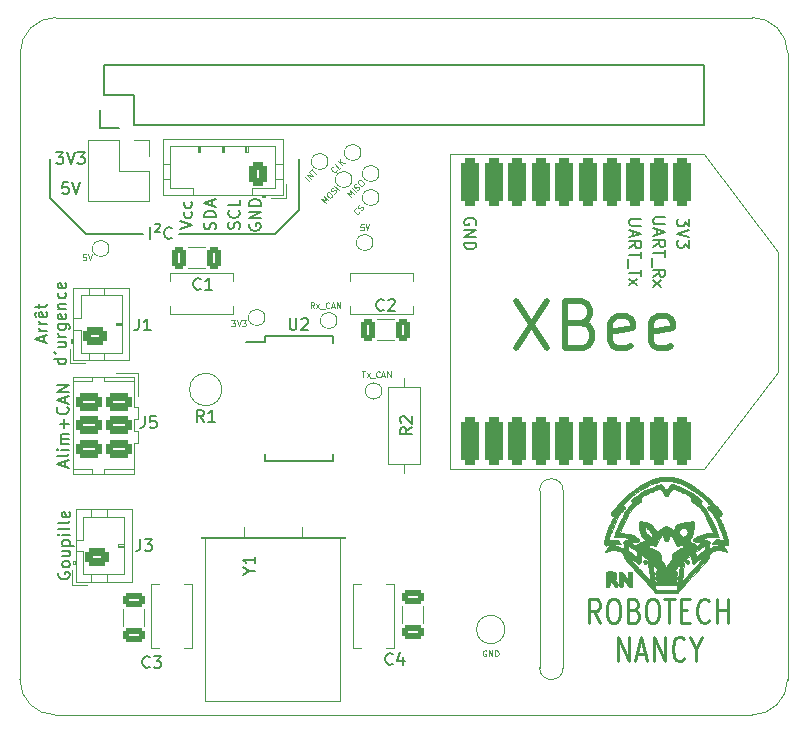
<source format=gto>
G04 #@! TF.GenerationSoftware,KiCad,Pcbnew,(6.0.0)*
G04 #@! TF.CreationDate,2022-05-07T20:36:52+02:00*
G04 #@! TF.ProjectId,RPi_Hat,5250695f-4861-4742-9e6b-696361645f70,rev?*
G04 #@! TF.SameCoordinates,Original*
G04 #@! TF.FileFunction,Legend,Top*
G04 #@! TF.FilePolarity,Positive*
%FSLAX46Y46*%
G04 Gerber Fmt 4.6, Leading zero omitted, Abs format (unit mm)*
G04 Created by KiCad (PCBNEW (6.0.0)) date 2022-05-07 20:36:52*
%MOMM*%
%LPD*%
G01*
G04 APERTURE LIST*
G04 Aperture macros list*
%AMRoundRect*
0 Rectangle with rounded corners*
0 $1 Rounding radius*
0 $2 $3 $4 $5 $6 $7 $8 $9 X,Y pos of 4 corners*
0 Add a 4 corners polygon primitive as box body*
4,1,4,$2,$3,$4,$5,$6,$7,$8,$9,$2,$3,0*
0 Add four circle primitives for the rounded corners*
1,1,$1+$1,$2,$3*
1,1,$1+$1,$4,$5*
1,1,$1+$1,$6,$7*
1,1,$1+$1,$8,$9*
0 Add four rect primitives between the rounded corners*
20,1,$1+$1,$2,$3,$4,$5,0*
20,1,$1+$1,$4,$5,$6,$7,0*
20,1,$1+$1,$6,$7,$8,$9,0*
20,1,$1+$1,$8,$9,$2,$3,0*%
G04 Aperture macros list end*
%ADD10C,0.150000*%
G04 #@! TA.AperFunction,Profile*
%ADD11C,0.100000*%
G04 #@! TD*
%ADD12C,0.125000*%
%ADD13C,0.500000*%
%ADD14C,0.250000*%
%ADD15C,0.120000*%
%ADD16C,0.010000*%
%ADD17R,1.727200X1.727200*%
%ADD18O,1.727200X1.727200*%
%ADD19C,6.200000*%
%ADD20RoundRect,0.250000X-0.650000X0.325000X-0.650000X-0.325000X0.650000X-0.325000X0.650000X0.325000X0*%
%ADD21RoundRect,0.250000X-0.325000X-0.650000X0.325000X-0.650000X0.325000X0.650000X-0.325000X0.650000X0*%
%ADD22C,1.000000*%
%ADD23RoundRect,0.312500X0.437500X0.687500X-0.437500X0.687500X-0.437500X-0.687500X0.437500X-0.687500X0*%
%ADD24O,1.500000X2.000000*%
%ADD25C,2.000000*%
%ADD26R,1.750000X0.450000*%
%ADD27RoundRect,0.312500X0.687500X-0.437500X0.687500X0.437500X-0.687500X0.437500X-0.687500X-0.437500X0*%
%ADD28O,2.000000X1.500000*%
%ADD29C,1.600000*%
%ADD30O,1.600000X1.600000*%
%ADD31R,1.700000X1.700000*%
%ADD32RoundRect,0.312500X-0.787500X0.437500X-0.787500X-0.437500X0.787500X-0.437500X0.787500X0.437500X0*%
%ADD33RoundRect,0.312500X0.787500X-0.437500X0.787500X0.437500X-0.787500X0.437500X-0.787500X-0.437500X0*%
%ADD34RoundRect,0.400000X-0.400000X1.600000X-0.400000X-1.600000X0.400000X-1.600000X0.400000X1.600000X0*%
G04 APERTURE END LIST*
D10*
X83820000Y-51308000D02*
X81788000Y-53340000D01*
X83820000Y-46990000D02*
X83820000Y-51308000D01*
X81788000Y-53340000D02*
X73660000Y-53340000D01*
X65786000Y-53340000D02*
X70612000Y-53340000D01*
X62738000Y-46990000D02*
X62738000Y-50292000D01*
X62738000Y-50292000D02*
X65786000Y-53340000D01*
D11*
X125222000Y-38052000D02*
G75*
G03*
X122222000Y-35052000I-3000001J-1D01*
G01*
X63246000Y-35052000D02*
G75*
G03*
X60246000Y-38052000I1J-3000001D01*
G01*
X60210000Y-91100000D02*
G75*
G03*
X63210000Y-94100000I3000001J1D01*
G01*
X122210000Y-94100000D02*
G75*
G03*
X125210000Y-91100000I-1J3000001D01*
G01*
X106210000Y-75100000D02*
X106210000Y-90100000D01*
X104210000Y-90100000D02*
G75*
G03*
X106210000Y-90100000I1000000J0D01*
G01*
X60210000Y-56600000D02*
X60210000Y-75600000D01*
X125210000Y-40600000D02*
X125210000Y-91100000D01*
X125222000Y-38052000D02*
X125210000Y-40600000D01*
X63246000Y-35052000D02*
X122222000Y-35052000D01*
X60246000Y-38052000D02*
X60210000Y-56600000D01*
X104210000Y-75100000D02*
X104210000Y-90100000D01*
X106210000Y-75100000D02*
G75*
G03*
X104210000Y-75100000I-1000000J0D01*
G01*
X60210000Y-75600000D02*
X60210000Y-91100000D01*
X63210000Y-94100000D02*
X122210000Y-94100000D01*
D10*
X78789161Y-52955676D02*
X78836780Y-52812819D01*
X78836780Y-52574723D01*
X78789161Y-52479485D01*
X78741542Y-52431866D01*
X78646304Y-52384247D01*
X78551066Y-52384247D01*
X78455828Y-52431866D01*
X78408209Y-52479485D01*
X78360590Y-52574723D01*
X78312971Y-52765200D01*
X78265352Y-52860438D01*
X78217733Y-52908057D01*
X78122495Y-52955676D01*
X78027257Y-52955676D01*
X77932019Y-52908057D01*
X77884400Y-52860438D01*
X77836780Y-52765200D01*
X77836780Y-52527104D01*
X77884400Y-52384247D01*
X78741542Y-51384247D02*
X78789161Y-51431866D01*
X78836780Y-51574723D01*
X78836780Y-51669961D01*
X78789161Y-51812819D01*
X78693923Y-51908057D01*
X78598685Y-51955676D01*
X78408209Y-52003295D01*
X78265352Y-52003295D01*
X78074876Y-51955676D01*
X77979638Y-51908057D01*
X77884400Y-51812819D01*
X77836780Y-51669961D01*
X77836780Y-51574723D01*
X77884400Y-51431866D01*
X77932019Y-51384247D01*
X78836780Y-50479485D02*
X78836780Y-50955676D01*
X77836780Y-50955676D01*
D12*
X89162095Y-65004190D02*
X89447809Y-65004190D01*
X89304952Y-65504190D02*
X89304952Y-65004190D01*
X89566857Y-65504190D02*
X89828761Y-65170857D01*
X89566857Y-65170857D02*
X89828761Y-65504190D01*
X89900190Y-65551809D02*
X90281142Y-65551809D01*
X90685904Y-65456571D02*
X90662095Y-65480380D01*
X90590666Y-65504190D01*
X90543047Y-65504190D01*
X90471619Y-65480380D01*
X90424000Y-65432761D01*
X90400190Y-65385142D01*
X90376380Y-65289904D01*
X90376380Y-65218476D01*
X90400190Y-65123238D01*
X90424000Y-65075619D01*
X90471619Y-65028000D01*
X90543047Y-65004190D01*
X90590666Y-65004190D01*
X90662095Y-65028000D01*
X90685904Y-65051809D01*
X90876380Y-65361333D02*
X91114476Y-65361333D01*
X90828761Y-65504190D02*
X90995428Y-65004190D01*
X91162095Y-65504190D01*
X91328761Y-65504190D02*
X91328761Y-65004190D01*
X91614476Y-65504190D01*
X91614476Y-65004190D01*
X85141714Y-59662190D02*
X84975047Y-59424095D01*
X84856000Y-59662190D02*
X84856000Y-59162190D01*
X85046476Y-59162190D01*
X85094095Y-59186000D01*
X85117904Y-59209809D01*
X85141714Y-59257428D01*
X85141714Y-59328857D01*
X85117904Y-59376476D01*
X85094095Y-59400285D01*
X85046476Y-59424095D01*
X84856000Y-59424095D01*
X85308380Y-59662190D02*
X85570285Y-59328857D01*
X85308380Y-59328857D02*
X85570285Y-59662190D01*
X85641714Y-59709809D02*
X86022666Y-59709809D01*
X86427428Y-59614571D02*
X86403619Y-59638380D01*
X86332190Y-59662190D01*
X86284571Y-59662190D01*
X86213142Y-59638380D01*
X86165523Y-59590761D01*
X86141714Y-59543142D01*
X86117904Y-59447904D01*
X86117904Y-59376476D01*
X86141714Y-59281238D01*
X86165523Y-59233619D01*
X86213142Y-59186000D01*
X86284571Y-59162190D01*
X86332190Y-59162190D01*
X86403619Y-59186000D01*
X86427428Y-59209809D01*
X86617904Y-59519333D02*
X86856000Y-59519333D01*
X86570285Y-59662190D02*
X86736952Y-59162190D01*
X86903619Y-59662190D01*
X87070285Y-59662190D02*
X87070285Y-59162190D01*
X87356000Y-59662190D01*
X87356000Y-59162190D01*
X86091356Y-50753524D02*
X85737803Y-50399971D01*
X86108192Y-50534658D01*
X85973505Y-50164269D01*
X86327059Y-50517822D01*
X86209208Y-49928566D02*
X86276551Y-49861223D01*
X86327059Y-49844387D01*
X86394402Y-49844387D01*
X86478582Y-49894895D01*
X86596433Y-50012746D01*
X86646940Y-50096925D01*
X86646940Y-50164269D01*
X86630104Y-50214776D01*
X86562761Y-50282120D01*
X86512253Y-50298956D01*
X86444910Y-50298956D01*
X86360730Y-50248448D01*
X86242879Y-50130597D01*
X86192372Y-50046417D01*
X86192372Y-49979074D01*
X86209208Y-49928566D01*
X86832135Y-49979074D02*
X86899478Y-49945402D01*
X86983658Y-49861223D01*
X87000494Y-49810715D01*
X87000494Y-49777043D01*
X86983658Y-49726536D01*
X86949986Y-49692864D01*
X86899478Y-49676028D01*
X86865807Y-49676028D01*
X86815299Y-49692864D01*
X86731120Y-49743372D01*
X86680612Y-49760208D01*
X86646940Y-49760208D01*
X86596433Y-49743372D01*
X86562761Y-49709700D01*
X86545925Y-49659192D01*
X86545925Y-49625521D01*
X86562761Y-49575013D01*
X86646940Y-49490834D01*
X86714284Y-49457162D01*
X87202524Y-49642356D02*
X86848971Y-49288803D01*
X99695047Y-88650000D02*
X99647428Y-88626190D01*
X99576000Y-88626190D01*
X99504571Y-88650000D01*
X99456952Y-88697619D01*
X99433142Y-88745238D01*
X99409333Y-88840476D01*
X99409333Y-88911904D01*
X99433142Y-89007142D01*
X99456952Y-89054761D01*
X99504571Y-89102380D01*
X99576000Y-89126190D01*
X99623619Y-89126190D01*
X99695047Y-89102380D01*
X99718857Y-89078571D01*
X99718857Y-88911904D01*
X99623619Y-88911904D01*
X99933142Y-89126190D02*
X99933142Y-88626190D01*
X100218857Y-89126190D01*
X100218857Y-88626190D01*
X100456952Y-89126190D02*
X100456952Y-88626190D01*
X100576000Y-88626190D01*
X100647428Y-88650000D01*
X100695047Y-88697619D01*
X100718857Y-88745238D01*
X100742666Y-88840476D01*
X100742666Y-88911904D01*
X100718857Y-89007142D01*
X100695047Y-89054761D01*
X100647428Y-89102380D01*
X100576000Y-89126190D01*
X100456952Y-89126190D01*
X89312761Y-52558190D02*
X89074666Y-52558190D01*
X89050857Y-52796285D01*
X89074666Y-52772476D01*
X89122285Y-52748666D01*
X89241333Y-52748666D01*
X89288952Y-52772476D01*
X89312761Y-52796285D01*
X89336571Y-52843904D01*
X89336571Y-52962952D01*
X89312761Y-53010571D01*
X89288952Y-53034380D01*
X89241333Y-53058190D01*
X89122285Y-53058190D01*
X89074666Y-53034380D01*
X89050857Y-53010571D01*
X89479428Y-52558190D02*
X89646095Y-53058190D01*
X89812761Y-52558190D01*
D10*
X63277904Y-46442380D02*
X63896952Y-46442380D01*
X63563619Y-46823333D01*
X63706476Y-46823333D01*
X63801714Y-46870952D01*
X63849333Y-46918571D01*
X63896952Y-47013809D01*
X63896952Y-47251904D01*
X63849333Y-47347142D01*
X63801714Y-47394761D01*
X63706476Y-47442380D01*
X63420761Y-47442380D01*
X63325523Y-47394761D01*
X63277904Y-47347142D01*
X64182666Y-46442380D02*
X64516000Y-47442380D01*
X64849333Y-46442380D01*
X65087428Y-46442380D02*
X65706476Y-46442380D01*
X65373142Y-46823333D01*
X65516000Y-46823333D01*
X65611238Y-46870952D01*
X65658857Y-46918571D01*
X65706476Y-47013809D01*
X65706476Y-47251904D01*
X65658857Y-47347142D01*
X65611238Y-47394761D01*
X65516000Y-47442380D01*
X65230285Y-47442380D01*
X65135047Y-47394761D01*
X65087428Y-47347142D01*
X98798000Y-52578095D02*
X98845619Y-52482857D01*
X98845619Y-52340000D01*
X98798000Y-52197142D01*
X98702761Y-52101904D01*
X98607523Y-52054285D01*
X98417047Y-52006666D01*
X98274190Y-52006666D01*
X98083714Y-52054285D01*
X97988476Y-52101904D01*
X97893238Y-52197142D01*
X97845619Y-52340000D01*
X97845619Y-52435238D01*
X97893238Y-52578095D01*
X97940857Y-52625714D01*
X98274190Y-52625714D01*
X98274190Y-52435238D01*
X97845619Y-53054285D02*
X98845619Y-53054285D01*
X97845619Y-53625714D01*
X98845619Y-53625714D01*
X97845619Y-54101904D02*
X98845619Y-54101904D01*
X98845619Y-54340000D01*
X98798000Y-54482857D01*
X98702761Y-54578095D01*
X98607523Y-54625714D01*
X98417047Y-54673333D01*
X98274190Y-54673333D01*
X98083714Y-54625714D01*
X97988476Y-54578095D01*
X97893238Y-54482857D01*
X97845619Y-54340000D01*
X97845619Y-54101904D01*
D12*
X84676059Y-48866822D02*
X84322505Y-48513269D01*
X84844417Y-48698463D02*
X84490864Y-48344910D01*
X85046448Y-48496433D01*
X84692895Y-48142879D01*
X84810746Y-48025028D02*
X85012776Y-47822998D01*
X85265314Y-48277566D02*
X84911761Y-47924013D01*
D13*
X102204095Y-59023523D02*
X104870761Y-63023523D01*
X104870761Y-59023523D02*
X102204095Y-63023523D01*
X107727904Y-60928285D02*
X108299333Y-61118761D01*
X108489809Y-61309238D01*
X108680285Y-61690190D01*
X108680285Y-62261619D01*
X108489809Y-62642571D01*
X108299333Y-62833047D01*
X107918380Y-63023523D01*
X106394571Y-63023523D01*
X106394571Y-59023523D01*
X107727904Y-59023523D01*
X108108857Y-59214000D01*
X108299333Y-59404476D01*
X108489809Y-59785428D01*
X108489809Y-60166380D01*
X108299333Y-60547333D01*
X108108857Y-60737809D01*
X107727904Y-60928285D01*
X106394571Y-60928285D01*
X111918380Y-62833047D02*
X111537428Y-63023523D01*
X110775523Y-63023523D01*
X110394571Y-62833047D01*
X110204095Y-62452095D01*
X110204095Y-60928285D01*
X110394571Y-60547333D01*
X110775523Y-60356857D01*
X111537428Y-60356857D01*
X111918380Y-60547333D01*
X112108857Y-60928285D01*
X112108857Y-61309238D01*
X110204095Y-61690190D01*
X115346952Y-62833047D02*
X114966000Y-63023523D01*
X114204095Y-63023523D01*
X113823142Y-62833047D01*
X113632666Y-62452095D01*
X113632666Y-60928285D01*
X113823142Y-60547333D01*
X114204095Y-60356857D01*
X114966000Y-60356857D01*
X115346952Y-60547333D01*
X115537428Y-60928285D01*
X115537428Y-61309238D01*
X113632666Y-61690190D01*
D12*
X88250356Y-50245524D02*
X87896803Y-49891971D01*
X88267192Y-50026658D01*
X88132505Y-49656269D01*
X88486059Y-50009822D01*
X88654417Y-49841463D02*
X88300864Y-49487910D01*
X88789104Y-49673104D02*
X88856448Y-49639433D01*
X88940627Y-49555253D01*
X88957463Y-49504746D01*
X88957463Y-49471074D01*
X88940627Y-49420566D01*
X88906956Y-49386895D01*
X88856448Y-49370059D01*
X88822776Y-49370059D01*
X88772269Y-49386895D01*
X88688089Y-49437402D01*
X88637582Y-49454238D01*
X88603910Y-49454238D01*
X88553402Y-49437402D01*
X88519730Y-49403730D01*
X88502895Y-49353223D01*
X88502895Y-49319551D01*
X88519730Y-49269043D01*
X88603910Y-49184864D01*
X88671253Y-49151192D01*
X88873284Y-48915490D02*
X88940627Y-48848147D01*
X88991135Y-48831311D01*
X89058478Y-48831311D01*
X89142658Y-48881818D01*
X89260509Y-48999669D01*
X89311017Y-49083849D01*
X89311017Y-49151192D01*
X89294181Y-49201700D01*
X89226837Y-49269043D01*
X89176330Y-49285879D01*
X89108986Y-49285879D01*
X89024807Y-49235372D01*
X88906956Y-49117521D01*
X88856448Y-49033341D01*
X88856448Y-48965998D01*
X88873284Y-48915490D01*
D10*
X62226666Y-62531428D02*
X62226666Y-62055238D01*
X62512380Y-62626666D02*
X61512380Y-62293333D01*
X62512380Y-61960000D01*
X62512380Y-61626666D02*
X61845714Y-61626666D01*
X62036190Y-61626666D02*
X61940952Y-61579047D01*
X61893333Y-61531428D01*
X61845714Y-61436190D01*
X61845714Y-61340952D01*
X62512380Y-61007619D02*
X61845714Y-61007619D01*
X62036190Y-61007619D02*
X61940952Y-60960000D01*
X61893333Y-60912380D01*
X61845714Y-60817142D01*
X61845714Y-60721904D01*
X62464761Y-60007619D02*
X62512380Y-60102857D01*
X62512380Y-60293333D01*
X62464761Y-60388571D01*
X62369523Y-60436190D01*
X61988571Y-60436190D01*
X61893333Y-60388571D01*
X61845714Y-60293333D01*
X61845714Y-60102857D01*
X61893333Y-60007619D01*
X61988571Y-59960000D01*
X62083809Y-59960000D01*
X62179047Y-60436190D01*
X61607619Y-60388571D02*
X61464761Y-60198095D01*
X61607619Y-60007619D01*
X61845714Y-59674285D02*
X61845714Y-59293333D01*
X61512380Y-59531428D02*
X62369523Y-59531428D01*
X62464761Y-59483809D01*
X62512380Y-59388571D01*
X62512380Y-59293333D01*
X64122380Y-63936190D02*
X63122380Y-63936190D01*
X64074761Y-63936190D02*
X64122380Y-64031428D01*
X64122380Y-64221904D01*
X64074761Y-64317142D01*
X64027142Y-64364761D01*
X63931904Y-64412380D01*
X63646190Y-64412380D01*
X63550952Y-64364761D01*
X63503333Y-64317142D01*
X63455714Y-64221904D01*
X63455714Y-64031428D01*
X63503333Y-63936190D01*
X63122380Y-63412380D02*
X63312857Y-63507619D01*
X63455714Y-62555238D02*
X64122380Y-62555238D01*
X63455714Y-62983809D02*
X63979523Y-62983809D01*
X64074761Y-62936190D01*
X64122380Y-62840952D01*
X64122380Y-62698095D01*
X64074761Y-62602857D01*
X64027142Y-62555238D01*
X64122380Y-62079047D02*
X63455714Y-62079047D01*
X63646190Y-62079047D02*
X63550952Y-62031428D01*
X63503333Y-61983809D01*
X63455714Y-61888571D01*
X63455714Y-61793333D01*
X63455714Y-61031428D02*
X64265238Y-61031428D01*
X64360476Y-61079047D01*
X64408095Y-61126666D01*
X64455714Y-61221904D01*
X64455714Y-61364761D01*
X64408095Y-61460000D01*
X64074761Y-61031428D02*
X64122380Y-61126666D01*
X64122380Y-61317142D01*
X64074761Y-61412380D01*
X64027142Y-61460000D01*
X63931904Y-61507619D01*
X63646190Y-61507619D01*
X63550952Y-61460000D01*
X63503333Y-61412380D01*
X63455714Y-61317142D01*
X63455714Y-61126666D01*
X63503333Y-61031428D01*
X64074761Y-60174285D02*
X64122380Y-60269523D01*
X64122380Y-60460000D01*
X64074761Y-60555238D01*
X63979523Y-60602857D01*
X63598571Y-60602857D01*
X63503333Y-60555238D01*
X63455714Y-60460000D01*
X63455714Y-60269523D01*
X63503333Y-60174285D01*
X63598571Y-60126666D01*
X63693809Y-60126666D01*
X63789047Y-60602857D01*
X63455714Y-59698095D02*
X64122380Y-59698095D01*
X63550952Y-59698095D02*
X63503333Y-59650476D01*
X63455714Y-59555238D01*
X63455714Y-59412380D01*
X63503333Y-59317142D01*
X63598571Y-59269523D01*
X64122380Y-59269523D01*
X64074761Y-58364761D02*
X64122380Y-58460000D01*
X64122380Y-58650476D01*
X64074761Y-58745714D01*
X64027142Y-58793333D01*
X63931904Y-58840952D01*
X63646190Y-58840952D01*
X63550952Y-58793333D01*
X63503333Y-58745714D01*
X63455714Y-58650476D01*
X63455714Y-58460000D01*
X63503333Y-58364761D01*
X64074761Y-57555238D02*
X64122380Y-57650476D01*
X64122380Y-57840952D01*
X64074761Y-57936190D01*
X63979523Y-57983809D01*
X63598571Y-57983809D01*
X63503333Y-57936190D01*
X63455714Y-57840952D01*
X63455714Y-57650476D01*
X63503333Y-57555238D01*
X63598571Y-57507619D01*
X63693809Y-57507619D01*
X63789047Y-57983809D01*
D14*
X109347619Y-86289761D02*
X108814285Y-85337380D01*
X108433333Y-86289761D02*
X108433333Y-84289761D01*
X109042857Y-84289761D01*
X109195238Y-84385000D01*
X109271428Y-84480238D01*
X109347619Y-84670714D01*
X109347619Y-84956428D01*
X109271428Y-85146904D01*
X109195238Y-85242142D01*
X109042857Y-85337380D01*
X108433333Y-85337380D01*
X110338095Y-84289761D02*
X110642857Y-84289761D01*
X110795238Y-84385000D01*
X110947619Y-84575476D01*
X111023809Y-84956428D01*
X111023809Y-85623095D01*
X110947619Y-86004047D01*
X110795238Y-86194523D01*
X110642857Y-86289761D01*
X110338095Y-86289761D01*
X110185714Y-86194523D01*
X110033333Y-86004047D01*
X109957142Y-85623095D01*
X109957142Y-84956428D01*
X110033333Y-84575476D01*
X110185714Y-84385000D01*
X110338095Y-84289761D01*
X112242857Y-85242142D02*
X112471428Y-85337380D01*
X112547619Y-85432619D01*
X112623809Y-85623095D01*
X112623809Y-85908809D01*
X112547619Y-86099285D01*
X112471428Y-86194523D01*
X112319047Y-86289761D01*
X111709523Y-86289761D01*
X111709523Y-84289761D01*
X112242857Y-84289761D01*
X112395238Y-84385000D01*
X112471428Y-84480238D01*
X112547619Y-84670714D01*
X112547619Y-84861190D01*
X112471428Y-85051666D01*
X112395238Y-85146904D01*
X112242857Y-85242142D01*
X111709523Y-85242142D01*
X113614285Y-84289761D02*
X113919047Y-84289761D01*
X114071428Y-84385000D01*
X114223809Y-84575476D01*
X114300000Y-84956428D01*
X114300000Y-85623095D01*
X114223809Y-86004047D01*
X114071428Y-86194523D01*
X113919047Y-86289761D01*
X113614285Y-86289761D01*
X113461904Y-86194523D01*
X113309523Y-86004047D01*
X113233333Y-85623095D01*
X113233333Y-84956428D01*
X113309523Y-84575476D01*
X113461904Y-84385000D01*
X113614285Y-84289761D01*
X114757142Y-84289761D02*
X115671428Y-84289761D01*
X115214285Y-86289761D02*
X115214285Y-84289761D01*
X116204761Y-85242142D02*
X116738095Y-85242142D01*
X116966666Y-86289761D02*
X116204761Y-86289761D01*
X116204761Y-84289761D01*
X116966666Y-84289761D01*
X118566666Y-86099285D02*
X118490476Y-86194523D01*
X118261904Y-86289761D01*
X118109523Y-86289761D01*
X117880952Y-86194523D01*
X117728571Y-86004047D01*
X117652380Y-85813571D01*
X117576190Y-85432619D01*
X117576190Y-85146904D01*
X117652380Y-84765952D01*
X117728571Y-84575476D01*
X117880952Y-84385000D01*
X118109523Y-84289761D01*
X118261904Y-84289761D01*
X118490476Y-84385000D01*
X118566666Y-84480238D01*
X119252380Y-86289761D02*
X119252380Y-84289761D01*
X119252380Y-85242142D02*
X120166666Y-85242142D01*
X120166666Y-86289761D02*
X120166666Y-84289761D01*
X110833333Y-89509761D02*
X110833333Y-87509761D01*
X111747619Y-89509761D01*
X111747619Y-87509761D01*
X112433333Y-88938333D02*
X113195238Y-88938333D01*
X112280952Y-89509761D02*
X112814285Y-87509761D01*
X113347619Y-89509761D01*
X113880952Y-89509761D02*
X113880952Y-87509761D01*
X114795238Y-89509761D01*
X114795238Y-87509761D01*
X116471428Y-89319285D02*
X116395238Y-89414523D01*
X116166666Y-89509761D01*
X116014285Y-89509761D01*
X115785714Y-89414523D01*
X115633333Y-89224047D01*
X115557142Y-89033571D01*
X115480952Y-88652619D01*
X115480952Y-88366904D01*
X115557142Y-87985952D01*
X115633333Y-87795476D01*
X115785714Y-87605000D01*
X116014285Y-87509761D01*
X116166666Y-87509761D01*
X116395238Y-87605000D01*
X116471428Y-87700238D01*
X117461904Y-88557380D02*
X117461904Y-89509761D01*
X116928571Y-87509761D02*
X117461904Y-88557380D01*
X117995238Y-87509761D01*
D12*
X87037820Y-47961717D02*
X87037820Y-47995389D01*
X87004148Y-48062732D01*
X86970477Y-48096404D01*
X86903133Y-48130076D01*
X86835790Y-48130076D01*
X86785282Y-48113240D01*
X86701103Y-48062732D01*
X86650595Y-48012225D01*
X86600087Y-47928045D01*
X86583251Y-47877538D01*
X86583251Y-47810194D01*
X86616923Y-47742851D01*
X86650595Y-47709179D01*
X86717938Y-47675507D01*
X86751610Y-47675507D01*
X87391374Y-47675507D02*
X87223015Y-47843866D01*
X86869461Y-47490312D01*
X87509225Y-47557656D02*
X87155671Y-47204103D01*
X87711255Y-47355625D02*
X87357702Y-47305118D01*
X87357702Y-47002072D02*
X87357702Y-47406133D01*
D10*
X64325523Y-48982380D02*
X63849333Y-48982380D01*
X63801714Y-49458571D01*
X63849333Y-49410952D01*
X63944571Y-49363333D01*
X64182666Y-49363333D01*
X64277904Y-49410952D01*
X64325523Y-49458571D01*
X64373142Y-49553809D01*
X64373142Y-49791904D01*
X64325523Y-49887142D01*
X64277904Y-49934761D01*
X64182666Y-49982380D01*
X63944571Y-49982380D01*
X63849333Y-49934761D01*
X63801714Y-49887142D01*
X64658857Y-48982380D02*
X64992190Y-49982380D01*
X65325523Y-48982380D01*
X64047666Y-73072190D02*
X64047666Y-72596000D01*
X64333380Y-73167428D02*
X63333380Y-72834095D01*
X64333380Y-72500761D01*
X64333380Y-72024571D02*
X64285761Y-72119809D01*
X64190523Y-72167428D01*
X63333380Y-72167428D01*
X64333380Y-71643619D02*
X63666714Y-71643619D01*
X63333380Y-71643619D02*
X63381000Y-71691238D01*
X63428619Y-71643619D01*
X63381000Y-71596000D01*
X63333380Y-71643619D01*
X63428619Y-71643619D01*
X64333380Y-71167428D02*
X63666714Y-71167428D01*
X63761952Y-71167428D02*
X63714333Y-71119809D01*
X63666714Y-71024571D01*
X63666714Y-70881714D01*
X63714333Y-70786476D01*
X63809571Y-70738857D01*
X64333380Y-70738857D01*
X63809571Y-70738857D02*
X63714333Y-70691238D01*
X63666714Y-70596000D01*
X63666714Y-70453142D01*
X63714333Y-70357904D01*
X63809571Y-70310285D01*
X64333380Y-70310285D01*
X63952428Y-69834095D02*
X63952428Y-69072190D01*
X64333380Y-69453142D02*
X63571476Y-69453142D01*
X64238142Y-68024571D02*
X64285761Y-68072190D01*
X64333380Y-68215047D01*
X64333380Y-68310285D01*
X64285761Y-68453142D01*
X64190523Y-68548380D01*
X64095285Y-68596000D01*
X63904809Y-68643619D01*
X63761952Y-68643619D01*
X63571476Y-68596000D01*
X63476238Y-68548380D01*
X63381000Y-68453142D01*
X63333380Y-68310285D01*
X63333380Y-68215047D01*
X63381000Y-68072190D01*
X63428619Y-68024571D01*
X64047666Y-67643619D02*
X64047666Y-67167428D01*
X64333380Y-67738857D02*
X63333380Y-67405523D01*
X64333380Y-67072190D01*
X64333380Y-66738857D02*
X63333380Y-66738857D01*
X64333380Y-66167428D01*
X63333380Y-66167428D01*
D12*
X65817761Y-55098190D02*
X65579666Y-55098190D01*
X65555857Y-55336285D01*
X65579666Y-55312476D01*
X65627285Y-55288666D01*
X65746333Y-55288666D01*
X65793952Y-55312476D01*
X65817761Y-55336285D01*
X65841571Y-55383904D01*
X65841571Y-55502952D01*
X65817761Y-55550571D01*
X65793952Y-55574380D01*
X65746333Y-55598190D01*
X65627285Y-55598190D01*
X65579666Y-55574380D01*
X65555857Y-55550571D01*
X65984428Y-55098190D02*
X66151095Y-55598190D01*
X66317761Y-55098190D01*
D10*
X73772780Y-52955676D02*
X74772780Y-52622342D01*
X73772780Y-52289009D01*
X74725161Y-51527104D02*
X74772780Y-51622342D01*
X74772780Y-51812819D01*
X74725161Y-51908057D01*
X74677542Y-51955676D01*
X74582304Y-52003295D01*
X74296590Y-52003295D01*
X74201352Y-51955676D01*
X74153733Y-51908057D01*
X74106114Y-51812819D01*
X74106114Y-51622342D01*
X74153733Y-51527104D01*
X74725161Y-50669961D02*
X74772780Y-50765200D01*
X74772780Y-50955676D01*
X74725161Y-51050914D01*
X74677542Y-51098533D01*
X74582304Y-51146152D01*
X74296590Y-51146152D01*
X74201352Y-51098533D01*
X74153733Y-51050914D01*
X74106114Y-50955676D01*
X74106114Y-50765200D01*
X74153733Y-50669961D01*
X112815619Y-52102095D02*
X112006095Y-52102095D01*
X111910857Y-52149714D01*
X111863238Y-52197333D01*
X111815619Y-52292571D01*
X111815619Y-52483047D01*
X111863238Y-52578285D01*
X111910857Y-52625904D01*
X112006095Y-52673523D01*
X112815619Y-52673523D01*
X112101333Y-53102095D02*
X112101333Y-53578285D01*
X111815619Y-53006857D02*
X112815619Y-53340190D01*
X111815619Y-53673523D01*
X111815619Y-54578285D02*
X112291809Y-54244952D01*
X111815619Y-54006857D02*
X112815619Y-54006857D01*
X112815619Y-54387809D01*
X112768000Y-54483047D01*
X112720380Y-54530666D01*
X112625142Y-54578285D01*
X112482285Y-54578285D01*
X112387047Y-54530666D01*
X112339428Y-54483047D01*
X112291809Y-54387809D01*
X112291809Y-54006857D01*
X112815619Y-54864000D02*
X112815619Y-55435428D01*
X111815619Y-55149714D02*
X112815619Y-55149714D01*
X111720380Y-55530666D02*
X111720380Y-56292571D01*
X112815619Y-56387809D02*
X112815619Y-56959238D01*
X111815619Y-56673523D02*
X112815619Y-56673523D01*
X111815619Y-57197333D02*
X112482285Y-57721142D01*
X112482285Y-57197333D02*
X111815619Y-57721142D01*
X116879619Y-52101904D02*
X116879619Y-52720952D01*
X116498666Y-52387619D01*
X116498666Y-52530476D01*
X116451047Y-52625714D01*
X116403428Y-52673333D01*
X116308190Y-52720952D01*
X116070095Y-52720952D01*
X115974857Y-52673333D01*
X115927238Y-52625714D01*
X115879619Y-52530476D01*
X115879619Y-52244761D01*
X115927238Y-52149523D01*
X115974857Y-52101904D01*
X116879619Y-53006666D02*
X115879619Y-53340000D01*
X116879619Y-53673333D01*
X116879619Y-53911428D02*
X116879619Y-54530476D01*
X116498666Y-54197142D01*
X116498666Y-54340000D01*
X116451047Y-54435238D01*
X116403428Y-54482857D01*
X116308190Y-54530476D01*
X116070095Y-54530476D01*
X115974857Y-54482857D01*
X115927238Y-54435238D01*
X115879619Y-54340000D01*
X115879619Y-54054285D01*
X115927238Y-53959047D01*
X115974857Y-53911428D01*
D12*
X88967343Y-51493194D02*
X88967343Y-51526866D01*
X88933671Y-51594209D01*
X88900000Y-51627881D01*
X88832656Y-51661553D01*
X88765312Y-51661553D01*
X88714805Y-51644717D01*
X88630625Y-51594209D01*
X88580118Y-51543702D01*
X88529610Y-51459522D01*
X88512774Y-51409015D01*
X88512774Y-51341671D01*
X88546446Y-51274328D01*
X88580118Y-51240656D01*
X88647461Y-51206984D01*
X88681133Y-51206984D01*
X89118866Y-51375343D02*
X89186209Y-51341671D01*
X89270389Y-51257492D01*
X89287225Y-51206984D01*
X89287225Y-51173312D01*
X89270389Y-51122805D01*
X89236717Y-51089133D01*
X89186209Y-51072297D01*
X89152538Y-51072297D01*
X89102030Y-51089133D01*
X89017851Y-51139641D01*
X88967343Y-51156477D01*
X88933671Y-51156477D01*
X88883164Y-51139641D01*
X88849492Y-51105969D01*
X88832656Y-51055461D01*
X88832656Y-51021790D01*
X88849492Y-50971282D01*
X88933671Y-50887103D01*
X89001015Y-50853431D01*
X78120952Y-60686190D02*
X78430476Y-60686190D01*
X78263809Y-60876666D01*
X78335238Y-60876666D01*
X78382857Y-60900476D01*
X78406666Y-60924285D01*
X78430476Y-60971904D01*
X78430476Y-61090952D01*
X78406666Y-61138571D01*
X78382857Y-61162380D01*
X78335238Y-61186190D01*
X78192380Y-61186190D01*
X78144761Y-61162380D01*
X78120952Y-61138571D01*
X78573333Y-60686190D02*
X78740000Y-61186190D01*
X78906666Y-60686190D01*
X79025714Y-60686190D02*
X79335238Y-60686190D01*
X79168571Y-60876666D01*
X79240000Y-60876666D01*
X79287619Y-60900476D01*
X79311428Y-60924285D01*
X79335238Y-60971904D01*
X79335238Y-61090952D01*
X79311428Y-61138571D01*
X79287619Y-61162380D01*
X79240000Y-61186190D01*
X79097142Y-61186190D01*
X79049523Y-61162380D01*
X79025714Y-61138571D01*
D10*
X114847619Y-51983047D02*
X114038095Y-51983047D01*
X113942857Y-52030666D01*
X113895238Y-52078285D01*
X113847619Y-52173523D01*
X113847619Y-52364000D01*
X113895238Y-52459238D01*
X113942857Y-52506857D01*
X114038095Y-52554476D01*
X114847619Y-52554476D01*
X114133333Y-52983047D02*
X114133333Y-53459238D01*
X113847619Y-52887809D02*
X114847619Y-53221142D01*
X113847619Y-53554476D01*
X113847619Y-54459238D02*
X114323809Y-54125904D01*
X113847619Y-53887809D02*
X114847619Y-53887809D01*
X114847619Y-54268761D01*
X114800000Y-54364000D01*
X114752380Y-54411619D01*
X114657142Y-54459238D01*
X114514285Y-54459238D01*
X114419047Y-54411619D01*
X114371428Y-54364000D01*
X114323809Y-54268761D01*
X114323809Y-53887809D01*
X114847619Y-54744952D02*
X114847619Y-55316380D01*
X113847619Y-55030666D02*
X114847619Y-55030666D01*
X113752380Y-55411619D02*
X113752380Y-56173523D01*
X113847619Y-56983047D02*
X114323809Y-56649714D01*
X113847619Y-56411619D02*
X114847619Y-56411619D01*
X114847619Y-56792571D01*
X114800000Y-56887809D01*
X114752380Y-56935428D01*
X114657142Y-56983047D01*
X114514285Y-56983047D01*
X114419047Y-56935428D01*
X114371428Y-56887809D01*
X114323809Y-56792571D01*
X114323809Y-56411619D01*
X113847619Y-57316380D02*
X114514285Y-57840190D01*
X114514285Y-57316380D02*
X113847619Y-57840190D01*
X79662400Y-52527104D02*
X79614780Y-52622342D01*
X79614780Y-52765200D01*
X79662400Y-52908057D01*
X79757638Y-53003295D01*
X79852876Y-53050914D01*
X80043352Y-53098533D01*
X80186209Y-53098533D01*
X80376685Y-53050914D01*
X80471923Y-53003295D01*
X80567161Y-52908057D01*
X80614780Y-52765200D01*
X80614780Y-52669961D01*
X80567161Y-52527104D01*
X80519542Y-52479485D01*
X80186209Y-52479485D01*
X80186209Y-52669961D01*
X80614780Y-52050914D02*
X79614780Y-52050914D01*
X80614780Y-51479485D01*
X79614780Y-51479485D01*
X80614780Y-51003295D02*
X79614780Y-51003295D01*
X79614780Y-50765200D01*
X79662400Y-50622342D01*
X79757638Y-50527104D01*
X79852876Y-50479485D01*
X80043352Y-50431866D01*
X80186209Y-50431866D01*
X80376685Y-50479485D01*
X80471923Y-50527104D01*
X80567161Y-50622342D01*
X80614780Y-50765200D01*
X80614780Y-51003295D01*
X71255047Y-53792380D02*
X71255047Y-52792380D01*
X71683619Y-52554285D02*
X71778857Y-52506666D01*
X71921714Y-52506666D01*
X72016952Y-52554285D01*
X72064571Y-52649523D01*
X72064571Y-52744761D01*
X72016952Y-52840000D01*
X71683619Y-53173333D01*
X72064571Y-53173333D01*
X73064571Y-53697142D02*
X73016952Y-53744761D01*
X72874095Y-53792380D01*
X72778857Y-53792380D01*
X72636000Y-53744761D01*
X72540761Y-53649523D01*
X72493142Y-53554285D01*
X72445523Y-53363809D01*
X72445523Y-53220952D01*
X72493142Y-53030476D01*
X72540761Y-52935238D01*
X72636000Y-52840000D01*
X72778857Y-52792380D01*
X72874095Y-52792380D01*
X73016952Y-52840000D01*
X73064571Y-52887619D01*
X76757161Y-52979485D02*
X76804780Y-52836628D01*
X76804780Y-52598533D01*
X76757161Y-52503295D01*
X76709542Y-52455676D01*
X76614304Y-52408057D01*
X76519066Y-52408057D01*
X76423828Y-52455676D01*
X76376209Y-52503295D01*
X76328590Y-52598533D01*
X76280971Y-52789009D01*
X76233352Y-52884247D01*
X76185733Y-52931866D01*
X76090495Y-52979485D01*
X75995257Y-52979485D01*
X75900019Y-52931866D01*
X75852400Y-52884247D01*
X75804780Y-52789009D01*
X75804780Y-52550914D01*
X75852400Y-52408057D01*
X76804780Y-51979485D02*
X75804780Y-51979485D01*
X75804780Y-51741390D01*
X75852400Y-51598533D01*
X75947638Y-51503295D01*
X76042876Y-51455676D01*
X76233352Y-51408057D01*
X76376209Y-51408057D01*
X76566685Y-51455676D01*
X76661923Y-51503295D01*
X76757161Y-51598533D01*
X76804780Y-51741390D01*
X76804780Y-51979485D01*
X76519066Y-51027104D02*
X76519066Y-50550914D01*
X76804780Y-51122342D02*
X75804780Y-50789009D01*
X76804780Y-50455676D01*
X63508000Y-82041714D02*
X63460380Y-82136952D01*
X63460380Y-82279809D01*
X63508000Y-82422666D01*
X63603238Y-82517904D01*
X63698476Y-82565523D01*
X63888952Y-82613142D01*
X64031809Y-82613142D01*
X64222285Y-82565523D01*
X64317523Y-82517904D01*
X64412761Y-82422666D01*
X64460380Y-82279809D01*
X64460380Y-82184571D01*
X64412761Y-82041714D01*
X64365142Y-81994095D01*
X64031809Y-81994095D01*
X64031809Y-82184571D01*
X64460380Y-81422666D02*
X64412761Y-81517904D01*
X64365142Y-81565523D01*
X64269904Y-81613142D01*
X63984190Y-81613142D01*
X63888952Y-81565523D01*
X63841333Y-81517904D01*
X63793714Y-81422666D01*
X63793714Y-81279809D01*
X63841333Y-81184571D01*
X63888952Y-81136952D01*
X63984190Y-81089333D01*
X64269904Y-81089333D01*
X64365142Y-81136952D01*
X64412761Y-81184571D01*
X64460380Y-81279809D01*
X64460380Y-81422666D01*
X63793714Y-80232190D02*
X64460380Y-80232190D01*
X63793714Y-80660761D02*
X64317523Y-80660761D01*
X64412761Y-80613142D01*
X64460380Y-80517904D01*
X64460380Y-80375047D01*
X64412761Y-80279809D01*
X64365142Y-80232190D01*
X63793714Y-79756000D02*
X64793714Y-79756000D01*
X63841333Y-79756000D02*
X63793714Y-79660761D01*
X63793714Y-79470285D01*
X63841333Y-79375047D01*
X63888952Y-79327428D01*
X63984190Y-79279809D01*
X64269904Y-79279809D01*
X64365142Y-79327428D01*
X64412761Y-79375047D01*
X64460380Y-79470285D01*
X64460380Y-79660761D01*
X64412761Y-79756000D01*
X64460380Y-78851238D02*
X63793714Y-78851238D01*
X63460380Y-78851238D02*
X63508000Y-78898857D01*
X63555619Y-78851238D01*
X63508000Y-78803619D01*
X63460380Y-78851238D01*
X63555619Y-78851238D01*
X64460380Y-78232190D02*
X64412761Y-78327428D01*
X64317523Y-78375047D01*
X63460380Y-78375047D01*
X64460380Y-77708380D02*
X64412761Y-77803619D01*
X64317523Y-77851238D01*
X63460380Y-77851238D01*
X64412761Y-76946476D02*
X64460380Y-77041714D01*
X64460380Y-77232190D01*
X64412761Y-77327428D01*
X64317523Y-77375047D01*
X63936571Y-77375047D01*
X63841333Y-77327428D01*
X63793714Y-77232190D01*
X63793714Y-77041714D01*
X63841333Y-76946476D01*
X63936571Y-76898857D01*
X64031809Y-76898857D01*
X64127047Y-77375047D01*
X83058095Y-60512380D02*
X83058095Y-61321904D01*
X83105714Y-61417142D01*
X83153333Y-61464761D01*
X83248571Y-61512380D01*
X83439047Y-61512380D01*
X83534285Y-61464761D01*
X83581904Y-61417142D01*
X83629523Y-61321904D01*
X83629523Y-60512380D01*
X84058095Y-60607619D02*
X84105714Y-60560000D01*
X84200952Y-60512380D01*
X84439047Y-60512380D01*
X84534285Y-60560000D01*
X84581904Y-60607619D01*
X84629523Y-60702857D01*
X84629523Y-60798095D01*
X84581904Y-60940952D01*
X84010476Y-61512380D01*
X84629523Y-61512380D01*
X70405666Y-79208380D02*
X70405666Y-79922666D01*
X70358047Y-80065523D01*
X70262809Y-80160761D01*
X70119952Y-80208380D01*
X70024714Y-80208380D01*
X70786619Y-79208380D02*
X71405666Y-79208380D01*
X71072333Y-79589333D01*
X71215190Y-79589333D01*
X71310428Y-79636952D01*
X71358047Y-79684571D01*
X71405666Y-79779809D01*
X71405666Y-80017904D01*
X71358047Y-80113142D01*
X71310428Y-80160761D01*
X71215190Y-80208380D01*
X70929476Y-80208380D01*
X70834238Y-80160761D01*
X70786619Y-80113142D01*
X91019333Y-59793142D02*
X90971714Y-59840761D01*
X90828857Y-59888380D01*
X90733619Y-59888380D01*
X90590761Y-59840761D01*
X90495523Y-59745523D01*
X90447904Y-59650285D01*
X90400285Y-59459809D01*
X90400285Y-59316952D01*
X90447904Y-59126476D01*
X90495523Y-59031238D01*
X90590761Y-58936000D01*
X90733619Y-58888380D01*
X90828857Y-58888380D01*
X90971714Y-58936000D01*
X91019333Y-58983619D01*
X91400285Y-58983619D02*
X91447904Y-58936000D01*
X91543142Y-58888380D01*
X91781238Y-58888380D01*
X91876476Y-58936000D01*
X91924095Y-58983619D01*
X91971714Y-59078857D01*
X91971714Y-59174095D01*
X91924095Y-59316952D01*
X91352666Y-59888380D01*
X91971714Y-59888380D01*
X75525333Y-58015142D02*
X75477714Y-58062761D01*
X75334857Y-58110380D01*
X75239619Y-58110380D01*
X75096761Y-58062761D01*
X75001523Y-57967523D01*
X74953904Y-57872285D01*
X74906285Y-57681809D01*
X74906285Y-57538952D01*
X74953904Y-57348476D01*
X75001523Y-57253238D01*
X75096761Y-57158000D01*
X75239619Y-57110380D01*
X75334857Y-57110380D01*
X75477714Y-57158000D01*
X75525333Y-57205619D01*
X76477714Y-58110380D02*
X75906285Y-58110380D01*
X76192000Y-58110380D02*
X76192000Y-57110380D01*
X76096761Y-57253238D01*
X76001523Y-57348476D01*
X75906285Y-57396095D01*
X93416380Y-69762666D02*
X92940190Y-70096000D01*
X93416380Y-70334095D02*
X92416380Y-70334095D01*
X92416380Y-69953142D01*
X92464000Y-69857904D01*
X92511619Y-69810285D01*
X92606857Y-69762666D01*
X92749714Y-69762666D01*
X92844952Y-69810285D01*
X92892571Y-69857904D01*
X92940190Y-69953142D01*
X92940190Y-70334095D01*
X92511619Y-69381714D02*
X92464000Y-69334095D01*
X92416380Y-69238857D01*
X92416380Y-69000761D01*
X92464000Y-68905523D01*
X92511619Y-68857904D01*
X92606857Y-68810285D01*
X92702095Y-68810285D01*
X92844952Y-68857904D01*
X93416380Y-69429333D01*
X93416380Y-68810285D01*
X79605190Y-81883190D02*
X80081380Y-81883190D01*
X79081380Y-82216523D02*
X79605190Y-81883190D01*
X79081380Y-81549857D01*
X80081380Y-80692714D02*
X80081380Y-81264142D01*
X80081380Y-80978428D02*
X79081380Y-80978428D01*
X79224238Y-81073666D01*
X79319476Y-81168904D01*
X79367095Y-81264142D01*
X75779333Y-69286380D02*
X75446000Y-68810190D01*
X75207904Y-69286380D02*
X75207904Y-68286380D01*
X75588857Y-68286380D01*
X75684095Y-68334000D01*
X75731714Y-68381619D01*
X75779333Y-68476857D01*
X75779333Y-68619714D01*
X75731714Y-68714952D01*
X75684095Y-68762571D01*
X75588857Y-68810190D01*
X75207904Y-68810190D01*
X76731714Y-69286380D02*
X76160285Y-69286380D01*
X76446000Y-69286380D02*
X76446000Y-68286380D01*
X76350761Y-68429238D01*
X76255523Y-68524476D01*
X76160285Y-68572095D01*
X70278666Y-60539380D02*
X70278666Y-61253666D01*
X70231047Y-61396523D01*
X70135809Y-61491761D01*
X69992952Y-61539380D01*
X69897714Y-61539380D01*
X71278666Y-61539380D02*
X70707238Y-61539380D01*
X70992952Y-61539380D02*
X70992952Y-60539380D01*
X70897714Y-60682238D01*
X70802476Y-60777476D01*
X70707238Y-60825095D01*
X91781333Y-89765142D02*
X91733714Y-89812761D01*
X91590857Y-89860380D01*
X91495619Y-89860380D01*
X91352761Y-89812761D01*
X91257523Y-89717523D01*
X91209904Y-89622285D01*
X91162285Y-89431809D01*
X91162285Y-89288952D01*
X91209904Y-89098476D01*
X91257523Y-89003238D01*
X91352761Y-88908000D01*
X91495619Y-88860380D01*
X91590857Y-88860380D01*
X91733714Y-88908000D01*
X91781333Y-88955619D01*
X92638476Y-89193714D02*
X92638476Y-89860380D01*
X92400380Y-88812761D02*
X92162285Y-89527047D01*
X92781333Y-89527047D01*
X71207333Y-90019142D02*
X71159714Y-90066761D01*
X71016857Y-90114380D01*
X70921619Y-90114380D01*
X70778761Y-90066761D01*
X70683523Y-89971523D01*
X70635904Y-89876285D01*
X70588285Y-89685809D01*
X70588285Y-89542952D01*
X70635904Y-89352476D01*
X70683523Y-89257238D01*
X70778761Y-89162000D01*
X70921619Y-89114380D01*
X71016857Y-89114380D01*
X71159714Y-89162000D01*
X71207333Y-89209619D01*
X71540666Y-89114380D02*
X72159714Y-89114380D01*
X71826380Y-89495333D01*
X71969238Y-89495333D01*
X72064476Y-89542952D01*
X72112095Y-89590571D01*
X72159714Y-89685809D01*
X72159714Y-89923904D01*
X72112095Y-90019142D01*
X72064476Y-90066761D01*
X71969238Y-90114380D01*
X71683523Y-90114380D01*
X71588285Y-90066761D01*
X71540666Y-90019142D01*
X70786666Y-68794380D02*
X70786666Y-69508666D01*
X70739047Y-69651523D01*
X70643809Y-69746761D01*
X70500952Y-69794380D01*
X70405714Y-69794380D01*
X71739047Y-68794380D02*
X71262857Y-68794380D01*
X71215238Y-69270571D01*
X71262857Y-69222952D01*
X71358095Y-69175333D01*
X71596190Y-69175333D01*
X71691428Y-69222952D01*
X71739047Y-69270571D01*
X71786666Y-69365809D01*
X71786666Y-69603904D01*
X71739047Y-69699142D01*
X71691428Y-69746761D01*
X71596190Y-69794380D01*
X71358095Y-69794380D01*
X71262857Y-69746761D01*
X71215238Y-69699142D01*
X67030000Y-44420000D02*
X68580000Y-44420000D01*
X69850000Y-44140000D02*
X118110000Y-44140000D01*
X67310000Y-39060000D02*
X67310000Y-41600000D01*
X69850000Y-41600000D02*
X69850000Y-44140000D01*
X67310000Y-41600000D02*
X69850000Y-41600000D01*
X118110000Y-39060000D02*
X118110000Y-44140000D01*
X67030000Y-42870000D02*
X67030000Y-44420000D01*
X118110000Y-39060000D02*
X67310000Y-39060000D01*
D15*
X94382000Y-84886748D02*
X94382000Y-86309252D01*
X92562000Y-84886748D02*
X92562000Y-86309252D01*
X74472748Y-56282000D02*
X75895252Y-56282000D01*
X74472748Y-54462000D02*
X75895252Y-54462000D01*
X67756000Y-54610000D02*
G75*
G03*
X67756000Y-54610000I-700000J0D01*
G01*
X81841000Y-49460000D02*
X81841000Y-45960000D01*
X81841000Y-45960000D02*
X72941000Y-45960000D01*
X79291000Y-46460000D02*
X79291000Y-45960000D01*
X74891000Y-49460000D02*
X74891000Y-50070000D01*
X72331000Y-47460000D02*
X72941000Y-47460000D01*
X75491000Y-45960000D02*
X75491000Y-46460000D01*
X79391000Y-45960000D02*
X79391000Y-46460000D01*
X82451000Y-50070000D02*
X82451000Y-45350000D01*
X72331000Y-50070000D02*
X82451000Y-50070000D01*
X77491000Y-45960000D02*
X77491000Y-46460000D01*
X79891000Y-50070000D02*
X79891000Y-49460000D01*
X82451000Y-45350000D02*
X72331000Y-45350000D01*
X72331000Y-48760000D02*
X72941000Y-48760000D01*
X80691000Y-50070000D02*
X80691000Y-50270000D01*
X80691000Y-50270000D02*
X80991000Y-50270000D01*
X80691000Y-50170000D02*
X80991000Y-50170000D01*
X80991000Y-50270000D02*
X80991000Y-50070000D01*
X82451000Y-48760000D02*
X81841000Y-48760000D01*
X77391000Y-45960000D02*
X77391000Y-46460000D01*
X79491000Y-45960000D02*
X79491000Y-46460000D01*
X75291000Y-46460000D02*
X75291000Y-45960000D01*
X75491000Y-46460000D02*
X75291000Y-46460000D01*
X82751000Y-50370000D02*
X82751000Y-49120000D01*
X79891000Y-49460000D02*
X81841000Y-49460000D01*
X81501000Y-50370000D02*
X82751000Y-50370000D01*
X72941000Y-49460000D02*
X74891000Y-49460000D01*
X72331000Y-45350000D02*
X72331000Y-50070000D01*
X75391000Y-45960000D02*
X75391000Y-46460000D01*
X82451000Y-47460000D02*
X81841000Y-47460000D01*
X72941000Y-45960000D02*
X72941000Y-49460000D01*
X77491000Y-46460000D02*
X77291000Y-46460000D01*
X77291000Y-46460000D02*
X77291000Y-45960000D01*
X79491000Y-46460000D02*
X79291000Y-46460000D01*
X90108000Y-54102000D02*
G75*
G03*
X90108000Y-54102000I-700000J0D01*
G01*
X101276000Y-86868000D02*
G75*
G03*
X101276000Y-86868000I-1200000J0D01*
G01*
X87060000Y-60706000D02*
G75*
G03*
X87060000Y-60706000I-700000J0D01*
G01*
X89092000Y-46482000D02*
G75*
G03*
X89092000Y-46482000I-700000J0D01*
G01*
D10*
X80945000Y-61985000D02*
X86695000Y-61985000D01*
X80945000Y-62560000D02*
X79345000Y-62560000D01*
X86695000Y-72635000D02*
X86695000Y-71985000D01*
X86695000Y-61985000D02*
X86695000Y-62635000D01*
X80945000Y-72635000D02*
X86695000Y-72635000D01*
X80945000Y-61985000D02*
X80945000Y-62560000D01*
X80945000Y-72635000D02*
X80945000Y-71985000D01*
D15*
X65560000Y-82206000D02*
X69060000Y-82206000D01*
X64950000Y-82816000D02*
X69670000Y-82816000D01*
X64650000Y-83116000D02*
X65900000Y-83116000D01*
X69060000Y-79856000D02*
X68560000Y-79856000D01*
X69060000Y-77306000D02*
X65560000Y-77306000D01*
X64950000Y-80256000D02*
X65560000Y-80256000D01*
X69060000Y-79756000D02*
X68560000Y-79756000D01*
X65560000Y-77306000D02*
X65560000Y-79256000D01*
X69670000Y-82816000D02*
X69670000Y-76696000D01*
X65560000Y-79256000D02*
X64950000Y-79256000D01*
X64650000Y-81866000D02*
X64650000Y-83116000D01*
X69060000Y-82206000D02*
X69060000Y-77306000D01*
X69670000Y-76696000D02*
X64950000Y-76696000D01*
X64950000Y-76696000D02*
X64950000Y-82816000D01*
X68560000Y-79856000D02*
X68560000Y-79656000D01*
X64950000Y-81056000D02*
X64750000Y-81056000D01*
X66260000Y-82816000D02*
X66260000Y-82206000D01*
X67560000Y-76696000D02*
X67560000Y-77306000D01*
X64750000Y-81056000D02*
X64750000Y-81356000D01*
X66260000Y-76696000D02*
X66260000Y-77306000D01*
X64750000Y-81356000D02*
X64950000Y-81356000D01*
X68560000Y-79656000D02*
X69060000Y-79656000D01*
X67560000Y-82816000D02*
X67560000Y-82206000D01*
X64850000Y-81056000D02*
X64850000Y-81356000D01*
X65560000Y-80256000D02*
X65560000Y-82206000D01*
X90616000Y-48260000D02*
G75*
G03*
X90616000Y-48260000I-700000J0D01*
G01*
X88330000Y-48768000D02*
G75*
G03*
X88330000Y-48768000I-700000J0D01*
G01*
X93475000Y-56699000D02*
X93475000Y-57365000D01*
X88135000Y-59475000D02*
X88135000Y-60141000D01*
X88135000Y-56699000D02*
X93475000Y-56699000D01*
X93475000Y-59475000D02*
X93475000Y-60141000D01*
X88135000Y-56699000D02*
X88135000Y-57365000D01*
X88135000Y-60141000D02*
X93475000Y-60141000D01*
X72895000Y-56699000D02*
X78235000Y-56699000D01*
X72895000Y-60141000D02*
X78235000Y-60141000D01*
X78235000Y-56699000D02*
X78235000Y-57365000D01*
X72895000Y-59475000D02*
X72895000Y-60141000D01*
X72895000Y-56699000D02*
X72895000Y-57365000D01*
X78235000Y-59475000D02*
X78235000Y-60141000D01*
X70760000Y-85140748D02*
X70760000Y-86563252D01*
X68940000Y-85140748D02*
X68940000Y-86563252D01*
X91340000Y-66326000D02*
X91340000Y-72866000D01*
X94080000Y-66326000D02*
X91340000Y-66326000D01*
X94080000Y-72866000D02*
X94080000Y-66326000D01*
X92710000Y-65556000D02*
X92710000Y-66326000D01*
X92710000Y-73636000D02*
X92710000Y-72866000D01*
X91340000Y-72866000D02*
X94080000Y-72866000D01*
X87350000Y-92895000D02*
X87350000Y-79135000D01*
X84075000Y-78185000D02*
X84075000Y-78185000D01*
X87700000Y-79015000D02*
X87700000Y-79135000D01*
X75550000Y-79015000D02*
X87700000Y-79015000D01*
X75550000Y-79135000D02*
X75550000Y-79015000D01*
X79175000Y-78185000D02*
X79175000Y-78185000D01*
X79175000Y-79135000D02*
X79175000Y-78185000D01*
X87350000Y-79135000D02*
X75900000Y-79135000D01*
X87700000Y-79135000D02*
X75550000Y-79135000D01*
X75900000Y-92895000D02*
X87350000Y-92895000D01*
X75900000Y-79135000D02*
X75900000Y-92895000D01*
X84075000Y-79135000D02*
X84075000Y-78185000D01*
X75946000Y-65178000D02*
X75946000Y-65108000D01*
X77316000Y-66548000D02*
G75*
G03*
X77316000Y-66548000I-1370000J0D01*
G01*
X68848000Y-63426000D02*
X68848000Y-58526000D01*
X65348000Y-58526000D02*
X65348000Y-60476000D01*
X64738000Y-62276000D02*
X64538000Y-62276000D01*
X64438000Y-63086000D02*
X64438000Y-64336000D01*
X68348000Y-60876000D02*
X68848000Y-60876000D01*
X64438000Y-64336000D02*
X65688000Y-64336000D01*
X68848000Y-61076000D02*
X68348000Y-61076000D01*
X65348000Y-60476000D02*
X64738000Y-60476000D01*
X69458000Y-57916000D02*
X64738000Y-57916000D01*
X67348000Y-57916000D02*
X67348000Y-58526000D01*
X66048000Y-64036000D02*
X66048000Y-63426000D01*
X65348000Y-63426000D02*
X68848000Y-63426000D01*
X64538000Y-62276000D02*
X64538000Y-62576000D01*
X64538000Y-62576000D02*
X64738000Y-62576000D01*
X68848000Y-60976000D02*
X68348000Y-60976000D01*
X68848000Y-58526000D02*
X65348000Y-58526000D01*
X69458000Y-64036000D02*
X69458000Y-57916000D01*
X64738000Y-61476000D02*
X65348000Y-61476000D01*
X64738000Y-64036000D02*
X69458000Y-64036000D01*
X67348000Y-64036000D02*
X67348000Y-63426000D01*
X64638000Y-62276000D02*
X64638000Y-62576000D01*
X68348000Y-61076000D02*
X68348000Y-60876000D01*
X65348000Y-61476000D02*
X65348000Y-63426000D01*
X64738000Y-57916000D02*
X64738000Y-64036000D01*
X66048000Y-57916000D02*
X66048000Y-58526000D01*
X86298000Y-47244000D02*
G75*
G03*
X86298000Y-47244000I-700000J0D01*
G01*
X89115000Y-83055000D02*
X88449000Y-83055000D01*
X91891000Y-83055000D02*
X91225000Y-83055000D01*
X88449000Y-83055000D02*
X88449000Y-88395000D01*
X91891000Y-88395000D02*
X91225000Y-88395000D01*
X91891000Y-83055000D02*
X91891000Y-88395000D01*
X89115000Y-88395000D02*
X88449000Y-88395000D01*
X90474748Y-60558000D02*
X91897252Y-60558000D01*
X90474748Y-62378000D02*
X91897252Y-62378000D01*
X80964000Y-60452000D02*
G75*
G03*
X80964000Y-60452000I-700000J0D01*
G01*
X90616000Y-50292000D02*
G75*
G03*
X90616000Y-50292000I-700000J0D01*
G01*
X65980000Y-45406000D02*
X65980000Y-50606000D01*
X71180000Y-45406000D02*
X71180000Y-46736000D01*
X68580000Y-48006000D02*
X71180000Y-48006000D01*
X71180000Y-48006000D02*
X71180000Y-50606000D01*
X68580000Y-45406000D02*
X68580000Y-48006000D01*
X68580000Y-45406000D02*
X65980000Y-45406000D01*
X71180000Y-50606000D02*
X65980000Y-50606000D01*
X69850000Y-45406000D02*
X71180000Y-45406000D01*
D16*
X111140009Y-81969314D02*
X111182003Y-81993783D01*
X111182003Y-81993783D02*
X111230939Y-82036552D01*
X111230939Y-82036552D02*
X111290611Y-82100143D01*
X111290611Y-82100143D02*
X111364811Y-82187082D01*
X111364811Y-82187082D02*
X111409173Y-82240860D01*
X111409173Y-82240860D02*
X111476465Y-82322902D01*
X111476465Y-82322902D02*
X111539202Y-82399241D01*
X111539202Y-82399241D02*
X111593116Y-82464697D01*
X111593116Y-82464697D02*
X111633939Y-82514086D01*
X111633939Y-82514086D02*
X111656815Y-82541533D01*
X111656815Y-82541533D02*
X111699706Y-82592333D01*
X111699706Y-82592333D02*
X111700246Y-82355266D01*
X111700246Y-82355266D02*
X111702287Y-82236853D01*
X111702287Y-82236853D02*
X111708830Y-82147341D01*
X111708830Y-82147341D02*
X111721420Y-82081892D01*
X111721420Y-82081892D02*
X111741602Y-82035670D01*
X111741602Y-82035670D02*
X111770921Y-82003837D01*
X111770921Y-82003837D02*
X111810924Y-81981557D01*
X111810924Y-81981557D02*
X111820906Y-81977609D01*
X111820906Y-81977609D02*
X111867600Y-81964198D01*
X111867600Y-81964198D02*
X111907083Y-81967336D01*
X111907083Y-81967336D02*
X111944282Y-81980813D01*
X111944282Y-81980813D02*
X111972761Y-81994236D01*
X111972761Y-81994236D02*
X111995794Y-82010634D01*
X111995794Y-82010634D02*
X112014072Y-82033593D01*
X112014072Y-82033593D02*
X112028284Y-82066702D01*
X112028284Y-82066702D02*
X112039119Y-82113549D01*
X112039119Y-82113549D02*
X112047267Y-82177721D01*
X112047267Y-82177721D02*
X112053418Y-82262807D01*
X112053418Y-82262807D02*
X112058260Y-82372393D01*
X112058260Y-82372393D02*
X112062484Y-82510069D01*
X112062484Y-82510069D02*
X112065049Y-82609266D01*
X112065049Y-82609266D02*
X112068689Y-82767543D01*
X112068689Y-82767543D02*
X112070509Y-82895551D01*
X112070509Y-82895551D02*
X112069935Y-82996867D01*
X112069935Y-82996867D02*
X112066391Y-83075066D01*
X112066391Y-83075066D02*
X112059301Y-83133723D01*
X112059301Y-83133723D02*
X112048090Y-83176416D01*
X112048090Y-83176416D02*
X112032184Y-83206718D01*
X112032184Y-83206718D02*
X112011006Y-83228205D01*
X112011006Y-83228205D02*
X111983982Y-83244455D01*
X111983982Y-83244455D02*
X111961216Y-83254653D01*
X111961216Y-83254653D02*
X111917716Y-83269935D01*
X111917716Y-83269935D02*
X111882523Y-83270873D01*
X111882523Y-83270873D02*
X111837615Y-83257367D01*
X111837615Y-83257367D02*
X111828477Y-83253917D01*
X111828477Y-83253917D02*
X111806945Y-83244460D01*
X111806945Y-83244460D02*
X111785027Y-83231218D01*
X111785027Y-83231218D02*
X111760277Y-83211502D01*
X111760277Y-83211502D02*
X111730248Y-83182624D01*
X111730248Y-83182624D02*
X111692494Y-83141896D01*
X111692494Y-83141896D02*
X111644569Y-83086628D01*
X111644569Y-83086628D02*
X111584026Y-83014133D01*
X111584026Y-83014133D02*
X111508418Y-82921721D01*
X111508418Y-82921721D02*
X111415301Y-82806704D01*
X111415301Y-82806704D02*
X111366534Y-82746236D01*
X111366534Y-82746236D02*
X111285866Y-82646139D01*
X111285866Y-82646139D02*
X111277400Y-82898636D01*
X111277400Y-82898636D02*
X111272666Y-83010833D01*
X111272666Y-83010833D02*
X111265994Y-83094325D01*
X111265994Y-83094325D02*
X111255775Y-83154273D01*
X111255775Y-83154273D02*
X111240399Y-83195838D01*
X111240399Y-83195838D02*
X111218256Y-83224180D01*
X111218256Y-83224180D02*
X111187736Y-83244460D01*
X111187736Y-83244460D02*
X111166514Y-83254166D01*
X111166514Y-83254166D02*
X111122498Y-83271309D01*
X111122498Y-83271309D02*
X111092290Y-83275378D01*
X111092290Y-83275378D02*
X111059070Y-83266185D01*
X111059070Y-83266185D02*
X111026999Y-83252621D01*
X111026999Y-83252621D02*
X111000284Y-83239201D01*
X111000284Y-83239201D02*
X110978656Y-83222169D01*
X110978656Y-83222169D02*
X110961463Y-83197946D01*
X110961463Y-83197946D02*
X110948055Y-83162952D01*
X110948055Y-83162952D02*
X110937781Y-83113610D01*
X110937781Y-83113610D02*
X110929990Y-83046340D01*
X110929990Y-83046340D02*
X110924031Y-82957564D01*
X110924031Y-82957564D02*
X110919254Y-82843703D01*
X110919254Y-82843703D02*
X110915008Y-82701178D01*
X110915008Y-82701178D02*
X110913084Y-82626200D01*
X110913084Y-82626200D02*
X110909440Y-82467947D01*
X110909440Y-82467947D02*
X110907612Y-82339960D01*
X110907612Y-82339960D02*
X110908178Y-82238661D01*
X110908178Y-82238661D02*
X110911720Y-82160472D01*
X110911720Y-82160472D02*
X110918816Y-82101815D01*
X110918816Y-82101815D02*
X110930047Y-82059113D01*
X110930047Y-82059113D02*
X110945993Y-82028786D01*
X110945993Y-82028786D02*
X110967233Y-82007257D01*
X110967233Y-82007257D02*
X110994348Y-81990949D01*
X110994348Y-81990949D02*
X111017743Y-81980468D01*
X111017743Y-81980468D02*
X111061673Y-81965180D01*
X111061673Y-81965180D02*
X111101164Y-81960621D01*
X111101164Y-81960621D02*
X111140009Y-81969314D01*
X111140009Y-81969314D02*
X111140009Y-81969314D01*
G36*
X111140009Y-81969314D02*
G01*
X111182003Y-81993783D01*
X111230939Y-82036552D01*
X111290611Y-82100143D01*
X111364811Y-82187082D01*
X111409173Y-82240860D01*
X111476465Y-82322902D01*
X111539202Y-82399241D01*
X111593116Y-82464697D01*
X111633939Y-82514086D01*
X111656815Y-82541533D01*
X111699706Y-82592333D01*
X111700246Y-82355266D01*
X111702287Y-82236853D01*
X111708830Y-82147341D01*
X111721420Y-82081892D01*
X111741602Y-82035670D01*
X111770921Y-82003837D01*
X111810924Y-81981557D01*
X111820906Y-81977609D01*
X111867600Y-81964198D01*
X111907083Y-81967336D01*
X111944282Y-81980813D01*
X111972761Y-81994236D01*
X111995794Y-82010634D01*
X112014072Y-82033593D01*
X112028284Y-82066702D01*
X112039119Y-82113549D01*
X112047267Y-82177721D01*
X112053418Y-82262807D01*
X112058260Y-82372393D01*
X112062484Y-82510069D01*
X112065049Y-82609266D01*
X112068689Y-82767543D01*
X112070509Y-82895551D01*
X112069935Y-82996867D01*
X112066391Y-83075066D01*
X112059301Y-83133723D01*
X112048090Y-83176416D01*
X112032184Y-83206718D01*
X112011006Y-83228205D01*
X111983982Y-83244455D01*
X111961216Y-83254653D01*
X111917716Y-83269935D01*
X111882523Y-83270873D01*
X111837615Y-83257367D01*
X111828477Y-83253917D01*
X111806945Y-83244460D01*
X111785027Y-83231218D01*
X111760277Y-83211502D01*
X111730248Y-83182624D01*
X111692494Y-83141896D01*
X111644569Y-83086628D01*
X111584026Y-83014133D01*
X111508418Y-82921721D01*
X111415301Y-82806704D01*
X111366534Y-82746236D01*
X111285866Y-82646139D01*
X111277400Y-82898636D01*
X111272666Y-83010833D01*
X111265994Y-83094325D01*
X111255775Y-83154273D01*
X111240399Y-83195838D01*
X111218256Y-83224180D01*
X111187736Y-83244460D01*
X111166514Y-83254166D01*
X111122498Y-83271309D01*
X111092290Y-83275378D01*
X111059070Y-83266185D01*
X111026999Y-83252621D01*
X111000284Y-83239201D01*
X110978656Y-83222169D01*
X110961463Y-83197946D01*
X110948055Y-83162952D01*
X110937781Y-83113610D01*
X110929990Y-83046340D01*
X110924031Y-82957564D01*
X110919254Y-82843703D01*
X110915008Y-82701178D01*
X110913084Y-82626200D01*
X110909440Y-82467947D01*
X110907612Y-82339960D01*
X110908178Y-82238661D01*
X110911720Y-82160472D01*
X110918816Y-82101815D01*
X110930047Y-82059113D01*
X110945993Y-82028786D01*
X110967233Y-82007257D01*
X110994348Y-81990949D01*
X111017743Y-81980468D01*
X111061673Y-81965180D01*
X111101164Y-81960621D01*
X111140009Y-81969314D01*
G37*
X111140009Y-81969314D02*
X111182003Y-81993783D01*
X111230939Y-82036552D01*
X111290611Y-82100143D01*
X111364811Y-82187082D01*
X111409173Y-82240860D01*
X111476465Y-82322902D01*
X111539202Y-82399241D01*
X111593116Y-82464697D01*
X111633939Y-82514086D01*
X111656815Y-82541533D01*
X111699706Y-82592333D01*
X111700246Y-82355266D01*
X111702287Y-82236853D01*
X111708830Y-82147341D01*
X111721420Y-82081892D01*
X111741602Y-82035670D01*
X111770921Y-82003837D01*
X111810924Y-81981557D01*
X111820906Y-81977609D01*
X111867600Y-81964198D01*
X111907083Y-81967336D01*
X111944282Y-81980813D01*
X111972761Y-81994236D01*
X111995794Y-82010634D01*
X112014072Y-82033593D01*
X112028284Y-82066702D01*
X112039119Y-82113549D01*
X112047267Y-82177721D01*
X112053418Y-82262807D01*
X112058260Y-82372393D01*
X112062484Y-82510069D01*
X112065049Y-82609266D01*
X112068689Y-82767543D01*
X112070509Y-82895551D01*
X112069935Y-82996867D01*
X112066391Y-83075066D01*
X112059301Y-83133723D01*
X112048090Y-83176416D01*
X112032184Y-83206718D01*
X112011006Y-83228205D01*
X111983982Y-83244455D01*
X111961216Y-83254653D01*
X111917716Y-83269935D01*
X111882523Y-83270873D01*
X111837615Y-83257367D01*
X111828477Y-83253917D01*
X111806945Y-83244460D01*
X111785027Y-83231218D01*
X111760277Y-83211502D01*
X111730248Y-83182624D01*
X111692494Y-83141896D01*
X111644569Y-83086628D01*
X111584026Y-83014133D01*
X111508418Y-82921721D01*
X111415301Y-82806704D01*
X111366534Y-82746236D01*
X111285866Y-82646139D01*
X111277400Y-82898636D01*
X111272666Y-83010833D01*
X111265994Y-83094325D01*
X111255775Y-83154273D01*
X111240399Y-83195838D01*
X111218256Y-83224180D01*
X111187736Y-83244460D01*
X111166514Y-83254166D01*
X111122498Y-83271309D01*
X111092290Y-83275378D01*
X111059070Y-83266185D01*
X111026999Y-83252621D01*
X111000284Y-83239201D01*
X110978656Y-83222169D01*
X110961463Y-83197946D01*
X110948055Y-83162952D01*
X110937781Y-83113610D01*
X110929990Y-83046340D01*
X110924031Y-82957564D01*
X110919254Y-82843703D01*
X110915008Y-82701178D01*
X110913084Y-82626200D01*
X110909440Y-82467947D01*
X110907612Y-82339960D01*
X110908178Y-82238661D01*
X110911720Y-82160472D01*
X110918816Y-82101815D01*
X110930047Y-82059113D01*
X110945993Y-82028786D01*
X110967233Y-82007257D01*
X110994348Y-81990949D01*
X111017743Y-81980468D01*
X111061673Y-81965180D01*
X111101164Y-81960621D01*
X111140009Y-81969314D01*
X110176733Y-81941899D02*
X110270591Y-81943809D01*
X110270591Y-81943809D02*
X110341818Y-81949003D01*
X110341818Y-81949003D02*
X110401609Y-81959100D01*
X110401609Y-81959100D02*
X110461159Y-81975719D01*
X110461159Y-81975719D02*
X110498466Y-81988439D01*
X110498466Y-81988439D02*
X110562721Y-82012259D01*
X110562721Y-82012259D02*
X110604095Y-82032647D01*
X110604095Y-82032647D02*
X110631828Y-82056910D01*
X110631828Y-82056910D02*
X110655159Y-82092353D01*
X110655159Y-82092353D02*
X110673274Y-82126666D01*
X110673274Y-82126666D02*
X110695302Y-82172136D01*
X110695302Y-82172136D02*
X110708905Y-82210936D01*
X110708905Y-82210936D02*
X110715697Y-82253165D01*
X110715697Y-82253165D02*
X110717297Y-82308920D01*
X110717297Y-82308920D02*
X110715321Y-82388299D01*
X110715321Y-82388299D02*
X110715292Y-82389133D01*
X110715292Y-82389133D02*
X110710140Y-82481532D01*
X110710140Y-82481532D02*
X110700991Y-82549391D01*
X110700991Y-82549391D02*
X110686252Y-82601950D01*
X110686252Y-82601950D02*
X110673676Y-82630770D01*
X110673676Y-82630770D02*
X110637848Y-82703074D01*
X110637848Y-82703074D02*
X110719424Y-82813583D01*
X110719424Y-82813583D02*
X110764404Y-82877944D01*
X110764404Y-82877944D02*
X110806216Y-82943607D01*
X110806216Y-82943607D02*
X110836330Y-82997125D01*
X110836330Y-82997125D02*
X110837951Y-83000422D01*
X110837951Y-83000422D02*
X110859425Y-83049265D01*
X110859425Y-83049265D02*
X110865750Y-83083948D01*
X110865750Y-83083948D02*
X110858415Y-83119807D01*
X110858415Y-83119807D02*
X110851457Y-83139343D01*
X110851457Y-83139343D02*
X110812475Y-83201055D01*
X110812475Y-83201055D02*
X110754781Y-83240091D01*
X110754781Y-83240091D02*
X110686739Y-83252258D01*
X110686739Y-83252258D02*
X110642234Y-83244212D01*
X110642234Y-83244212D02*
X110594728Y-83220938D01*
X110594728Y-83220938D02*
X110559023Y-83190657D01*
X110559023Y-83190657D02*
X110556916Y-83187832D01*
X110556916Y-83187832D02*
X110529300Y-83148760D01*
X110529300Y-83148760D02*
X110488107Y-83090926D01*
X110488107Y-83090926D02*
X110439569Y-83023039D01*
X110439569Y-83023039D02*
X110389920Y-82953803D01*
X110389920Y-82953803D02*
X110345393Y-82891927D01*
X110345393Y-82891927D02*
X110315752Y-82850966D01*
X110315752Y-82850966D02*
X110279486Y-82809029D01*
X110279486Y-82809029D02*
X110244328Y-82790551D01*
X110244328Y-82790551D02*
X110214833Y-82787466D01*
X110214833Y-82787466D02*
X110159799Y-82787066D01*
X110159799Y-82787066D02*
X110159799Y-82948477D01*
X110159799Y-82948477D02*
X110156235Y-83056767D01*
X110156235Y-83056767D02*
X110144356Y-83136806D01*
X110144356Y-83136806D02*
X110122385Y-83193572D01*
X110122385Y-83193572D02*
X110088542Y-83232041D01*
X110088542Y-83232041D02*
X110050886Y-83253342D01*
X110050886Y-83253342D02*
X110005893Y-83270949D01*
X110005893Y-83270949D02*
X109975361Y-83275396D01*
X109975361Y-83275396D02*
X109942510Y-83266598D01*
X109942510Y-83266598D02*
X109909399Y-83252621D01*
X109909399Y-83252621D02*
X109881379Y-83238711D01*
X109881379Y-83238711D02*
X109858814Y-83221495D01*
X109858814Y-83221495D02*
X109841118Y-83197409D01*
X109841118Y-83197409D02*
X109827703Y-83162891D01*
X109827703Y-83162891D02*
X109817982Y-83114378D01*
X109817982Y-83114378D02*
X109811369Y-83048307D01*
X109811369Y-83048307D02*
X109807277Y-82961116D01*
X109807277Y-82961116D02*
X109805120Y-82849242D01*
X109805120Y-82849242D02*
X109804310Y-82709122D01*
X109804310Y-82709122D02*
X109804226Y-82614043D01*
X109804226Y-82614043D02*
X109804425Y-82468733D01*
X109804425Y-82468733D02*
X109805151Y-82353261D01*
X109805151Y-82353261D02*
X109806086Y-82296000D01*
X109806086Y-82296000D02*
X110159799Y-82296000D01*
X110159799Y-82296000D02*
X110159799Y-82431466D01*
X110159799Y-82431466D02*
X110363000Y-82431466D01*
X110363000Y-82431466D02*
X110363000Y-82296000D01*
X110363000Y-82296000D02*
X110159799Y-82296000D01*
X110159799Y-82296000D02*
X109806086Y-82296000D01*
X109806086Y-82296000D02*
X109806616Y-82263601D01*
X109806616Y-82263601D02*
X109809037Y-82195727D01*
X109809037Y-82195727D02*
X109812628Y-82145612D01*
X109812628Y-82145612D02*
X109817605Y-82109230D01*
X109817605Y-82109230D02*
X109824181Y-82082553D01*
X109824181Y-82082553D02*
X109832573Y-82061557D01*
X109832573Y-82061557D02*
X109833859Y-82058933D01*
X109833859Y-82058933D02*
X109863682Y-82012593D01*
X109863682Y-82012593D02*
X109903216Y-81979586D01*
X109903216Y-81979586D02*
X109957927Y-81958044D01*
X109957927Y-81958044D02*
X110033283Y-81946103D01*
X110033283Y-81946103D02*
X110134750Y-81941895D01*
X110134750Y-81941895D02*
X110176733Y-81941899D01*
X110176733Y-81941899D02*
X110176733Y-81941899D01*
G36*
X110176733Y-81941899D02*
G01*
X110270591Y-81943809D01*
X110341818Y-81949003D01*
X110401609Y-81959100D01*
X110461159Y-81975719D01*
X110498466Y-81988439D01*
X110562721Y-82012259D01*
X110604095Y-82032647D01*
X110631828Y-82056910D01*
X110655159Y-82092353D01*
X110673274Y-82126666D01*
X110695302Y-82172136D01*
X110708905Y-82210936D01*
X110715697Y-82253165D01*
X110717297Y-82308920D01*
X110715321Y-82388299D01*
X110715292Y-82389133D01*
X110710140Y-82481532D01*
X110700991Y-82549391D01*
X110686252Y-82601950D01*
X110673676Y-82630770D01*
X110637848Y-82703074D01*
X110719424Y-82813583D01*
X110764404Y-82877944D01*
X110806216Y-82943607D01*
X110836330Y-82997125D01*
X110837951Y-83000422D01*
X110859425Y-83049265D01*
X110865750Y-83083948D01*
X110858415Y-83119807D01*
X110851457Y-83139343D01*
X110812475Y-83201055D01*
X110754781Y-83240091D01*
X110686739Y-83252258D01*
X110642234Y-83244212D01*
X110594728Y-83220938D01*
X110559023Y-83190657D01*
X110556916Y-83187832D01*
X110529300Y-83148760D01*
X110488107Y-83090926D01*
X110439569Y-83023039D01*
X110389920Y-82953803D01*
X110345393Y-82891927D01*
X110315752Y-82850966D01*
X110279486Y-82809029D01*
X110244328Y-82790551D01*
X110214833Y-82787466D01*
X110159799Y-82787066D01*
X110159799Y-82948477D01*
X110156235Y-83056767D01*
X110144356Y-83136806D01*
X110122385Y-83193572D01*
X110088542Y-83232041D01*
X110050886Y-83253342D01*
X110005893Y-83270949D01*
X109975361Y-83275396D01*
X109942510Y-83266598D01*
X109909399Y-83252621D01*
X109881379Y-83238711D01*
X109858814Y-83221495D01*
X109841118Y-83197409D01*
X109827703Y-83162891D01*
X109817982Y-83114378D01*
X109811369Y-83048307D01*
X109807277Y-82961116D01*
X109805120Y-82849242D01*
X109804310Y-82709122D01*
X109804226Y-82614043D01*
X109804425Y-82468733D01*
X109804659Y-82431466D01*
X110159799Y-82431466D01*
X110363000Y-82431466D01*
X110363000Y-82296000D01*
X110159799Y-82296000D01*
X110159799Y-82431466D01*
X109804659Y-82431466D01*
X109805151Y-82353261D01*
X109806086Y-82296000D01*
X109806616Y-82263601D01*
X109809037Y-82195727D01*
X109812628Y-82145612D01*
X109817605Y-82109230D01*
X109824181Y-82082553D01*
X109832573Y-82061557D01*
X109833859Y-82058933D01*
X109863682Y-82012593D01*
X109903216Y-81979586D01*
X109957927Y-81958044D01*
X110033283Y-81946103D01*
X110134750Y-81941895D01*
X110176733Y-81941899D01*
G37*
X110176733Y-81941899D02*
X110270591Y-81943809D01*
X110341818Y-81949003D01*
X110401609Y-81959100D01*
X110461159Y-81975719D01*
X110498466Y-81988439D01*
X110562721Y-82012259D01*
X110604095Y-82032647D01*
X110631828Y-82056910D01*
X110655159Y-82092353D01*
X110673274Y-82126666D01*
X110695302Y-82172136D01*
X110708905Y-82210936D01*
X110715697Y-82253165D01*
X110717297Y-82308920D01*
X110715321Y-82388299D01*
X110715292Y-82389133D01*
X110710140Y-82481532D01*
X110700991Y-82549391D01*
X110686252Y-82601950D01*
X110673676Y-82630770D01*
X110637848Y-82703074D01*
X110719424Y-82813583D01*
X110764404Y-82877944D01*
X110806216Y-82943607D01*
X110836330Y-82997125D01*
X110837951Y-83000422D01*
X110859425Y-83049265D01*
X110865750Y-83083948D01*
X110858415Y-83119807D01*
X110851457Y-83139343D01*
X110812475Y-83201055D01*
X110754781Y-83240091D01*
X110686739Y-83252258D01*
X110642234Y-83244212D01*
X110594728Y-83220938D01*
X110559023Y-83190657D01*
X110556916Y-83187832D01*
X110529300Y-83148760D01*
X110488107Y-83090926D01*
X110439569Y-83023039D01*
X110389920Y-82953803D01*
X110345393Y-82891927D01*
X110315752Y-82850966D01*
X110279486Y-82809029D01*
X110244328Y-82790551D01*
X110214833Y-82787466D01*
X110159799Y-82787066D01*
X110159799Y-82948477D01*
X110156235Y-83056767D01*
X110144356Y-83136806D01*
X110122385Y-83193572D01*
X110088542Y-83232041D01*
X110050886Y-83253342D01*
X110005893Y-83270949D01*
X109975361Y-83275396D01*
X109942510Y-83266598D01*
X109909399Y-83252621D01*
X109881379Y-83238711D01*
X109858814Y-83221495D01*
X109841118Y-83197409D01*
X109827703Y-83162891D01*
X109817982Y-83114378D01*
X109811369Y-83048307D01*
X109807277Y-82961116D01*
X109805120Y-82849242D01*
X109804310Y-82709122D01*
X109804226Y-82614043D01*
X109804425Y-82468733D01*
X109804659Y-82431466D01*
X110159799Y-82431466D01*
X110363000Y-82431466D01*
X110363000Y-82296000D01*
X110159799Y-82296000D01*
X110159799Y-82431466D01*
X109804659Y-82431466D01*
X109805151Y-82353261D01*
X109806086Y-82296000D01*
X109806616Y-82263601D01*
X109809037Y-82195727D01*
X109812628Y-82145612D01*
X109817605Y-82109230D01*
X109824181Y-82082553D01*
X109832573Y-82061557D01*
X109833859Y-82058933D01*
X109863682Y-82012593D01*
X109903216Y-81979586D01*
X109957927Y-81958044D01*
X110033283Y-81946103D01*
X110134750Y-81941895D01*
X110176733Y-81941899D01*
X115152094Y-73960614D02*
X115303301Y-73968663D01*
X115303301Y-73968663D02*
X115433979Y-73981241D01*
X115433979Y-73981241D02*
X115483261Y-73988310D01*
X115483261Y-73988310D02*
X115803086Y-74055781D01*
X115803086Y-74055781D02*
X116126643Y-74154547D01*
X116126643Y-74154547D02*
X116454425Y-74284869D01*
X116454425Y-74284869D02*
X116786925Y-74447007D01*
X116786925Y-74447007D02*
X117124633Y-74641221D01*
X117124633Y-74641221D02*
X117468044Y-74867774D01*
X117468044Y-74867774D02*
X117817649Y-75126924D01*
X117817649Y-75126924D02*
X118152333Y-75400452D01*
X118152333Y-75400452D02*
X118334552Y-75561420D01*
X118334552Y-75561420D02*
X118527392Y-75741807D01*
X118527392Y-75741807D02*
X118724749Y-75935335D01*
X118724749Y-75935335D02*
X118920519Y-76135724D01*
X118920519Y-76135724D02*
X119108600Y-76336695D01*
X119108600Y-76336695D02*
X119282888Y-76531968D01*
X119282888Y-76531968D02*
X119437282Y-76715264D01*
X119437282Y-76715264D02*
X119471194Y-76757399D01*
X119471194Y-76757399D02*
X119548137Y-76856018D01*
X119548137Y-76856018D02*
X119603830Y-76933792D01*
X119603830Y-76933792D02*
X119639648Y-76995073D01*
X119639648Y-76995073D02*
X119656967Y-77044216D01*
X119656967Y-77044216D02*
X119657164Y-77085573D01*
X119657164Y-77085573D02*
X119641614Y-77123499D01*
X119641614Y-77123499D02*
X119611693Y-77162347D01*
X119611693Y-77162347D02*
X119602367Y-77172460D01*
X119602367Y-77172460D02*
X119540170Y-77219319D01*
X119540170Y-77219319D02*
X119474609Y-77234034D01*
X119474609Y-77234034D02*
X119409627Y-77216125D01*
X119409627Y-77216125D02*
X119383846Y-77199066D01*
X119383846Y-77199066D02*
X119351274Y-77175657D01*
X119351274Y-77175657D02*
X119331210Y-77165234D01*
X119331210Y-77165234D02*
X119330714Y-77165199D01*
X119330714Y-77165199D02*
X119334678Y-77179332D01*
X119334678Y-77179332D02*
X119352104Y-77218404D01*
X119352104Y-77218404D02*
X119380606Y-77277426D01*
X119380606Y-77277426D02*
X119417796Y-77351410D01*
X119417796Y-77351410D02*
X119446195Y-77406499D01*
X119446195Y-77406499D02*
X119496381Y-77505641D01*
X119496381Y-77505641D02*
X119552053Y-77620170D01*
X119552053Y-77620170D02*
X119610424Y-77743913D01*
X119610424Y-77743913D02*
X119668706Y-77870696D01*
X119668706Y-77870696D02*
X119724110Y-77994347D01*
X119724110Y-77994347D02*
X119773849Y-78108692D01*
X119773849Y-78108692D02*
X119815135Y-78207559D01*
X119815135Y-78207559D02*
X119845181Y-78284774D01*
X119845181Y-78284774D02*
X119853422Y-78308200D01*
X119853422Y-78308200D02*
X119869555Y-78355193D01*
X119869555Y-78355193D02*
X119894189Y-78425551D01*
X119894189Y-78425551D02*
X119924331Y-78510780D01*
X119924331Y-78510780D02*
X119956987Y-78602388D01*
X119956987Y-78602388D02*
X119966857Y-78629933D01*
X119966857Y-78629933D02*
X120033937Y-78823757D01*
X120033937Y-78823757D02*
X120086332Y-78991181D01*
X120086332Y-78991181D02*
X120124942Y-79135874D01*
X120124942Y-79135874D02*
X120150669Y-79261501D01*
X120150669Y-79261501D02*
X120164413Y-79371732D01*
X120164413Y-79371732D02*
X120167400Y-79446460D01*
X120167400Y-79446460D02*
X120163990Y-79548926D01*
X120163990Y-79548926D02*
X120151696Y-79623720D01*
X120151696Y-79623720D02*
X120127417Y-79676537D01*
X120127417Y-79676537D02*
X120088051Y-79713074D01*
X120088051Y-79713074D02*
X120030498Y-79739027D01*
X120030498Y-79739027D02*
X120003732Y-79747155D01*
X120003732Y-79747155D02*
X119965850Y-79746757D01*
X119965850Y-79746757D02*
X119905631Y-79733629D01*
X119905631Y-79733629D02*
X119831143Y-79709951D01*
X119831143Y-79709951D02*
X119755539Y-79680114D01*
X119755539Y-79680114D02*
X119755050Y-79689170D01*
X119755050Y-79689170D02*
X119771527Y-79722164D01*
X119771527Y-79722164D02*
X119802657Y-79775192D01*
X119802657Y-79775192D02*
X119846123Y-79844350D01*
X119846123Y-79844350D02*
X119899612Y-79925734D01*
X119899612Y-79925734D02*
X119912821Y-79945375D01*
X119912821Y-79945375D02*
X119985195Y-80054371D01*
X119985195Y-80054371D02*
X120037989Y-80138730D01*
X120037989Y-80138730D02*
X120072079Y-80200809D01*
X120072079Y-80200809D02*
X120088335Y-80242964D01*
X120088335Y-80242964D02*
X120087631Y-80267553D01*
X120087631Y-80267553D02*
X120070840Y-80276933D01*
X120070840Y-80276933D02*
X120038835Y-80273460D01*
X120038835Y-80273460D02*
X120033871Y-80272256D01*
X120033871Y-80272256D02*
X119986312Y-80260827D01*
X119986312Y-80260827D02*
X119914950Y-80244394D01*
X119914950Y-80244394D02*
X119829100Y-80225038D01*
X119829100Y-80225038D02*
X119738076Y-80204843D01*
X119738076Y-80204843D02*
X119651194Y-80185890D01*
X119651194Y-80185890D02*
X119577767Y-80170261D01*
X119577767Y-80170261D02*
X119574733Y-80169628D01*
X119574733Y-80169628D02*
X119428397Y-80150026D01*
X119428397Y-80150026D02*
X119276167Y-80149003D01*
X119276167Y-80149003D02*
X119126850Y-80165500D01*
X119126850Y-80165500D02*
X118989251Y-80198458D01*
X118989251Y-80198458D02*
X118872176Y-80246821D01*
X118872176Y-80246821D02*
X118855733Y-80256037D01*
X118855733Y-80256037D02*
X118799519Y-80296270D01*
X118799519Y-80296270D02*
X118735678Y-80353113D01*
X118735678Y-80353113D02*
X118671988Y-80418349D01*
X118671988Y-80418349D02*
X118616231Y-80483760D01*
X118616231Y-80483760D02*
X118576186Y-80541127D01*
X118576186Y-80541127D02*
X118564890Y-80563249D01*
X118564890Y-80563249D02*
X118550538Y-80615296D01*
X118550538Y-80615296D02*
X118542454Y-80678948D01*
X118542454Y-80678948D02*
X118541800Y-80699681D01*
X118541800Y-80699681D02*
X118541800Y-80780850D01*
X118541800Y-80780850D02*
X117254866Y-82217018D01*
X117254866Y-82217018D02*
X117059242Y-82435617D01*
X117059242Y-82435617D02*
X116876654Y-82640231D01*
X116876654Y-82640231D02*
X116708022Y-82829810D01*
X116708022Y-82829810D02*
X116554266Y-83003305D01*
X116554266Y-83003305D02*
X116416303Y-83159667D01*
X116416303Y-83159667D02*
X116295053Y-83297846D01*
X116295053Y-83297846D02*
X116191436Y-83416793D01*
X116191436Y-83416793D02*
X116106370Y-83515459D01*
X116106370Y-83515459D02*
X116040774Y-83592795D01*
X116040774Y-83592795D02*
X115995567Y-83647750D01*
X115995567Y-83647750D02*
X115971669Y-83679276D01*
X115971669Y-83679276D02*
X115967933Y-83686388D01*
X115967933Y-83686388D02*
X115958849Y-83724913D01*
X115958849Y-83724913D02*
X115940585Y-83761329D01*
X115940585Y-83761329D02*
X115913238Y-83803066D01*
X115913238Y-83803066D02*
X113973695Y-83803066D01*
X113973695Y-83803066D02*
X113946347Y-83761329D01*
X113946347Y-83761329D02*
X113926036Y-83719300D01*
X113926036Y-83719300D02*
X113919000Y-83686388D01*
X113919000Y-83686388D02*
X113907775Y-83668815D01*
X113907775Y-83668815D02*
X113874713Y-83627208D01*
X113874713Y-83627208D02*
X113820733Y-83562618D01*
X113820733Y-83562618D02*
X113746755Y-83476094D01*
X113746755Y-83476094D02*
X113653696Y-83368685D01*
X113653696Y-83368685D02*
X113542477Y-83241441D01*
X113542477Y-83241441D02*
X113414016Y-83095410D01*
X113414016Y-83095410D02*
X113269232Y-82931642D01*
X113269232Y-82931642D02*
X113109045Y-82751187D01*
X113109045Y-82751187D02*
X112934373Y-82555093D01*
X112934373Y-82555093D02*
X112746135Y-82344411D01*
X112746135Y-82344411D02*
X112632066Y-82217018D01*
X112632066Y-82217018D02*
X111345133Y-80780850D01*
X111345133Y-80780850D02*
X111345133Y-80699681D01*
X111345133Y-80699681D02*
X111339355Y-80627100D01*
X111339355Y-80627100D02*
X111334102Y-80610186D01*
X111334102Y-80610186D02*
X111683799Y-80610186D01*
X111683799Y-80610186D02*
X111689929Y-80624947D01*
X111689929Y-80624947D02*
X111708981Y-80653167D01*
X111708981Y-80653167D02*
X111741949Y-80695999D01*
X111741949Y-80695999D02*
X111789828Y-80754598D01*
X111789828Y-80754598D02*
X111853611Y-80830115D01*
X111853611Y-80830115D02*
X111934293Y-80923705D01*
X111934293Y-80923705D02*
X112032867Y-81036520D01*
X112032867Y-81036520D02*
X112150328Y-81169713D01*
X112150328Y-81169713D02*
X112287670Y-81324439D01*
X112287670Y-81324439D02*
X112445887Y-81501849D01*
X112445887Y-81501849D02*
X112625352Y-81702404D01*
X112625352Y-81702404D02*
X112769336Y-81862895D01*
X112769336Y-81862895D02*
X112906967Y-82015918D01*
X112906967Y-82015918D02*
X113036556Y-82159619D01*
X113036556Y-82159619D02*
X113156415Y-82292143D01*
X113156415Y-82292143D02*
X113264856Y-82411637D01*
X113264856Y-82411637D02*
X113360191Y-82516247D01*
X113360191Y-82516247D02*
X113440732Y-82604118D01*
X113440732Y-82604118D02*
X113504791Y-82673396D01*
X113504791Y-82673396D02*
X113550679Y-82722227D01*
X113550679Y-82722227D02*
X113576708Y-82748757D01*
X113576708Y-82748757D02*
X113582086Y-82753200D01*
X113582086Y-82753200D02*
X113594868Y-82739213D01*
X113594868Y-82739213D02*
X113597067Y-82723566D01*
X113597067Y-82723566D02*
X113594970Y-82701421D01*
X113594970Y-82701421D02*
X113589025Y-82648960D01*
X113589025Y-82648960D02*
X113579630Y-82569463D01*
X113579630Y-82569463D02*
X113567184Y-82466214D01*
X113567184Y-82466214D02*
X113552086Y-82342495D01*
X113552086Y-82342495D02*
X113534736Y-82201589D01*
X113534736Y-82201589D02*
X113515533Y-82046776D01*
X113515533Y-82046776D02*
X113494874Y-81881340D01*
X113494874Y-81881340D02*
X113488489Y-81830419D01*
X113488489Y-81830419D02*
X113430563Y-81368884D01*
X113430563Y-81368884D02*
X113773880Y-81368884D01*
X113773880Y-81368884D02*
X113775919Y-81390066D01*
X113775919Y-81390066D02*
X113779445Y-81415695D01*
X113779445Y-81415695D02*
X113786745Y-81471841D01*
X113786745Y-81471841D02*
X113797429Y-81555410D01*
X113797429Y-81555410D02*
X113811106Y-81663309D01*
X113811106Y-81663309D02*
X113827387Y-81792446D01*
X113827387Y-81792446D02*
X113845882Y-81939727D01*
X113845882Y-81939727D02*
X113866201Y-82102059D01*
X113866201Y-82102059D02*
X113887954Y-82276350D01*
X113887954Y-82276350D02*
X113910164Y-82454789D01*
X113910164Y-82454789D02*
X113932814Y-82636200D01*
X113932814Y-82636200D02*
X113954386Y-82807439D01*
X113954386Y-82807439D02*
X113974499Y-82965584D01*
X113974499Y-82965584D02*
X113992772Y-83107709D01*
X113992772Y-83107709D02*
X114008825Y-83230891D01*
X114008825Y-83230891D02*
X114022276Y-83332206D01*
X114022276Y-83332206D02*
X114032744Y-83408730D01*
X114032744Y-83408730D02*
X114039847Y-83457541D01*
X114039847Y-83457541D02*
X114043206Y-83475713D01*
X114043206Y-83475713D02*
X114043229Y-83475740D01*
X114043229Y-83475740D02*
X114061332Y-83478679D01*
X114061332Y-83478679D02*
X114107776Y-83483052D01*
X114107776Y-83483052D02*
X114177083Y-83488511D01*
X114177083Y-83488511D02*
X114263776Y-83494711D01*
X114263776Y-83494711D02*
X114362376Y-83501303D01*
X114362376Y-83501303D02*
X114467404Y-83507940D01*
X114467404Y-83507940D02*
X114573383Y-83514276D01*
X114573383Y-83514276D02*
X114674834Y-83519963D01*
X114674834Y-83519963D02*
X114766280Y-83524654D01*
X114766280Y-83524654D02*
X114842241Y-83528001D01*
X114842241Y-83528001D02*
X114892666Y-83529575D01*
X114892666Y-83529575D02*
X114938233Y-83529133D01*
X114938233Y-83529133D02*
X115011494Y-83526804D01*
X115011494Y-83526804D02*
X115106349Y-83522854D01*
X115106349Y-83522854D02*
X115216693Y-83517553D01*
X115216693Y-83517553D02*
X115336426Y-83511167D01*
X115336426Y-83511167D02*
X115416074Y-83506582D01*
X115416074Y-83506582D02*
X115531918Y-83499478D01*
X115531918Y-83499478D02*
X115636116Y-83492645D01*
X115636116Y-83492645D02*
X115724043Y-83486421D01*
X115724043Y-83486421D02*
X115791075Y-83481145D01*
X115791075Y-83481145D02*
X115832588Y-83477159D01*
X115832588Y-83477159D02*
X115844307Y-83475137D01*
X115844307Y-83475137D02*
X115847487Y-83457642D01*
X115847487Y-83457642D02*
X115854426Y-83409455D01*
X115854426Y-83409455D02*
X115864742Y-83333498D01*
X115864742Y-83333498D02*
X115878058Y-83232692D01*
X115878058Y-83232692D02*
X115893993Y-83109958D01*
X115893993Y-83109958D02*
X115912169Y-82968219D01*
X115912169Y-82968219D02*
X115932206Y-82810395D01*
X115932206Y-82810395D02*
X115942496Y-82728627D01*
X115942496Y-82728627D02*
X116293028Y-82728627D01*
X116293028Y-82728627D02*
X116293955Y-82743296D01*
X116293955Y-82743296D02*
X116296435Y-82750536D01*
X116296435Y-82750536D02*
X116300205Y-82752965D01*
X116300205Y-82752965D02*
X116304855Y-82753200D01*
X116304855Y-82753200D02*
X116318488Y-82740913D01*
X116318488Y-82740913D02*
X116352738Y-82705457D01*
X116352738Y-82705457D02*
X116405681Y-82648935D01*
X116405681Y-82648935D02*
X116475392Y-82573452D01*
X116475392Y-82573452D02*
X116559945Y-82481114D01*
X116559945Y-82481114D02*
X116657415Y-82374024D01*
X116657415Y-82374024D02*
X116765878Y-82254286D01*
X116765878Y-82254286D02*
X116883409Y-82124007D01*
X116883409Y-82124007D02*
X117008083Y-81985290D01*
X117008083Y-81985290D02*
X117051820Y-81936507D01*
X117051820Y-81936507D02*
X117178774Y-81794537D01*
X117178774Y-81794537D02*
X117299161Y-81659356D01*
X117299161Y-81659356D02*
X117411048Y-81533174D01*
X117411048Y-81533174D02*
X117512496Y-81418201D01*
X117512496Y-81418201D02*
X117601572Y-81316646D01*
X117601572Y-81316646D02*
X117676340Y-81230717D01*
X117676340Y-81230717D02*
X117734863Y-81162624D01*
X117734863Y-81162624D02*
X117775207Y-81114577D01*
X117775207Y-81114577D02*
X117795435Y-81088784D01*
X117795435Y-81088784D02*
X117797337Y-81085607D01*
X117797337Y-81085607D02*
X117812959Y-81061870D01*
X117812959Y-81061870D02*
X117847323Y-81018219D01*
X117847323Y-81018219D02*
X117896260Y-80959678D01*
X117896260Y-80959678D02*
X117955599Y-80891275D01*
X117955599Y-80891275D02*
X117998638Y-80842944D01*
X117998638Y-80842944D02*
X118073704Y-80757496D01*
X118073704Y-80757496D02*
X118130197Y-80689008D01*
X118130197Y-80689008D02*
X118167431Y-80638772D01*
X118167431Y-80638772D02*
X118184717Y-80608086D01*
X118184717Y-80608086D02*
X118181370Y-80598245D01*
X118181370Y-80598245D02*
X118156701Y-80610545D01*
X118156701Y-80610545D02*
X118110024Y-80646281D01*
X118110024Y-80646281D02*
X118097300Y-80656936D01*
X118097300Y-80656936D02*
X117941453Y-80788214D01*
X117941453Y-80788214D02*
X117798442Y-80907165D01*
X117798442Y-80907165D02*
X117670097Y-81012334D01*
X117670097Y-81012334D02*
X117558247Y-81102264D01*
X117558247Y-81102264D02*
X117464723Y-81175500D01*
X117464723Y-81175500D02*
X117391355Y-81230586D01*
X117391355Y-81230586D02*
X117339971Y-81266065D01*
X117339971Y-81266065D02*
X117314245Y-81279962D01*
X117314245Y-81279962D02*
X117263975Y-81289764D01*
X117263975Y-81289764D02*
X117214837Y-81280139D01*
X117214837Y-81280139D02*
X117196442Y-81272976D01*
X117196442Y-81272976D02*
X117162595Y-81255452D01*
X117162595Y-81255452D02*
X117136271Y-81231714D01*
X117136271Y-81231714D02*
X117116267Y-81197371D01*
X117116267Y-81197371D02*
X117101383Y-81148033D01*
X117101383Y-81148033D02*
X117090413Y-81079309D01*
X117090413Y-81079309D02*
X117082157Y-80986807D01*
X117082157Y-80986807D02*
X117075412Y-80866137D01*
X117075412Y-80866137D02*
X117073518Y-80824129D01*
X117073518Y-80824129D02*
X117060133Y-80516293D01*
X117060133Y-80516293D02*
X116839999Y-80692944D01*
X116839999Y-80692944D02*
X116761588Y-80756065D01*
X116761588Y-80756065D02*
X116688166Y-80815532D01*
X116688166Y-80815532D02*
X116625695Y-80866489D01*
X116625695Y-80866489D02*
X116580133Y-80904084D01*
X116580133Y-80904084D02*
X116563344Y-80918249D01*
X116563344Y-80918249D02*
X116506822Y-80966905D01*
X116506822Y-80966905D02*
X116398443Y-81830419D01*
X116398443Y-81830419D02*
X116373433Y-82029736D01*
X116373433Y-82029736D02*
X116352367Y-82198066D01*
X116352367Y-82198066D02*
X116334979Y-82338027D01*
X116334979Y-82338027D02*
X116321004Y-82452237D01*
X116321004Y-82452237D02*
X116310176Y-82543313D01*
X116310176Y-82543313D02*
X116302230Y-82613872D01*
X116302230Y-82613872D02*
X116296900Y-82666532D01*
X116296900Y-82666532D02*
X116293921Y-82703911D01*
X116293921Y-82703911D02*
X116293028Y-82728627D01*
X116293028Y-82728627D02*
X115942496Y-82728627D01*
X115942496Y-82728627D02*
X115953725Y-82639409D01*
X115953725Y-82639409D02*
X115976347Y-82458180D01*
X115976347Y-82458180D02*
X115976768Y-82454789D01*
X115976768Y-82454789D02*
X115999543Y-82271820D01*
X115999543Y-82271820D02*
X116021265Y-82097794D01*
X116021265Y-82097794D02*
X116041542Y-81935804D01*
X116041542Y-81935804D02*
X116059986Y-81788944D01*
X116059986Y-81788944D02*
X116076206Y-81660306D01*
X116076206Y-81660306D02*
X116089813Y-81552983D01*
X116089813Y-81552983D02*
X116100415Y-81470070D01*
X116100415Y-81470070D02*
X116107625Y-81414658D01*
X116107625Y-81414658D02*
X116111013Y-81390066D01*
X116111013Y-81390066D02*
X116113033Y-81368618D01*
X116113033Y-81368618D02*
X116107452Y-81362283D01*
X116107452Y-81362283D02*
X116090467Y-81373566D01*
X116090467Y-81373566D02*
X116058273Y-81404975D01*
X116058273Y-81404975D02*
X116008206Y-81457799D01*
X116008206Y-81457799D02*
X115951203Y-81520672D01*
X115951203Y-81520672D02*
X115882728Y-81599226D01*
X115882728Y-81599226D02*
X115812219Y-81682502D01*
X115812219Y-81682502D02*
X115760297Y-81745643D01*
X115760297Y-81745643D02*
X115623404Y-81914954D01*
X115623404Y-81914954D02*
X115703597Y-81926425D01*
X115703597Y-81926425D02*
X115787161Y-81947058D01*
X115787161Y-81947058D02*
X115843889Y-81982952D01*
X115843889Y-81982952D02*
X115878633Y-82037415D01*
X115878633Y-82037415D02*
X115882589Y-82048414D01*
X115882589Y-82048414D02*
X115893097Y-82100084D01*
X115893097Y-82100084D02*
X115883846Y-82148787D01*
X115883846Y-82148787D02*
X115877067Y-82166184D01*
X115877067Y-82166184D02*
X115855445Y-82207719D01*
X115855445Y-82207719D02*
X115827250Y-82236316D01*
X115827250Y-82236316D02*
X115786462Y-82254031D01*
X115786462Y-82254031D02*
X115727057Y-82262921D01*
X115727057Y-82262921D02*
X115643013Y-82265043D01*
X115643013Y-82265043D02*
X115589994Y-82264211D01*
X115589994Y-82264211D02*
X115492213Y-82263986D01*
X115492213Y-82263986D02*
X115424125Y-82269197D01*
X115424125Y-82269197D02*
X115381866Y-82280690D01*
X115381866Y-82280690D02*
X115361575Y-82299312D01*
X115361575Y-82299312D02*
X115358333Y-82315006D01*
X115358333Y-82315006D02*
X115374099Y-82321098D01*
X115374099Y-82321098D02*
X115416743Y-82325980D01*
X115416743Y-82325980D02*
X115479280Y-82329072D01*
X115479280Y-82329072D02*
X115536677Y-82329866D01*
X115536677Y-82329866D02*
X115646696Y-82332707D01*
X115646696Y-82332707D02*
X115728367Y-82342405D01*
X115728367Y-82342405D02*
X115786825Y-82360726D01*
X115786825Y-82360726D02*
X115827202Y-82389435D01*
X115827202Y-82389435D02*
X115854634Y-82430296D01*
X115854634Y-82430296D02*
X115859310Y-82440776D01*
X115859310Y-82440776D02*
X115875188Y-82492892D01*
X115875188Y-82492892D02*
X115871770Y-82539660D01*
X115871770Y-82539660D02*
X115865656Y-82560518D01*
X115865656Y-82560518D02*
X115850979Y-82598187D01*
X115850979Y-82598187D02*
X115832102Y-82626442D01*
X115832102Y-82626442D02*
X115804380Y-82646544D01*
X115804380Y-82646544D02*
X115763170Y-82659755D01*
X115763170Y-82659755D02*
X115703826Y-82667337D01*
X115703826Y-82667337D02*
X115621706Y-82670551D01*
X115621706Y-82670551D02*
X115512164Y-82670660D01*
X115512164Y-82670660D02*
X115462108Y-82670145D01*
X115462108Y-82670145D02*
X115161466Y-82666564D01*
X115161466Y-82666564D02*
X115141366Y-82710678D01*
X115141366Y-82710678D02*
X115126804Y-82745034D01*
X115126804Y-82745034D02*
X115121266Y-82762463D01*
X115121266Y-82762463D02*
X115137284Y-82764978D01*
X115137284Y-82764978D02*
X115181674Y-82767146D01*
X115181674Y-82767146D02*
X115248945Y-82768822D01*
X115248945Y-82768822D02*
X115333602Y-82769860D01*
X115333602Y-82769860D02*
X115409677Y-82770133D01*
X115409677Y-82770133D02*
X115536490Y-82771168D01*
X115536490Y-82771168D02*
X115634012Y-82775047D01*
X115634012Y-82775047D02*
X115706780Y-82782932D01*
X115706780Y-82782932D02*
X115759328Y-82795987D01*
X115759328Y-82795987D02*
X115796190Y-82815373D01*
X115796190Y-82815373D02*
X115821902Y-82842253D01*
X115821902Y-82842253D02*
X115840998Y-82877790D01*
X115840998Y-82877790D02*
X115842376Y-82881042D01*
X115842376Y-82881042D02*
X115858255Y-82933159D01*
X115858255Y-82933159D02*
X115854837Y-82979927D01*
X115854837Y-82979927D02*
X115848722Y-83000785D01*
X115848722Y-83000785D02*
X115840697Y-83025150D01*
X115840697Y-83025150D02*
X115832182Y-83045601D01*
X115832182Y-83045601D02*
X115820343Y-83062480D01*
X115820343Y-83062480D02*
X115802345Y-83076130D01*
X115802345Y-83076130D02*
X115775354Y-83086893D01*
X115775354Y-83086893D02*
X115736536Y-83095112D01*
X115736536Y-83095112D02*
X115683057Y-83101128D01*
X115683057Y-83101128D02*
X115612082Y-83105285D01*
X115612082Y-83105285D02*
X115520778Y-83107924D01*
X115520778Y-83107924D02*
X115406310Y-83109389D01*
X115406310Y-83109389D02*
X115265843Y-83110021D01*
X115265843Y-83110021D02*
X115096544Y-83110163D01*
X115096544Y-83110163D02*
X114943466Y-83110154D01*
X114943466Y-83110154D02*
X114749836Y-83110156D01*
X114749836Y-83110156D02*
X114587238Y-83109934D01*
X114587238Y-83109934D02*
X114452838Y-83109145D01*
X114452838Y-83109145D02*
X114343802Y-83107447D01*
X114343802Y-83107447D02*
X114257295Y-83104498D01*
X114257295Y-83104498D02*
X114190483Y-83099955D01*
X114190483Y-83099955D02*
X114140533Y-83093475D01*
X114140533Y-83093475D02*
X114104609Y-83084717D01*
X114104609Y-83084717D02*
X114079878Y-83073337D01*
X114079878Y-83073337D02*
X114063505Y-83058994D01*
X114063505Y-83058994D02*
X114052656Y-83041345D01*
X114052656Y-83041345D02*
X114044496Y-83020047D01*
X114044496Y-83020047D02*
X114038210Y-83000785D01*
X114038210Y-83000785D02*
X114027765Y-82950376D01*
X114027765Y-82950376D02*
X114036181Y-82902840D01*
X114036181Y-82902840D02*
X114044556Y-82881042D01*
X114044556Y-82881042D02*
X114063319Y-82844763D01*
X114063319Y-82844763D02*
X114088334Y-82817233D01*
X114088334Y-82817233D02*
X114124138Y-82797290D01*
X114124138Y-82797290D02*
X114175263Y-82783771D01*
X114175263Y-82783771D02*
X114246246Y-82775515D01*
X114246246Y-82775515D02*
X114341621Y-82771358D01*
X114341621Y-82771358D02*
X114465923Y-82770138D01*
X114465923Y-82770138D02*
X114477256Y-82770133D01*
X114477256Y-82770133D02*
X114571818Y-82769707D01*
X114571818Y-82769707D02*
X114653361Y-82768526D01*
X114653361Y-82768526D02*
X114716393Y-82766737D01*
X114716393Y-82766737D02*
X114755420Y-82764486D01*
X114755420Y-82764486D02*
X114765666Y-82762463D01*
X114765666Y-82762463D02*
X114759386Y-82743123D01*
X114759386Y-82743123D02*
X114745566Y-82710678D01*
X114745566Y-82710678D02*
X114725466Y-82666564D01*
X114725466Y-82666564D02*
X114424824Y-82670145D01*
X114424824Y-82670145D02*
X114303582Y-82670891D01*
X114303582Y-82670891D02*
X114211535Y-82669012D01*
X114211535Y-82669012D02*
X114144039Y-82663247D01*
X114144039Y-82663247D02*
X114096450Y-82652335D01*
X114096450Y-82652335D02*
X114064123Y-82635014D01*
X114064123Y-82635014D02*
X114042416Y-82610023D01*
X114042416Y-82610023D02*
X114026683Y-82576099D01*
X114026683Y-82576099D02*
X114021277Y-82560518D01*
X114021277Y-82560518D02*
X114010832Y-82510109D01*
X114010832Y-82510109D02*
X114019248Y-82462574D01*
X114019248Y-82462574D02*
X114027623Y-82440776D01*
X114027623Y-82440776D02*
X114052953Y-82397088D01*
X114052953Y-82397088D02*
X114090132Y-82365930D01*
X114090132Y-82365930D02*
X114144293Y-82345537D01*
X114144293Y-82345537D02*
X114220571Y-82334144D01*
X114220571Y-82334144D02*
X114324099Y-82329985D01*
X114324099Y-82329985D02*
X114350256Y-82329866D01*
X114350256Y-82329866D02*
X114423363Y-82328552D01*
X114423363Y-82328552D02*
X114481961Y-82324999D01*
X114481961Y-82324999D02*
X114519068Y-82319789D01*
X114519068Y-82319789D02*
X114528600Y-82315006D01*
X114528600Y-82315006D02*
X114520114Y-82291481D01*
X114520114Y-82291481D02*
X114492083Y-82275616D01*
X114492083Y-82275616D02*
X114440644Y-82266564D01*
X114440644Y-82266564D02*
X114361936Y-82263480D01*
X114361936Y-82263480D02*
X114296939Y-82264211D01*
X114296939Y-82264211D02*
X114198350Y-82264697D01*
X114198350Y-82264697D02*
X114127405Y-82259441D01*
X114127405Y-82259441D02*
X114078081Y-82246386D01*
X114078081Y-82246386D02*
X114044356Y-82223475D01*
X114044356Y-82223475D02*
X114020208Y-82188652D01*
X114020208Y-82188652D02*
X114009865Y-82166184D01*
X114009865Y-82166184D02*
X113994486Y-82113962D01*
X113994486Y-82113962D02*
X113999184Y-82065557D01*
X113999184Y-82065557D02*
X114004343Y-82048414D01*
X114004343Y-82048414D02*
X114035926Y-81990570D01*
X114035926Y-81990570D02*
X114088694Y-81951840D01*
X114088694Y-81951840D02*
X114167496Y-81928917D01*
X114167496Y-81928917D02*
X114183335Y-81926425D01*
X114183335Y-81926425D02*
X114263528Y-81914954D01*
X114263528Y-81914954D02*
X114126635Y-81745643D01*
X114126635Y-81745643D02*
X114061362Y-81666543D01*
X114061362Y-81666543D02*
X113990510Y-81583325D01*
X113990510Y-81583325D02*
X113923517Y-81506949D01*
X113923517Y-81506949D02*
X113878726Y-81457799D01*
X113878726Y-81457799D02*
X113827905Y-81404199D01*
X113827905Y-81404199D02*
X113796027Y-81373184D01*
X113796027Y-81373184D02*
X113779286Y-81362248D01*
X113779286Y-81362248D02*
X113773880Y-81368884D01*
X113773880Y-81368884D02*
X113430563Y-81368884D01*
X113430563Y-81368884D02*
X113380110Y-80966905D01*
X113380110Y-80966905D02*
X113323588Y-80918249D01*
X113323588Y-80918249D02*
X113291088Y-80891045D01*
X113291088Y-80891045D02*
X113238088Y-80847555D01*
X113238088Y-80847555D02*
X113170549Y-80792633D01*
X113170549Y-80792633D02*
X113094429Y-80731132D01*
X113094429Y-80731132D02*
X113046933Y-80692944D01*
X113046933Y-80692944D02*
X112826800Y-80516293D01*
X112826800Y-80516293D02*
X112813415Y-80824129D01*
X112813415Y-80824129D02*
X112806887Y-80954032D01*
X112806887Y-80954032D02*
X112799206Y-81054460D01*
X112799206Y-81054460D02*
X112789170Y-81129802D01*
X112789170Y-81129802D02*
X112775576Y-81184452D01*
X112775576Y-81184452D02*
X112757222Y-81222799D01*
X112757222Y-81222799D02*
X112732905Y-81249234D01*
X112732905Y-81249234D02*
X112701423Y-81268149D01*
X112701423Y-81268149D02*
X112690490Y-81272976D01*
X112690490Y-81272976D02*
X112637536Y-81288900D01*
X112637536Y-81288900D02*
X112590003Y-81285083D01*
X112590003Y-81285083D02*
X112572430Y-81279878D01*
X112572430Y-81279878D02*
X112545704Y-81264635D01*
X112545704Y-81264635D02*
X112496773Y-81230287D01*
X112496773Y-81230287D02*
X112429264Y-81179634D01*
X112429264Y-81179634D02*
X112346803Y-81115476D01*
X112346803Y-81115476D02*
X112253016Y-81040610D01*
X112253016Y-81040610D02*
X112151528Y-80957837D01*
X112151528Y-80957837D02*
X112099749Y-80914959D01*
X112099749Y-80914959D02*
X111983704Y-80818663D01*
X111983704Y-80818663D02*
X111890954Y-80742497D01*
X111890954Y-80742497D02*
X111819008Y-80684636D01*
X111819008Y-80684636D02*
X111765374Y-80643254D01*
X111765374Y-80643254D02*
X111727561Y-80616527D01*
X111727561Y-80616527D02*
X111703079Y-80602629D01*
X111703079Y-80602629D02*
X111689436Y-80599734D01*
X111689436Y-80599734D02*
X111684142Y-80606019D01*
X111684142Y-80606019D02*
X111683799Y-80610186D01*
X111683799Y-80610186D02*
X111334102Y-80610186D01*
X111334102Y-80610186D02*
X111319272Y-80562440D01*
X111319272Y-80562440D02*
X111280762Y-80497140D01*
X111280762Y-80497140D02*
X111219701Y-80422639D01*
X111219701Y-80422639D02*
X111202778Y-80404107D01*
X111202778Y-80404107D02*
X111111714Y-80316011D01*
X111111714Y-80316011D02*
X111020793Y-80252430D01*
X111020793Y-80252430D02*
X110918097Y-80206230D01*
X110918097Y-80206230D02*
X110826021Y-80178656D01*
X110826021Y-80178656D02*
X110725510Y-80157129D01*
X110725510Y-80157129D02*
X110626861Y-80145722D01*
X110626861Y-80145722D02*
X110524396Y-80144916D01*
X110524396Y-80144916D02*
X110412439Y-80155191D01*
X110412439Y-80155191D02*
X110285313Y-80177026D01*
X110285313Y-80177026D02*
X110137340Y-80210902D01*
X110137340Y-80210902D02*
X109992409Y-80249115D01*
X109992409Y-80249115D02*
X109906166Y-80272284D01*
X109906166Y-80272284D02*
X109831508Y-80291311D01*
X109831508Y-80291311D02*
X109774497Y-80304732D01*
X109774497Y-80304732D02*
X109741194Y-80311080D01*
X109741194Y-80311080D02*
X109735480Y-80311214D01*
X109735480Y-80311214D02*
X109740799Y-80296561D01*
X109740799Y-80296561D02*
X109763043Y-80258178D01*
X109763043Y-80258178D02*
X109799671Y-80200049D01*
X109799671Y-80200049D02*
X109848142Y-80126155D01*
X109848142Y-80126155D02*
X109905915Y-80040481D01*
X109905915Y-80040481D02*
X109938465Y-79993066D01*
X109938465Y-79993066D02*
X110000516Y-79902718D01*
X110000516Y-79902718D02*
X110055237Y-79822099D01*
X110055237Y-79822099D02*
X110099960Y-79755220D01*
X110099960Y-79755220D02*
X110132017Y-79706089D01*
X110132017Y-79706089D02*
X110148741Y-79678714D01*
X110148741Y-79678714D02*
X110150512Y-79674428D01*
X110150512Y-79674428D02*
X110134484Y-79678560D01*
X110134484Y-79678560D02*
X110097179Y-79694731D01*
X110097179Y-79694731D02*
X110055960Y-79714801D01*
X110055960Y-79714801D02*
X109957509Y-79752294D01*
X109957509Y-79752294D02*
X109869666Y-79760345D01*
X109869666Y-79760345D02*
X109796221Y-79739328D01*
X109796221Y-79739328D02*
X109755460Y-79709656D01*
X109755460Y-79709656D02*
X109727795Y-79668019D01*
X109727795Y-79668019D02*
X109711198Y-79608437D01*
X109711198Y-79608437D02*
X109703640Y-79524930D01*
X109703640Y-79524930D02*
X109702600Y-79463393D01*
X109702600Y-79463393D02*
X109704672Y-79381732D01*
X109704672Y-79381732D02*
X109708572Y-79342500D01*
X109708572Y-79342500D02*
X110045456Y-79342500D01*
X110045456Y-79342500D02*
X110062838Y-79340680D01*
X110062838Y-79340680D02*
X110104101Y-79331412D01*
X110104101Y-79331412D02*
X110160592Y-79316655D01*
X110160592Y-79316655D02*
X110165135Y-79315400D01*
X110165135Y-79315400D02*
X110253142Y-79295306D01*
X110253142Y-79295306D02*
X110361938Y-79276800D01*
X110361938Y-79276800D02*
X110478445Y-79261602D01*
X110478445Y-79261602D02*
X110589584Y-79251434D01*
X110589584Y-79251434D02*
X110677219Y-79248000D01*
X110677219Y-79248000D02*
X110735942Y-79253830D01*
X110735942Y-79253830D02*
X110788013Y-79268417D01*
X110788013Y-79268417D02*
X110800653Y-79274620D01*
X110800653Y-79274620D02*
X110828061Y-79299019D01*
X110828061Y-79299019D02*
X110868211Y-79344955D01*
X110868211Y-79344955D02*
X110915420Y-79405546D01*
X110915420Y-79405546D02*
X110958011Y-79465120D01*
X110958011Y-79465120D02*
X111070422Y-79629000D01*
X111070422Y-79629000D02*
X110678668Y-79597846D01*
X110678668Y-79597846D02*
X110585279Y-79698089D01*
X110585279Y-79698089D02*
X110491891Y-79798333D01*
X110491891Y-79798333D02*
X110643891Y-79809109D01*
X110643891Y-79809109D02*
X110729704Y-79817630D01*
X110729704Y-79817630D02*
X110818699Y-79830389D01*
X110818699Y-79830389D02*
X110893980Y-79844896D01*
X110893980Y-79844896D02*
X110905413Y-79847663D01*
X110905413Y-79847663D02*
X110978565Y-79870244D01*
X110978565Y-79870244D02*
X111063060Y-79902450D01*
X111063060Y-79902450D02*
X111148381Y-79939648D01*
X111148381Y-79939648D02*
X111224008Y-79977204D01*
X111224008Y-79977204D02*
X111279423Y-80010487D01*
X111279423Y-80010487D02*
X111285866Y-80015225D01*
X111285866Y-80015225D02*
X111299005Y-80024229D01*
X111299005Y-80024229D02*
X111308330Y-80024722D01*
X111308330Y-80024722D02*
X111314633Y-80012142D01*
X111314633Y-80012142D02*
X111318705Y-79981928D01*
X111318705Y-79981928D02*
X111319942Y-79957291D01*
X111319942Y-79957291D02*
X111666866Y-79957291D01*
X111666866Y-79957291D02*
X111666866Y-80159773D01*
X111666866Y-80159773D02*
X111725953Y-80179273D01*
X111725953Y-80179273D02*
X111754949Y-80195286D01*
X111754949Y-80195286D02*
X111805464Y-80230080D01*
X111805464Y-80230080D02*
X111873265Y-80280447D01*
X111873265Y-80280447D02*
X111954113Y-80343178D01*
X111954113Y-80343178D02*
X112043774Y-80415065D01*
X112043774Y-80415065D02*
X112118537Y-80476625D01*
X112118537Y-80476625D02*
X112208728Y-80551522D01*
X112208728Y-80551522D02*
X112289910Y-80618470D01*
X112289910Y-80618470D02*
X112358612Y-80674643D01*
X112358612Y-80674643D02*
X112411361Y-80717215D01*
X112411361Y-80717215D02*
X112444685Y-80743362D01*
X112444685Y-80743362D02*
X112455186Y-80750538D01*
X112455186Y-80750538D02*
X112457101Y-80733158D01*
X112457101Y-80733158D02*
X112460206Y-80688110D01*
X112460206Y-80688110D02*
X112464123Y-80621555D01*
X112464123Y-80621555D02*
X112468475Y-80539657D01*
X112468475Y-80539657D02*
X112470060Y-80507916D01*
X112470060Y-80507916D02*
X112481781Y-80269233D01*
X112481781Y-80269233D02*
X112273290Y-80132913D01*
X112273290Y-80132913D02*
X112178415Y-80071301D01*
X112178415Y-80071301D02*
X112079129Y-80007558D01*
X112079129Y-80007558D02*
X111980779Y-79945047D01*
X111980779Y-79945047D02*
X111939356Y-79918987D01*
X111939356Y-79918987D02*
X113242219Y-79918987D01*
X113242219Y-79918987D02*
X113344099Y-79911618D01*
X113344099Y-79911618D02*
X113439598Y-79914763D01*
X113439598Y-79914763D02*
X113554178Y-79934391D01*
X113554178Y-79934391D02*
X113679030Y-79967775D01*
X113679030Y-79967775D02*
X113805342Y-80012185D01*
X113805342Y-80012185D02*
X113924306Y-80064896D01*
X113924306Y-80064896D02*
X114026819Y-80122989D01*
X114026819Y-80122989D02*
X114176592Y-80225070D01*
X114176592Y-80225070D02*
X114296324Y-80315929D01*
X114296324Y-80315929D02*
X114387357Y-80397072D01*
X114387357Y-80397072D02*
X114451034Y-80470005D01*
X114451034Y-80470005D02*
X114488698Y-80536235D01*
X114488698Y-80536235D02*
X114501691Y-80597266D01*
X114501691Y-80597266D02*
X114494056Y-80647051D01*
X114494056Y-80647051D02*
X114469554Y-80694643D01*
X114469554Y-80694643D02*
X114436358Y-80730577D01*
X114436358Y-80730577D02*
X114434229Y-80732034D01*
X114434229Y-80732034D02*
X114393680Y-80758603D01*
X114393680Y-80758603D02*
X114469767Y-80862668D01*
X114469767Y-80862668D02*
X114531996Y-80951286D01*
X114531996Y-80951286D02*
X114604140Y-81059610D01*
X114604140Y-81059610D02*
X114680165Y-81178089D01*
X114680165Y-81178089D02*
X114754039Y-81297172D01*
X114754039Y-81297172D02*
X114819729Y-81407310D01*
X114819729Y-81407310D02*
X114868434Y-81493795D01*
X114868434Y-81493795D02*
X114942577Y-81631390D01*
X114942577Y-81631390D02*
X115040227Y-81455450D01*
X115040227Y-81455450D02*
X115093348Y-81362709D01*
X115093348Y-81362709D02*
X115155324Y-81259012D01*
X115155324Y-81259012D02*
X115216455Y-81160434D01*
X115216455Y-81160434D02*
X115245918Y-81114655D01*
X115245918Y-81114655D02*
X115297501Y-81036921D01*
X115297501Y-81036921D02*
X115350702Y-80958374D01*
X115350702Y-80958374D02*
X115398100Y-80889896D01*
X115398100Y-80889896D02*
X115423564Y-80854174D01*
X115423564Y-80854174D02*
X115493170Y-80758549D01*
X115493170Y-80758549D02*
X115452662Y-80732007D01*
X115452662Y-80732007D02*
X115408010Y-80684103D01*
X115408010Y-80684103D02*
X115386488Y-80620339D01*
X115386488Y-80620339D02*
X115391208Y-80552173D01*
X115391208Y-80552173D02*
X115398392Y-80532152D01*
X115398392Y-80532152D02*
X115424690Y-80482588D01*
X115424690Y-80482588D02*
X115461228Y-80434808D01*
X115461228Y-80434808D02*
X115513483Y-80382956D01*
X115513483Y-80382956D02*
X115586933Y-80321180D01*
X115586933Y-80321180D02*
X115620800Y-80294462D01*
X115620800Y-80294462D02*
X115653154Y-80270540D01*
X115653154Y-80270540D02*
X117402659Y-80270540D01*
X117402659Y-80270540D02*
X117413429Y-80422271D01*
X117413429Y-80422271D02*
X117418493Y-80504452D01*
X117418493Y-80504452D02*
X117422278Y-80586519D01*
X117422278Y-80586519D02*
X117424120Y-80653466D01*
X117424120Y-80653466D02*
X117424199Y-80665687D01*
X117424199Y-80665687D02*
X117424199Y-80757372D01*
X117424199Y-80757372D02*
X117474689Y-80721421D01*
X117474689Y-80721421D02*
X117506771Y-80694243D01*
X117506771Y-80694243D02*
X117521277Y-80673227D01*
X117521277Y-80673227D02*
X117521256Y-80670611D01*
X117521256Y-80670611D02*
X117532211Y-80654278D01*
X117532211Y-80654278D02*
X117565618Y-80621058D01*
X117565618Y-80621058D02*
X117616998Y-80574604D01*
X117616998Y-80574604D02*
X117681877Y-80518569D01*
X117681877Y-80518569D02*
X117755777Y-80456606D01*
X117755777Y-80456606D02*
X117834222Y-80392369D01*
X117834222Y-80392369D02*
X117912736Y-80329511D01*
X117912736Y-80329511D02*
X117986844Y-80271684D01*
X117986844Y-80271684D02*
X118052067Y-80222543D01*
X118052067Y-80222543D02*
X118103931Y-80185740D01*
X118103931Y-80185740D02*
X118137959Y-80164928D01*
X118137959Y-80164928D02*
X118144048Y-80162339D01*
X118144048Y-80162339D02*
X118203133Y-80142840D01*
X118203133Y-80142840D02*
X118203133Y-79957886D01*
X118203133Y-79957886D02*
X118202269Y-79883322D01*
X118202269Y-79883322D02*
X118199926Y-79823142D01*
X118199926Y-79823142D02*
X118196480Y-79784205D01*
X118196480Y-79784205D02*
X118193008Y-79772933D01*
X118193008Y-79772933D02*
X118173609Y-79781843D01*
X118173609Y-79781843D02*
X118129510Y-79807075D01*
X118129510Y-79807075D02*
X118064337Y-79846382D01*
X118064337Y-79846382D02*
X117981711Y-79897515D01*
X117981711Y-79897515D02*
X117885257Y-79958229D01*
X117885257Y-79958229D02*
X117778597Y-80026274D01*
X117778597Y-80026274D02*
X117665355Y-80099403D01*
X117665355Y-80099403D02*
X117637796Y-80117333D01*
X117637796Y-80117333D02*
X117402659Y-80270540D01*
X117402659Y-80270540D02*
X115653154Y-80270540D01*
X115653154Y-80270540D02*
X115773363Y-80181660D01*
X115773363Y-80181660D02*
X115908639Y-80094856D01*
X115908639Y-80094856D02*
X116029115Y-80032552D01*
X116029115Y-80032552D02*
X116105647Y-80002824D01*
X116105647Y-80002824D02*
X116225578Y-79964552D01*
X116225578Y-79964552D02*
X116320431Y-79937498D01*
X116320431Y-79937498D02*
X116396586Y-79920331D01*
X116396586Y-79920331D02*
X116460420Y-79911720D01*
X116460420Y-79911720D02*
X116518313Y-79910334D01*
X116518313Y-79910334D02*
X116542834Y-79911618D01*
X116542834Y-79911618D02*
X116644713Y-79918987D01*
X116644713Y-79918987D02*
X116605509Y-79868151D01*
X116605509Y-79868151D02*
X116553163Y-79823588D01*
X116553163Y-79823588D02*
X116475545Y-79786890D01*
X116475545Y-79786890D02*
X116380612Y-79759387D01*
X116380612Y-79759387D02*
X116276322Y-79742407D01*
X116276322Y-79742407D02*
X116170632Y-79737279D01*
X116170632Y-79737279D02*
X116071502Y-79745330D01*
X116071502Y-79745330D02*
X115992258Y-79765777D01*
X115992258Y-79765777D02*
X115944127Y-79781510D01*
X115944127Y-79781510D02*
X115908448Y-79782678D01*
X115908448Y-79782678D02*
X115867157Y-79769409D01*
X115867157Y-79769409D02*
X115860631Y-79766713D01*
X115860631Y-79766713D02*
X115834634Y-79754709D01*
X115834634Y-79754709D02*
X115813610Y-79739984D01*
X115813610Y-79739984D02*
X115794729Y-79717579D01*
X115794729Y-79717579D02*
X115775161Y-79682537D01*
X115775161Y-79682537D02*
X115752075Y-79629901D01*
X115752075Y-79629901D02*
X115722643Y-79554713D01*
X115722643Y-79554713D02*
X115689807Y-79467459D01*
X115689807Y-79467459D02*
X115610776Y-79287834D01*
X115610776Y-79287834D02*
X115515574Y-79125423D01*
X115515574Y-79125423D02*
X115408519Y-78987339D01*
X115408519Y-78987339D02*
X115379918Y-78956954D01*
X115379918Y-78956954D02*
X115285279Y-78860641D01*
X115285279Y-78860641D02*
X115255623Y-78914620D01*
X115255623Y-78914620D02*
X115201124Y-79018629D01*
X115201124Y-79018629D02*
X115164138Y-79101493D01*
X115164138Y-79101493D02*
X115142179Y-79169399D01*
X115142179Y-79169399D02*
X115133657Y-79218122D01*
X115133657Y-79218122D02*
X115115316Y-79302338D01*
X115115316Y-79302338D02*
X115078550Y-79360470D01*
X115078550Y-79360470D02*
X115020594Y-79396464D01*
X115020594Y-79396464D02*
X115004973Y-79401729D01*
X115004973Y-79401729D02*
X114943844Y-79412854D01*
X114943844Y-79412854D02*
X114886140Y-79403716D01*
X114886140Y-79403716D02*
X114877304Y-79400918D01*
X114877304Y-79400918D02*
X114815882Y-79367592D01*
X114815882Y-79367592D02*
X114776077Y-79313139D01*
X114776077Y-79313139D02*
X114755071Y-79233406D01*
X114755071Y-79233406D02*
X114753276Y-79218122D01*
X114753276Y-79218122D02*
X114741757Y-79157851D01*
X114741757Y-79157851D02*
X114717243Y-79087679D01*
X114717243Y-79087679D02*
X114677249Y-79001420D01*
X114677249Y-79001420D02*
X114631309Y-78914620D01*
X114631309Y-78914620D02*
X114601653Y-78860641D01*
X114601653Y-78860641D02*
X114507014Y-78956954D01*
X114507014Y-78956954D02*
X114397633Y-79087716D01*
X114397633Y-79087716D02*
X114299007Y-79244614D01*
X114299007Y-79244614D02*
X114215454Y-79420536D01*
X114215454Y-79420536D02*
X114197125Y-79467459D01*
X114197125Y-79467459D02*
X114159901Y-79566207D01*
X114159901Y-79566207D02*
X114131478Y-79638106D01*
X114131478Y-79638106D02*
X114109024Y-79688112D01*
X114109024Y-79688112D02*
X114089711Y-79721185D01*
X114089711Y-79721185D02*
X114070707Y-79742280D01*
X114070707Y-79742280D02*
X114049184Y-79756357D01*
X114049184Y-79756357D02*
X114026301Y-79766713D01*
X114026301Y-79766713D02*
X113983017Y-79781796D01*
X113983017Y-79781796D02*
X113947625Y-79782458D01*
X113947625Y-79782458D02*
X113902063Y-79768572D01*
X113902063Y-79768572D02*
X113894674Y-79765777D01*
X113894674Y-79765777D02*
X113808763Y-79744293D01*
X113808763Y-79744293D02*
X113708903Y-79737224D01*
X113708903Y-79737224D02*
X113603050Y-79743240D01*
X113603050Y-79743240D02*
X113499163Y-79761012D01*
X113499163Y-79761012D02*
X113405199Y-79789213D01*
X113405199Y-79789213D02*
X113329116Y-79826514D01*
X113329116Y-79826514D02*
X113281423Y-79868151D01*
X113281423Y-79868151D02*
X113242219Y-79918987D01*
X113242219Y-79918987D02*
X111939356Y-79918987D01*
X111939356Y-79918987D02*
X111888715Y-79887129D01*
X111888715Y-79887129D02*
X111808284Y-79837167D01*
X111808284Y-79837167D02*
X111744835Y-79798522D01*
X111744835Y-79798522D02*
X111703716Y-79774557D01*
X111703716Y-79774557D02*
X111700266Y-79772683D01*
X111700266Y-79772683D02*
X111686183Y-79766633D01*
X111686183Y-79766633D02*
X111676743Y-79769788D01*
X111676743Y-79769788D02*
X111671019Y-79787274D01*
X111671019Y-79787274D02*
X111668083Y-79824216D01*
X111668083Y-79824216D02*
X111667009Y-79885738D01*
X111667009Y-79885738D02*
X111666866Y-79957291D01*
X111666866Y-79957291D02*
X111319942Y-79957291D01*
X111319942Y-79957291D02*
X111321338Y-79929517D01*
X111321338Y-79929517D02*
X111323324Y-79850349D01*
X111323324Y-79850349D02*
X111324442Y-79792922D01*
X111324442Y-79792922D02*
X111325277Y-79687280D01*
X111325277Y-79687280D02*
X111323385Y-79608096D01*
X111323385Y-79608096D02*
X111318884Y-79557820D01*
X111318884Y-79557820D02*
X111311969Y-79538923D01*
X111311969Y-79538923D02*
X111286861Y-79524692D01*
X111286861Y-79524692D02*
X111258051Y-79503448D01*
X111258051Y-79503448D02*
X111242638Y-79489633D01*
X111242638Y-79489633D02*
X111238431Y-79477388D01*
X111238431Y-79477388D02*
X111249421Y-79462694D01*
X111249421Y-79462694D02*
X111279598Y-79441530D01*
X111279598Y-79441530D02*
X111332953Y-79409878D01*
X111332953Y-79409878D02*
X111374778Y-79385882D01*
X111374778Y-79385882D02*
X111509731Y-79314562D01*
X111509731Y-79314562D02*
X111633788Y-79262827D01*
X111633788Y-79262827D02*
X111759484Y-79225808D01*
X111759484Y-79225808D02*
X111821467Y-79212349D01*
X111821467Y-79212349D02*
X111869755Y-79201834D01*
X111869755Y-79201834D02*
X111895983Y-79192252D01*
X111895983Y-79192252D02*
X111898092Y-79181946D01*
X111898092Y-79181946D02*
X111874019Y-79169254D01*
X111874019Y-79169254D02*
X111821705Y-79152519D01*
X111821705Y-79152519D02*
X111739089Y-79130082D01*
X111739089Y-79130082D02*
X111709790Y-79122433D01*
X111709790Y-79122433D02*
X111572694Y-79090431D01*
X111572694Y-79090431D02*
X111440184Y-79067857D01*
X111440184Y-79067857D02*
X111304332Y-79054113D01*
X111304332Y-79054113D02*
X111157211Y-79048599D01*
X111157211Y-79048599D02*
X110990894Y-79050719D01*
X110990894Y-79050719D02*
X110844881Y-79057171D01*
X110844881Y-79057171D02*
X110741645Y-79062476D01*
X110741645Y-79062476D02*
X110650510Y-79066570D01*
X110650510Y-79066570D02*
X110576664Y-79069269D01*
X110576664Y-79069269D02*
X110525294Y-79070387D01*
X110525294Y-79070387D02*
X110501589Y-79069741D01*
X110501589Y-79069741D02*
X110500651Y-79069415D01*
X110500651Y-79069415D02*
X110504583Y-79052530D01*
X110504583Y-79052530D02*
X110519106Y-79008710D01*
X110519106Y-79008710D02*
X110542558Y-78942592D01*
X110542558Y-78942592D02*
X110573283Y-78858816D01*
X110573283Y-78858816D02*
X110609620Y-78762019D01*
X110609620Y-78762019D02*
X110625771Y-78719607D01*
X110625771Y-78719607D02*
X110633034Y-78701265D01*
X110633034Y-78701265D02*
X110993508Y-78701265D01*
X110993508Y-78701265D02*
X111224354Y-78710687D01*
X111224354Y-78710687D02*
X111523569Y-78738864D01*
X111523569Y-78738864D02*
X111812563Y-78798942D01*
X111812563Y-78798942D02*
X112094189Y-78891624D01*
X112094189Y-78891624D02*
X112273369Y-78969080D01*
X112273369Y-78969080D02*
X112403654Y-79033049D01*
X112403654Y-79033049D02*
X112504328Y-79088500D01*
X112504328Y-79088500D02*
X112577835Y-79137846D01*
X112577835Y-79137846D02*
X112626617Y-79183502D01*
X112626617Y-79183502D02*
X112653118Y-79227884D01*
X112653118Y-79227884D02*
X112659780Y-79273406D01*
X112659780Y-79273406D02*
X112649046Y-79322482D01*
X112649046Y-79322482D02*
X112643990Y-79335447D01*
X112643990Y-79335447D02*
X112620254Y-79380413D01*
X112620254Y-79380413D02*
X112594484Y-79413334D01*
X112594484Y-79413334D02*
X112592693Y-79414893D01*
X112592693Y-79414893D02*
X112567395Y-79424773D01*
X112567395Y-79424773D02*
X112514603Y-79437790D01*
X112514603Y-79437790D02*
X112440404Y-79452701D01*
X112440404Y-79452701D02*
X112350886Y-79468262D01*
X112350886Y-79468262D02*
X112272570Y-79480308D01*
X112272570Y-79480308D02*
X112157738Y-79497330D01*
X112157738Y-79497330D02*
X112073262Y-79510827D01*
X112073262Y-79510827D02*
X112015902Y-79521541D01*
X112015902Y-79521541D02*
X111982417Y-79530212D01*
X111982417Y-79530212D02*
X111969566Y-79537581D01*
X111969566Y-79537581D02*
X111974108Y-79544388D01*
X111974108Y-79544388D02*
X111980133Y-79547144D01*
X111980133Y-79547144D02*
X112000351Y-79558459D01*
X112000351Y-79558459D02*
X112042730Y-79584286D01*
X112042730Y-79584286D02*
X112100994Y-79620746D01*
X112100994Y-79620746D02*
X112166400Y-79662371D01*
X112166400Y-79662371D02*
X112233147Y-79704755D01*
X112233147Y-79704755D02*
X112289214Y-79739570D01*
X112289214Y-79739570D02*
X112328657Y-79763180D01*
X112328657Y-79763180D02*
X112345481Y-79771945D01*
X112345481Y-79771945D02*
X112362441Y-79761519D01*
X112362441Y-79761519D02*
X112391086Y-79734705D01*
X112391086Y-79734705D02*
X112395253Y-79730330D01*
X112395253Y-79730330D02*
X112432277Y-79699322D01*
X112432277Y-79699322D02*
X112493753Y-79657059D01*
X112493753Y-79657059D02*
X112573608Y-79606956D01*
X112573608Y-79606956D02*
X112665768Y-79552430D01*
X112665768Y-79552430D02*
X112764163Y-79496896D01*
X112764163Y-79496896D02*
X112862718Y-79443770D01*
X112862718Y-79443770D02*
X112955362Y-79396467D01*
X112955362Y-79396467D02*
X113036021Y-79358403D01*
X113036021Y-79358403D02*
X113098623Y-79332993D01*
X113098623Y-79332993D02*
X113106199Y-79330446D01*
X113106199Y-79330446D02*
X113156711Y-79312716D01*
X113156711Y-79312716D02*
X113175775Y-79297999D01*
X113175775Y-79297999D02*
X113164350Y-79279460D01*
X113164350Y-79279460D02*
X113123390Y-79250264D01*
X113123390Y-79250264D02*
X113117923Y-79246638D01*
X113117923Y-79246638D02*
X112994416Y-79145727D01*
X112994416Y-79145727D02*
X112888382Y-79020768D01*
X112888382Y-79020768D02*
X112805695Y-78879534D01*
X112805695Y-78879534D02*
X112767268Y-78782739D01*
X112767268Y-78782739D02*
X112744944Y-78725077D01*
X112744944Y-78725077D02*
X112718719Y-78671675D01*
X112718719Y-78671675D02*
X112715034Y-78665402D01*
X112715034Y-78665402D02*
X112696793Y-78628259D01*
X112696793Y-78628259D02*
X112692327Y-78603429D01*
X112692327Y-78603429D02*
X112693019Y-78601804D01*
X112693019Y-78601804D02*
X112692636Y-78579967D01*
X112692636Y-78579967D02*
X112683752Y-78535220D01*
X112683752Y-78535220D02*
X112668251Y-78476890D01*
X112668251Y-78476890D02*
X112666742Y-78471782D01*
X112666742Y-78471782D02*
X112648632Y-78398488D01*
X112648632Y-78398488D02*
X112644914Y-78371700D01*
X112644914Y-78371700D02*
X113140225Y-78371700D01*
X113140225Y-78371700D02*
X113141042Y-78452662D01*
X113141042Y-78452662D02*
X113144548Y-78509432D01*
X113144548Y-78509432D02*
X113152593Y-78551674D01*
X113152593Y-78551674D02*
X113167023Y-78589051D01*
X113167023Y-78589051D02*
X113189688Y-78631227D01*
X113189688Y-78631227D02*
X113189946Y-78631677D01*
X113189946Y-78631677D02*
X113253287Y-78719634D01*
X113253287Y-78719634D02*
X113340924Y-78809771D01*
X113340924Y-78809771D02*
X113444618Y-78894877D01*
X113444618Y-78894877D02*
X113556127Y-78967742D01*
X113556127Y-78967742D02*
X113602242Y-78992429D01*
X113602242Y-78992429D02*
X113683985Y-79031288D01*
X113683985Y-79031288D02*
X113741505Y-79053515D01*
X113741505Y-79053515D02*
X113779392Y-79060270D01*
X113779392Y-79060270D02*
X113802238Y-79052715D01*
X113802238Y-79052715D02*
X113808977Y-79044728D01*
X113808977Y-79044728D02*
X113806656Y-79022203D01*
X113806656Y-79022203D02*
X113790798Y-78976505D01*
X113790798Y-78976505D02*
X113764401Y-78914019D01*
X113764401Y-78914019D02*
X113730460Y-78841131D01*
X113730460Y-78841131D02*
X113691971Y-78764225D01*
X113691971Y-78764225D02*
X113651930Y-78689686D01*
X113651930Y-78689686D02*
X113613333Y-78623899D01*
X113613333Y-78623899D02*
X113611799Y-78621466D01*
X113611799Y-78621466D02*
X116002117Y-78621466D01*
X116002117Y-78621466D02*
X116012855Y-78668045D01*
X116012855Y-78668045D02*
X116041227Y-78729236D01*
X116041227Y-78729236D02*
X116081471Y-78795167D01*
X116081471Y-78795167D02*
X116127823Y-78855966D01*
X116127823Y-78855966D02*
X116156801Y-78886471D01*
X116156801Y-78886471D02*
X116214856Y-78933431D01*
X116214856Y-78933431D02*
X116279195Y-78973643D01*
X116279195Y-78973643D02*
X116339404Y-79001373D01*
X116339404Y-79001373D02*
X116382799Y-79010933D01*
X116382799Y-79010933D02*
X116418701Y-79003234D01*
X116418701Y-79003234D02*
X116467359Y-78983947D01*
X116467359Y-78983947D02*
X116484650Y-78975371D01*
X116484650Y-78975371D02*
X116542332Y-78939279D01*
X116542332Y-78939279D02*
X116598978Y-78895362D01*
X116598978Y-78895362D02*
X116608798Y-78886471D01*
X116608798Y-78886471D02*
X116656045Y-78833708D01*
X116656045Y-78833708D02*
X116700720Y-78769756D01*
X116700720Y-78769756D02*
X116737059Y-78704486D01*
X116737059Y-78704486D02*
X116759300Y-78647771D01*
X116759300Y-78647771D02*
X116763482Y-78621466D01*
X116763482Y-78621466D02*
X116752744Y-78574888D01*
X116752744Y-78574888D02*
X116724372Y-78513697D01*
X116724372Y-78513697D02*
X116684128Y-78447765D01*
X116684128Y-78447765D02*
X116637776Y-78386967D01*
X116637776Y-78386967D02*
X116608798Y-78356461D01*
X116608798Y-78356461D02*
X116550743Y-78309502D01*
X116550743Y-78309502D02*
X116486404Y-78269289D01*
X116486404Y-78269289D02*
X116426195Y-78241559D01*
X116426195Y-78241559D02*
X116382799Y-78232000D01*
X116382799Y-78232000D02*
X116335904Y-78242839D01*
X116335904Y-78242839D02*
X116275123Y-78271532D01*
X116275123Y-78271532D02*
X116210873Y-78312343D01*
X116210873Y-78312343D02*
X116156801Y-78356461D01*
X116156801Y-78356461D02*
X116109554Y-78409224D01*
X116109554Y-78409224D02*
X116064879Y-78473177D01*
X116064879Y-78473177D02*
X116028540Y-78538446D01*
X116028540Y-78538446D02*
X116006299Y-78595161D01*
X116006299Y-78595161D02*
X116002117Y-78621466D01*
X116002117Y-78621466D02*
X113611799Y-78621466D01*
X113611799Y-78621466D02*
X113606208Y-78612601D01*
X113606208Y-78612601D02*
X113552908Y-78537970D01*
X113552908Y-78537970D02*
X113488175Y-78460706D01*
X113488175Y-78460706D02*
X113417070Y-78385507D01*
X113417070Y-78385507D02*
X113344654Y-78317073D01*
X113344654Y-78317073D02*
X113275991Y-78260103D01*
X113275991Y-78260103D02*
X113216140Y-78219294D01*
X113216140Y-78219294D02*
X113170164Y-78199347D01*
X113170164Y-78199347D02*
X113159750Y-78198133D01*
X113159750Y-78198133D02*
X113149812Y-78211644D01*
X113149812Y-78211644D02*
X113143482Y-78253603D01*
X113143482Y-78253603D02*
X113140521Y-78326146D01*
X113140521Y-78326146D02*
X113140225Y-78371700D01*
X113140225Y-78371700D02*
X112644914Y-78371700D01*
X112644914Y-78371700D02*
X112637700Y-78319725D01*
X112637700Y-78319725D02*
X112632717Y-78224462D01*
X112632717Y-78224462D02*
X112632066Y-78160734D01*
X112632066Y-78160734D02*
X112630521Y-78077499D01*
X112630521Y-78077499D02*
X112626334Y-78002002D01*
X112626334Y-78002002D02*
X112620181Y-77943500D01*
X112620181Y-77943500D02*
X112614126Y-77914658D01*
X112614126Y-77914658D02*
X112607288Y-77847888D01*
X112607288Y-77847888D02*
X112629115Y-77784195D01*
X112629115Y-77784195D02*
X112675054Y-77733245D01*
X112675054Y-77733245D02*
X112708499Y-77714344D01*
X112708499Y-77714344D02*
X112746805Y-77701023D01*
X112746805Y-77701023D02*
X112782933Y-77697548D01*
X112782933Y-77697548D02*
X112829817Y-77703868D01*
X112829817Y-77703868D02*
X112874208Y-77713677D01*
X112874208Y-77713677D02*
X112952037Y-77729507D01*
X112952037Y-77729507D02*
X113036485Y-77743023D01*
X113036485Y-77743023D02*
X113080799Y-77748379D01*
X113080799Y-77748379D02*
X113152445Y-77758462D01*
X113152445Y-77758462D02*
X113224264Y-77773282D01*
X113224264Y-77773282D02*
X113258599Y-77782741D01*
X113258599Y-77782741D02*
X113321122Y-77802308D01*
X113321122Y-77802308D02*
X113393818Y-77824477D01*
X113393818Y-77824477D02*
X113427933Y-77834672D01*
X113427933Y-77834672D02*
X113499088Y-77861120D01*
X113499088Y-77861120D02*
X113572534Y-77896498D01*
X113572534Y-77896498D02*
X113601439Y-77913380D01*
X113601439Y-77913380D02*
X113680915Y-77974217D01*
X113680915Y-77974217D02*
X113767361Y-78057651D01*
X113767361Y-78057651D02*
X113853561Y-78155527D01*
X113853561Y-78155527D02*
X113932297Y-78259691D01*
X113932297Y-78259691D02*
X113992765Y-78355534D01*
X113992765Y-78355534D02*
X114047239Y-78445261D01*
X114047239Y-78445261D02*
X114094428Y-78505571D01*
X114094428Y-78505571D02*
X114137407Y-78539292D01*
X114137407Y-78539292D02*
X114179253Y-78549248D01*
X114179253Y-78549248D02*
X114200382Y-78546282D01*
X114200382Y-78546282D02*
X114230829Y-78530524D01*
X114230829Y-78530524D02*
X114277497Y-78497099D01*
X114277497Y-78497099D02*
X114332354Y-78451977D01*
X114332354Y-78451977D02*
X114357665Y-78429362D01*
X114357665Y-78429362D02*
X114422357Y-78374442D01*
X114422357Y-78374442D02*
X114493306Y-78324193D01*
X114493306Y-78324193D02*
X114578711Y-78273366D01*
X114578711Y-78273366D02*
X114686773Y-78216713D01*
X114686773Y-78216713D02*
X114700900Y-78209649D01*
X114700900Y-78209649D02*
X114781408Y-78170035D01*
X114781408Y-78170035D02*
X114851487Y-78136479D01*
X114851487Y-78136479D02*
X114905433Y-78111639D01*
X114905433Y-78111639D02*
X114937541Y-78098175D01*
X114937541Y-78098175D02*
X114943466Y-78096533D01*
X114943466Y-78096533D02*
X114963330Y-78103733D01*
X114963330Y-78103733D02*
X115007731Y-78123567D01*
X115007731Y-78123567D02*
X115070987Y-78153383D01*
X115070987Y-78153383D02*
X115147414Y-78190529D01*
X115147414Y-78190529D02*
X115187426Y-78210343D01*
X115187426Y-78210343D02*
X115300295Y-78268925D01*
X115300295Y-78268925D02*
X115388571Y-78320638D01*
X115388571Y-78320638D02*
X115459522Y-78370099D01*
X115459522Y-78370099D02*
X115520280Y-78421798D01*
X115520280Y-78421798D02*
X115624663Y-78519444D01*
X115624663Y-78519444D02*
X115633331Y-78411465D01*
X115633331Y-78411465D02*
X115658716Y-78282339D01*
X115658716Y-78282339D02*
X115711038Y-78160160D01*
X115711038Y-78160160D02*
X115785869Y-78052527D01*
X115785869Y-78052527D02*
X115878782Y-77967042D01*
X115878782Y-77967042D02*
X115900929Y-77952139D01*
X115900929Y-77952139D02*
X115948481Y-77927735D01*
X115948481Y-77927735D02*
X116014705Y-77900667D01*
X116014705Y-77900667D02*
X116085474Y-77876697D01*
X116085474Y-77876697D02*
X116087185Y-77876185D01*
X116087185Y-77876185D02*
X116153331Y-77858798D01*
X116153331Y-77858798D02*
X116241161Y-77839001D01*
X116241161Y-77839001D02*
X116343442Y-77818089D01*
X116343442Y-77818089D02*
X116452941Y-77797355D01*
X116452941Y-77797355D02*
X116562422Y-77778094D01*
X116562422Y-77778094D02*
X116664653Y-77761598D01*
X116664653Y-77761598D02*
X116752398Y-77749162D01*
X116752398Y-77749162D02*
X116818425Y-77742079D01*
X116818425Y-77742079D02*
X116843455Y-77740933D01*
X116843455Y-77740933D02*
X116901225Y-77736911D01*
X116901225Y-77736911D02*
X116965187Y-77726476D01*
X116965187Y-77726476D02*
X117024846Y-77712076D01*
X117024846Y-77712076D02*
X117069705Y-77696160D01*
X117069705Y-77696160D02*
X117087935Y-77683911D01*
X117087935Y-77683911D02*
X117108310Y-77681250D01*
X117108310Y-77681250D02*
X117146729Y-77692767D01*
X117146729Y-77692767D02*
X117164135Y-77700563D01*
X117164135Y-77700563D02*
X117225697Y-77745093D01*
X117225697Y-77745093D02*
X117265929Y-77803976D01*
X117265929Y-77803976D02*
X117280544Y-77868874D01*
X117280544Y-77868874D02*
X117273346Y-77913110D01*
X117273346Y-77913110D02*
X117266549Y-77949331D01*
X117266549Y-77949331D02*
X117260878Y-78011420D01*
X117260878Y-78011420D02*
X117256841Y-78091385D01*
X117256841Y-78091385D02*
X117254946Y-78181231D01*
X117254946Y-78181231D02*
X117254866Y-78203490D01*
X117254866Y-78203490D02*
X117253927Y-78308429D01*
X117253927Y-78308429D02*
X117250256Y-78390784D01*
X117250256Y-78390784D02*
X117242576Y-78461807D01*
X117242576Y-78461807D02*
X117229608Y-78532748D01*
X117229608Y-78532748D02*
X117210074Y-78614859D01*
X117210074Y-78614859D02*
X117206577Y-78628530D01*
X117206577Y-78628530D02*
X117184734Y-78713900D01*
X117184734Y-78713900D02*
X117163791Y-78796582D01*
X117163791Y-78796582D02*
X117146531Y-78865550D01*
X117146531Y-78865550D02*
X117137864Y-78900866D01*
X117137864Y-78900866D02*
X117105412Y-78993409D01*
X117105412Y-78993409D02*
X117054993Y-79087877D01*
X117054993Y-79087877D02*
X116992882Y-79175362D01*
X116992882Y-79175362D02*
X116925352Y-79246958D01*
X116925352Y-79246958D02*
X116862439Y-79291864D01*
X116862439Y-79291864D02*
X116829497Y-79312431D01*
X116829497Y-79312431D02*
X116815272Y-79328340D01*
X116815272Y-79328340D02*
X116815258Y-79328868D01*
X116815258Y-79328868D02*
X116829843Y-79340835D01*
X116829843Y-79340835D02*
X116868678Y-79363391D01*
X116868678Y-79363391D02*
X116925264Y-79392928D01*
X116925264Y-79392928D02*
X116971892Y-79415796D01*
X116971892Y-79415796D02*
X117141600Y-79500424D01*
X117141600Y-79500424D02*
X117280879Y-79577213D01*
X117280879Y-79577213D02*
X117389014Y-79645742D01*
X117389014Y-79645742D02*
X117465290Y-79705590D01*
X117465290Y-79705590D02*
X117468657Y-79708725D01*
X117468657Y-79708725D02*
X117521581Y-79758554D01*
X117521581Y-79758554D02*
X117713593Y-79638743D01*
X117713593Y-79638743D02*
X117782533Y-79595016D01*
X117782533Y-79595016D02*
X117838046Y-79558431D01*
X117838046Y-79558431D02*
X117875415Y-79532205D01*
X117875415Y-79532205D02*
X117889924Y-79519557D01*
X117889924Y-79519557D02*
X117889269Y-79518887D01*
X117889269Y-79518887D02*
X117867766Y-79516509D01*
X117867766Y-79516509D02*
X117818731Y-79509961D01*
X117818731Y-79509961D02*
X117748127Y-79500075D01*
X117748127Y-79500075D02*
X117661918Y-79487680D01*
X117661918Y-79487680D02*
X117596597Y-79478120D01*
X117596597Y-79478120D02*
X117483650Y-79460740D01*
X117483650Y-79460740D02*
X117399212Y-79445120D01*
X117399212Y-79445120D02*
X117338157Y-79429052D01*
X117338157Y-79429052D02*
X117295362Y-79410326D01*
X117295362Y-79410326D02*
X117265701Y-79386734D01*
X117265701Y-79386734D02*
X117244050Y-79356067D01*
X117244050Y-79356067D02*
X117226295Y-79318514D01*
X117226295Y-79318514D02*
X117211441Y-79268267D01*
X117211441Y-79268267D02*
X117213436Y-79222137D01*
X117213436Y-79222137D02*
X117234714Y-79177717D01*
X117234714Y-79177717D02*
X117277709Y-79132599D01*
X117277709Y-79132599D02*
X117344854Y-79084376D01*
X117344854Y-79084376D02*
X117438582Y-79030640D01*
X117438582Y-79030640D02*
X117561328Y-78968983D01*
X117561328Y-78968983D02*
X117596630Y-78952146D01*
X117596630Y-78952146D02*
X117875017Y-78838048D01*
X117875017Y-78838048D02*
X118158929Y-78757009D01*
X118158929Y-78757009D02*
X118451221Y-78708324D01*
X118451221Y-78708324D02*
X118645645Y-78693754D01*
X118645645Y-78693754D02*
X118876491Y-78684331D01*
X118876491Y-78684331D02*
X118776628Y-78439573D01*
X118776628Y-78439573D02*
X118628872Y-78090836D01*
X118628872Y-78090836D02*
X118479620Y-77764855D01*
X118479620Y-77764855D02*
X118329947Y-77463673D01*
X118329947Y-77463673D02*
X118180928Y-77189329D01*
X118180928Y-77189329D02*
X118033635Y-76943863D01*
X118033635Y-76943863D02*
X117889143Y-76729316D01*
X117889143Y-76729316D02*
X117844295Y-76668352D01*
X117844295Y-76668352D02*
X117766467Y-76571808D01*
X117766467Y-76571808D02*
X117678699Y-76474273D01*
X117678699Y-76474273D02*
X117587260Y-76381877D01*
X117587260Y-76381877D02*
X117498421Y-76300749D01*
X117498421Y-76300749D02*
X117418450Y-76237020D01*
X117418450Y-76237020D02*
X117371975Y-76206543D01*
X117371975Y-76206543D02*
X117305104Y-76168255D01*
X117305104Y-76168255D02*
X117234502Y-76128067D01*
X117234502Y-76128067D02*
X117198772Y-76107841D01*
X117198772Y-76107841D02*
X117130822Y-76061869D01*
X117130822Y-76061869D02*
X117086545Y-76010180D01*
X117086545Y-76010180D02*
X117061746Y-75944701D01*
X117061746Y-75944701D02*
X117052231Y-75857362D01*
X117052231Y-75857362D02*
X117051729Y-75824818D01*
X117051729Y-75824818D02*
X117052206Y-75759544D01*
X117052206Y-75759544D02*
X117055092Y-75721551D01*
X117055092Y-75721551D02*
X117062448Y-75704255D01*
X117062448Y-75704255D02*
X117076340Y-75701071D01*
X117076340Y-75701071D02*
X117089766Y-75703432D01*
X117089766Y-75703432D02*
X117097970Y-75700476D01*
X117097970Y-75700476D02*
X117079967Y-75683346D01*
X117079967Y-75683346D02*
X117039188Y-75654257D01*
X117039188Y-75654257D02*
X116979064Y-75615422D01*
X116979064Y-75615422D02*
X116903026Y-75569057D01*
X116903026Y-75569057D02*
X116814504Y-75517376D01*
X116814504Y-75517376D02*
X116716930Y-75462593D01*
X116716930Y-75462593D02*
X116714859Y-75461453D01*
X116714859Y-75461453D02*
X116611788Y-75407257D01*
X116611788Y-75407257D02*
X116486798Y-75345468D01*
X116486798Y-75345468D02*
X116349329Y-75280426D01*
X116349329Y-75280426D02*
X116208823Y-75216473D01*
X116208823Y-75216473D02*
X116074719Y-75157949D01*
X116074719Y-75157949D02*
X115956458Y-75109195D01*
X115956458Y-75109195D02*
X115908666Y-75090752D01*
X115908666Y-75090752D02*
X115842650Y-75066018D01*
X115842650Y-75066018D02*
X115760856Y-75035345D01*
X115760856Y-75035345D02*
X115679211Y-75004705D01*
X115679211Y-75004705D02*
X115666211Y-74999824D01*
X115666211Y-74999824D02*
X115599605Y-74976032D01*
X115599605Y-74976032D02*
X115542745Y-74957934D01*
X115542745Y-74957934D02*
X115504716Y-74948338D01*
X115504716Y-74948338D02*
X115496878Y-74947507D01*
X115496878Y-74947507D02*
X115476367Y-74960873D01*
X115476367Y-74960873D02*
X115440889Y-74996974D01*
X115440889Y-74996974D02*
X115394488Y-75050516D01*
X115394488Y-75050516D02*
X115341207Y-75116208D01*
X115341207Y-75116208D02*
X115285093Y-75188757D01*
X115285093Y-75188757D02*
X115230188Y-75262871D01*
X115230188Y-75262871D02*
X115180537Y-75333258D01*
X115180537Y-75333258D02*
X115140186Y-75394624D01*
X115140186Y-75394624D02*
X115113178Y-75441679D01*
X115113178Y-75441679D02*
X115105402Y-75459766D01*
X115105402Y-75459766D02*
X115069695Y-75523763D01*
X115069695Y-75523763D02*
X115017378Y-75564036D01*
X115017378Y-75564036D02*
X114956009Y-75580585D01*
X114956009Y-75580585D02*
X114893146Y-75573411D01*
X114893146Y-75573411D02*
X114836348Y-75542514D01*
X114836348Y-75542514D02*
X114793173Y-75487892D01*
X114793173Y-75487892D02*
X114781530Y-75459766D01*
X114781530Y-75459766D02*
X114763734Y-75423008D01*
X114763734Y-75423008D02*
X114730337Y-75368982D01*
X114730337Y-75368982D02*
X114685381Y-75302980D01*
X114685381Y-75302980D02*
X114632912Y-75230296D01*
X114632912Y-75230296D02*
X114576975Y-75156220D01*
X114576975Y-75156220D02*
X114521613Y-75086046D01*
X114521613Y-75086046D02*
X114470871Y-75025065D01*
X114470871Y-75025065D02*
X114428793Y-74978571D01*
X114428793Y-74978571D02*
X114399425Y-74951855D01*
X114399425Y-74951855D02*
X114390055Y-74947507D01*
X114390055Y-74947507D02*
X114361975Y-74952969D01*
X114361975Y-74952969D02*
X114311473Y-74968042D01*
X114311473Y-74968042D02*
X114247634Y-74989919D01*
X114247634Y-74989919D02*
X114220721Y-74999824D01*
X114220721Y-74999824D02*
X114140727Y-75029848D01*
X114140727Y-75029848D02*
X114057815Y-75060944D01*
X114057815Y-75060944D02*
X113987913Y-75087140D01*
X113987913Y-75087140D02*
X113978266Y-75090752D01*
X113978266Y-75090752D02*
X113870811Y-75133360D01*
X113870811Y-75133360D02*
X113743038Y-75187795D01*
X113743038Y-75187795D02*
X113604389Y-75249717D01*
X113604389Y-75249717D02*
X113464304Y-75314784D01*
X113464304Y-75314784D02*
X113332223Y-75378656D01*
X113332223Y-75378656D02*
X113217588Y-75436991D01*
X113217588Y-75436991D02*
X113172073Y-75461453D01*
X113172073Y-75461453D02*
X113074349Y-75516276D01*
X113074349Y-75516276D02*
X112985608Y-75568043D01*
X112985608Y-75568043D02*
X112909279Y-75614540D01*
X112909279Y-75614540D02*
X112848795Y-75653551D01*
X112848795Y-75653551D02*
X112807585Y-75682862D01*
X112807585Y-75682862D02*
X112789080Y-75700260D01*
X112789080Y-75700260D02*
X112796712Y-75703529D01*
X112796712Y-75703529D02*
X112797166Y-75703432D01*
X112797166Y-75703432D02*
X112816380Y-75700997D01*
X112816380Y-75700997D02*
X112827725Y-75708418D01*
X112827725Y-75708418D02*
X112833265Y-75732279D01*
X112833265Y-75732279D02*
X112835063Y-75779165D01*
X112835063Y-75779165D02*
X112835203Y-75824818D01*
X112835203Y-75824818D02*
X112829550Y-75920514D01*
X112829550Y-75920514D02*
X112809904Y-75991863D01*
X112809904Y-75991863D02*
X112772070Y-76046938D01*
X112772070Y-76046938D02*
X112711856Y-76093810D01*
X112711856Y-76093810D02*
X112688161Y-76107841D01*
X112688161Y-76107841D02*
X112625300Y-76143469D01*
X112625300Y-76143469D02*
X112553697Y-76184284D01*
X112553697Y-76184284D02*
X112514828Y-76206543D01*
X112514828Y-76206543D02*
X112447878Y-76252495D01*
X112447878Y-76252495D02*
X112367072Y-76319783D01*
X112367072Y-76319783D02*
X112278542Y-76402403D01*
X112278542Y-76402403D02*
X112188423Y-76494353D01*
X112188423Y-76494353D02*
X112102848Y-76589630D01*
X112102848Y-76589630D02*
X112027949Y-76682232D01*
X112027949Y-76682232D02*
X112025646Y-76685285D01*
X112025646Y-76685285D02*
X111881942Y-76890208D01*
X111881942Y-76890208D02*
X111735131Y-77126709D01*
X111735131Y-77126709D02*
X111586283Y-77392756D01*
X111586283Y-77392756D02*
X111436467Y-77686319D01*
X111436467Y-77686319D02*
X111286751Y-78005368D01*
X111286751Y-78005368D02*
X111138206Y-78347870D01*
X111138206Y-78347870D02*
X111093371Y-78456506D01*
X111093371Y-78456506D02*
X110993508Y-78701265D01*
X110993508Y-78701265D02*
X110633034Y-78701265D01*
X110633034Y-78701265D02*
X110779736Y-78330822D01*
X110779736Y-78330822D02*
X110934889Y-77966419D01*
X110934889Y-77966419D02*
X111090588Y-77627578D01*
X111090588Y-77627578D02*
X111246194Y-77315483D01*
X111246194Y-77315483D02*
X111401069Y-77031316D01*
X111401069Y-77031316D02*
X111554571Y-76776259D01*
X111554571Y-76776259D02*
X111706062Y-76551495D01*
X111706062Y-76551495D02*
X111854903Y-76358205D01*
X111854903Y-76358205D02*
X111977315Y-76221131D01*
X111977315Y-76221131D02*
X112095990Y-76098330D01*
X112095990Y-76098330D02*
X111935720Y-75951186D01*
X111935720Y-75951186D02*
X112051060Y-75840308D01*
X112051060Y-75840308D02*
X112232371Y-75677587D01*
X112232371Y-75677587D02*
X112428794Y-75524351D01*
X112428794Y-75524351D02*
X112644839Y-75377566D01*
X112644839Y-75377566D02*
X112885014Y-75234194D01*
X112885014Y-75234194D02*
X113153826Y-75091198D01*
X113153826Y-75091198D02*
X113190866Y-75072600D01*
X113190866Y-75072600D02*
X113417127Y-74964338D01*
X113417127Y-74964338D02*
X113654415Y-74859289D01*
X113654415Y-74859289D02*
X113893534Y-74761191D01*
X113893534Y-74761191D02*
X114125291Y-74673779D01*
X114125291Y-74673779D02*
X114340488Y-74600791D01*
X114340488Y-74600791D02*
X114389235Y-74585657D01*
X114389235Y-74585657D02*
X114529270Y-74543070D01*
X114529270Y-74543070D02*
X114728962Y-74800035D01*
X114728962Y-74800035D02*
X114791729Y-74879856D01*
X114791729Y-74879856D02*
X114847959Y-74949576D01*
X114847959Y-74949576D02*
X114894213Y-75005074D01*
X114894213Y-75005074D02*
X114927050Y-75042229D01*
X114927050Y-75042229D02*
X114943029Y-75056918D01*
X114943029Y-75056918D02*
X114943466Y-75057000D01*
X114943466Y-75057000D02*
X114957988Y-75044233D01*
X114957988Y-75044233D02*
X114989636Y-75008680D01*
X114989636Y-75008680D02*
X115034968Y-74954463D01*
X115034968Y-74954463D02*
X115090545Y-74885702D01*
X115090545Y-74885702D02*
X115152926Y-74806520D01*
X115152926Y-74806520D02*
X115157970Y-74800035D01*
X115157970Y-74800035D02*
X115357663Y-74543070D01*
X115357663Y-74543070D02*
X115497698Y-74585657D01*
X115497698Y-74585657D02*
X115707483Y-74654577D01*
X115707483Y-74654577D02*
X115936061Y-74738828D01*
X115936061Y-74738828D02*
X116174238Y-74834673D01*
X116174238Y-74834673D02*
X116412816Y-74938376D01*
X116412816Y-74938376D02*
X116642602Y-75046202D01*
X116642602Y-75046202D02*
X116696066Y-75072600D01*
X116696066Y-75072600D02*
X116958169Y-75209730D01*
X116958169Y-75209730D02*
X117192290Y-75346222D01*
X117192290Y-75346222D02*
X117404026Y-75485841D01*
X117404026Y-75485841D02*
X117598975Y-75632349D01*
X117598975Y-75632349D02*
X117782733Y-75789510D01*
X117782733Y-75789510D02*
X117836900Y-75839660D01*
X117836900Y-75839660D02*
X117953266Y-75949300D01*
X117953266Y-75949300D02*
X117790942Y-76098330D01*
X117790942Y-76098330D02*
X117909618Y-76221131D01*
X117909618Y-76221131D02*
X118055739Y-76387090D01*
X118055739Y-76387090D02*
X118205048Y-76585517D01*
X118205048Y-76585517D02*
X118356906Y-76815228D01*
X118356906Y-76815228D02*
X118510672Y-77075042D01*
X118510672Y-77075042D02*
X118665707Y-77363776D01*
X118665707Y-77363776D02*
X118821371Y-77680248D01*
X118821371Y-77680248D02*
X118977026Y-78023275D01*
X118977026Y-78023275D02*
X119132031Y-78391676D01*
X119132031Y-78391676D02*
X119261162Y-78719607D01*
X119261162Y-78719607D02*
X119299322Y-78820404D01*
X119299322Y-78820404D02*
X119332551Y-78910085D01*
X119332551Y-78910085D02*
X119359188Y-78984011D01*
X119359188Y-78984011D02*
X119377576Y-79037542D01*
X119377576Y-79037542D02*
X119386055Y-79066042D01*
X119386055Y-79066042D02*
X119386281Y-79069415D01*
X119386281Y-79069415D02*
X119368242Y-79070406D01*
X119368242Y-79070406D02*
X119321583Y-79069599D01*
X119321583Y-79069599D02*
X119251490Y-79067178D01*
X119251490Y-79067178D02*
X119163152Y-79063327D01*
X119163152Y-79063327D02*
X119061757Y-79058231D01*
X119061757Y-79058231D02*
X119042051Y-79057171D01*
X119042051Y-79057171D02*
X118855614Y-79049585D01*
X118855614Y-79049585D02*
X118694465Y-79049169D01*
X118694465Y-79049169D02*
X118550670Y-79056522D01*
X118550670Y-79056522D02*
X118416294Y-79072241D01*
X118416294Y-79072241D02*
X118283405Y-79096927D01*
X118283405Y-79096927D02*
X118176979Y-79122452D01*
X118176979Y-79122452D02*
X118094077Y-79144322D01*
X118094077Y-79144322D02*
X118040032Y-79159747D01*
X118040032Y-79159747D02*
X118010811Y-79170347D01*
X118010811Y-79170347D02*
X118002379Y-79177744D01*
X118002379Y-79177744D02*
X118010701Y-79183557D01*
X118010701Y-79183557D02*
X118018676Y-79186043D01*
X118018676Y-79186043D02*
X118045293Y-79193395D01*
X118045293Y-79193395D02*
X118095115Y-79207102D01*
X118095115Y-79207102D02*
X118158685Y-79224564D01*
X118158685Y-79224564D02*
X118177733Y-79229792D01*
X118177733Y-79229792D02*
X118236190Y-79249470D01*
X118236190Y-79249470D02*
X118308781Y-79279242D01*
X118308781Y-79279242D02*
X118388589Y-79315623D01*
X118388589Y-79315623D02*
X118468693Y-79355126D01*
X118468693Y-79355126D02*
X118542176Y-79394266D01*
X118542176Y-79394266D02*
X118602118Y-79429558D01*
X118602118Y-79429558D02*
X118641601Y-79457516D01*
X118641601Y-79457516D02*
X118652336Y-79468894D01*
X118652336Y-79468894D02*
X118646145Y-79487098D01*
X118646145Y-79487098D02*
X118617763Y-79510647D01*
X118617763Y-79510647D02*
X118610737Y-79514857D01*
X118610737Y-79514857D02*
X118558947Y-79544333D01*
X118558947Y-79544333D02*
X118558840Y-79775129D01*
X118558840Y-79775129D02*
X118558733Y-80005926D01*
X118558733Y-80005926D02*
X118706900Y-79931572D01*
X118706900Y-79931572D02*
X118846319Y-79869534D01*
X118846319Y-79869534D02*
X118981918Y-79827423D01*
X118981918Y-79827423D02*
X119127579Y-79801510D01*
X119127579Y-79801510D02*
X119225711Y-79792176D01*
X119225711Y-79792176D02*
X119377315Y-79781400D01*
X119377315Y-79781400D02*
X119208361Y-79597838D01*
X119208361Y-79597838D02*
X119009130Y-79613419D01*
X119009130Y-79613419D02*
X118930866Y-79618981D01*
X118930866Y-79618981D02*
X118865910Y-79622543D01*
X118865910Y-79622543D02*
X118821122Y-79623800D01*
X118821122Y-79623800D02*
X118803415Y-79622509D01*
X118803415Y-79622509D02*
X118806418Y-79612066D01*
X118806418Y-79612066D02*
X118812733Y-79612066D01*
X118812733Y-79612066D02*
X118821200Y-79620533D01*
X118821200Y-79620533D02*
X118829666Y-79612066D01*
X118829666Y-79612066D02*
X118821200Y-79603600D01*
X118821200Y-79603600D02*
X118812733Y-79612066D01*
X118812733Y-79612066D02*
X118806418Y-79612066D01*
X118806418Y-79612066D02*
X118808339Y-79605390D01*
X118808339Y-79605390D02*
X118830036Y-79568051D01*
X118830036Y-79568051D02*
X118864025Y-79516641D01*
X118864025Y-79516641D02*
X118905826Y-79457308D01*
X118905826Y-79457308D02*
X118950957Y-79396198D01*
X118950957Y-79396198D02*
X118994936Y-79339460D01*
X118994936Y-79339460D02*
X119033283Y-79293241D01*
X119033283Y-79293241D02*
X119061516Y-79263689D01*
X119061516Y-79263689D02*
X119069346Y-79257687D01*
X119069346Y-79257687D02*
X119114525Y-79241109D01*
X119114525Y-79241109D02*
X119173248Y-79231801D01*
X119173248Y-79231801D02*
X119192780Y-79231066D01*
X119192780Y-79231066D02*
X119287025Y-79234961D01*
X119287025Y-79234961D02*
X119398889Y-79245498D01*
X119398889Y-79245498D02*
X119515296Y-79260956D01*
X119515296Y-79260956D02*
X119623166Y-79279613D01*
X119623166Y-79279613D02*
X119704864Y-79298466D01*
X119704864Y-79298466D02*
X119762138Y-79313552D01*
X119762138Y-79313552D02*
X119804822Y-79323293D01*
X119804822Y-79323293D02*
X119824266Y-79325730D01*
X119824266Y-79325730D02*
X119824543Y-79325567D01*
X119824543Y-79325567D02*
X119822834Y-79306964D01*
X119822834Y-79306964D02*
X119811853Y-79261765D01*
X119811853Y-79261765D02*
X119793285Y-79195418D01*
X119793285Y-79195418D02*
X119768819Y-79113373D01*
X119768819Y-79113373D02*
X119740140Y-79021078D01*
X119740140Y-79021078D02*
X119708934Y-78923982D01*
X119708934Y-78923982D02*
X119676888Y-78827532D01*
X119676888Y-78827532D02*
X119645688Y-78737179D01*
X119645688Y-78737179D02*
X119623019Y-78674428D01*
X119623019Y-78674428D02*
X119523112Y-78415409D01*
X119523112Y-78415409D02*
X119417491Y-78161269D01*
X119417491Y-78161269D02*
X119308146Y-77916026D01*
X119308146Y-77916026D02*
X119197064Y-77683694D01*
X119197064Y-77683694D02*
X119086234Y-77468290D01*
X119086234Y-77468290D02*
X118977643Y-77273828D01*
X118977643Y-77273828D02*
X118873281Y-77104326D01*
X118873281Y-77104326D02*
X118777910Y-76967477D01*
X118777910Y-76967477D02*
X118732468Y-76915536D01*
X118732468Y-76915536D02*
X118670516Y-76855596D01*
X118670516Y-76855596D02*
X118603596Y-76798632D01*
X118603596Y-76798632D02*
X118586418Y-76785370D01*
X118586418Y-76785370D02*
X118495086Y-76707071D01*
X118495086Y-76707071D02*
X118436917Y-76634350D01*
X118436917Y-76634350D02*
X118411760Y-76566701D01*
X118411760Y-76566701D02*
X118419461Y-76503616D01*
X118419461Y-76503616D02*
X118459869Y-76444589D01*
X118459869Y-76444589D02*
X118478765Y-76427244D01*
X118478765Y-76427244D02*
X118522712Y-76397250D01*
X118522712Y-76397250D02*
X118566510Y-76388579D01*
X118566510Y-76388579D02*
X118600287Y-76391049D01*
X118600287Y-76391049D02*
X118653271Y-76399386D01*
X118653271Y-76399386D02*
X118696643Y-76409236D01*
X118696643Y-76409236D02*
X118702666Y-76411131D01*
X118702666Y-76411131D02*
X118702523Y-76404158D01*
X118702523Y-76404158D02*
X118680693Y-76377181D01*
X118680693Y-76377181D02*
X118640294Y-76333256D01*
X118640294Y-76333256D02*
X118584445Y-76275437D01*
X118584445Y-76275437D02*
X118516264Y-76206780D01*
X118516264Y-76206780D02*
X118438869Y-76130338D01*
X118438869Y-76130338D02*
X118355377Y-76049168D01*
X118355377Y-76049168D02*
X118268908Y-75966323D01*
X118268908Y-75966323D02*
X118182579Y-75884859D01*
X118182579Y-75884859D02*
X118099508Y-75807831D01*
X118099508Y-75807831D02*
X118022813Y-75738292D01*
X118022813Y-75738292D02*
X117956093Y-75679711D01*
X117956093Y-75679711D02*
X117611917Y-75397205D01*
X117611917Y-75397205D02*
X117275253Y-75147217D01*
X117275253Y-75147217D02*
X116945465Y-74929389D01*
X116945465Y-74929389D02*
X116621920Y-74743366D01*
X116621920Y-74743366D02*
X116303985Y-74588792D01*
X116303985Y-74588792D02*
X115991026Y-74465311D01*
X115991026Y-74465311D02*
X115682410Y-74372567D01*
X115682410Y-74372567D02*
X115591186Y-74350820D01*
X115591186Y-74350820D02*
X115536686Y-74339171D01*
X115536686Y-74339171D02*
X115486099Y-74330094D01*
X115486099Y-74330094D02*
X115434152Y-74323274D01*
X115434152Y-74323274D02*
X115375576Y-74318393D01*
X115375576Y-74318393D02*
X115305099Y-74315135D01*
X115305099Y-74315135D02*
X115217450Y-74313185D01*
X115217450Y-74313185D02*
X115107358Y-74312224D01*
X115107358Y-74312224D02*
X114969552Y-74311937D01*
X114969552Y-74311937D02*
X114943466Y-74311933D01*
X114943466Y-74311933D02*
X114800518Y-74312138D01*
X114800518Y-74312138D02*
X114686164Y-74312964D01*
X114686164Y-74312964D02*
X114595134Y-74314727D01*
X114595134Y-74314727D02*
X114522156Y-74317745D01*
X114522156Y-74317745D02*
X114461959Y-74322332D01*
X114461959Y-74322332D02*
X114409272Y-74328807D01*
X114409272Y-74328807D02*
X114358824Y-74337485D01*
X114358824Y-74337485D02*
X114305345Y-74348682D01*
X114305345Y-74348682D02*
X114295747Y-74350820D01*
X114295747Y-74350820D02*
X113988879Y-74434281D01*
X113988879Y-74434281D02*
X113677913Y-74548242D01*
X113677913Y-74548242D02*
X113362187Y-74693072D01*
X113362187Y-74693072D02*
X113041041Y-74869145D01*
X113041041Y-74869145D02*
X112713813Y-75076830D01*
X112713813Y-75076830D02*
X112379845Y-75316499D01*
X112379845Y-75316499D02*
X112038474Y-75588523D01*
X112038474Y-75588523D02*
X111930772Y-75679711D01*
X111930772Y-75679711D02*
X111864394Y-75738010D01*
X111864394Y-75738010D02*
X111788163Y-75807180D01*
X111788163Y-75807180D02*
X111705177Y-75884182D01*
X111705177Y-75884182D02*
X111618535Y-75965978D01*
X111618535Y-75965978D02*
X111531337Y-76049531D01*
X111531337Y-76049531D02*
X111446680Y-76131804D01*
X111446680Y-76131804D02*
X111367665Y-76209758D01*
X111367665Y-76209758D02*
X111297390Y-76280355D01*
X111297390Y-76280355D02*
X111238953Y-76340559D01*
X111238953Y-76340559D02*
X111195454Y-76387330D01*
X111195454Y-76387330D02*
X111169992Y-76417633D01*
X111169992Y-76417633D02*
X111165665Y-76428428D01*
X111165665Y-76428428D02*
X111167333Y-76428078D01*
X111167333Y-76428078D02*
X111206155Y-76418398D01*
X111206155Y-76418398D02*
X111258773Y-76409415D01*
X111258773Y-76409415D02*
X111269712Y-76407983D01*
X111269712Y-76407983D02*
X111322754Y-76406877D01*
X111322754Y-76406877D02*
X111364200Y-76423594D01*
X111364200Y-76423594D02*
X111391234Y-76444178D01*
X111391234Y-76444178D02*
X111441634Y-76503063D01*
X111441634Y-76503063D02*
X111458687Y-76566380D01*
X111458687Y-76566380D02*
X111442543Y-76633562D01*
X111442543Y-76633562D02*
X111393352Y-76704041D01*
X111393352Y-76704041D02*
X111311262Y-76777250D01*
X111311262Y-76777250D02*
X111301781Y-76784309D01*
X111301781Y-76784309D02*
X111240703Y-76832027D01*
X111240703Y-76832027D02*
X111182952Y-76881989D01*
X111182952Y-76881989D02*
X111140479Y-76923823D01*
X111140479Y-76923823D02*
X111138667Y-76925861D01*
X111138667Y-76925861D02*
X111063289Y-77021674D01*
X111063289Y-77021674D02*
X110979570Y-77146181D01*
X110979570Y-77146181D02*
X110889335Y-77295769D01*
X110889335Y-77295769D02*
X110794408Y-77466827D01*
X110794408Y-77466827D02*
X110696613Y-77655743D01*
X110696613Y-77655743D02*
X110597774Y-77858906D01*
X110597774Y-77858906D02*
X110499716Y-78072702D01*
X110499716Y-78072702D02*
X110404262Y-78293521D01*
X110404262Y-78293521D02*
X110313237Y-78517751D01*
X110313237Y-78517751D02*
X110246980Y-78691362D01*
X110246980Y-78691362D02*
X110217611Y-78773175D01*
X110217611Y-78773175D02*
X110186080Y-78865336D01*
X110186080Y-78865336D02*
X110154074Y-78962394D01*
X110154074Y-78962394D02*
X110123279Y-79058903D01*
X110123279Y-79058903D02*
X110095381Y-79149412D01*
X110095381Y-79149412D02*
X110072067Y-79228473D01*
X110072067Y-79228473D02*
X110055023Y-79290638D01*
X110055023Y-79290638D02*
X110045935Y-79330457D01*
X110045935Y-79330457D02*
X110045456Y-79342500D01*
X110045456Y-79342500D02*
X109708572Y-79342500D01*
X109708572Y-79342500D02*
X109712105Y-79306978D01*
X109712105Y-79306978D02*
X109726726Y-79227491D01*
X109726726Y-79227491D02*
X109750360Y-79131629D01*
X109750360Y-79131629D02*
X109760493Y-79094253D01*
X109760493Y-79094253D02*
X109826884Y-78873088D01*
X109826884Y-78873088D02*
X109909321Y-78631361D01*
X109909321Y-78631361D02*
X110004799Y-78376507D01*
X110004799Y-78376507D02*
X110110315Y-78115965D01*
X110110315Y-78115965D02*
X110222862Y-77857171D01*
X110222862Y-77857171D02*
X110339438Y-77607562D01*
X110339438Y-77607562D02*
X110449161Y-77389566D01*
X110449161Y-77389566D02*
X110489393Y-77311535D01*
X110489393Y-77311535D02*
X110522312Y-77245303D01*
X110522312Y-77245303D02*
X110545452Y-77196028D01*
X110545452Y-77196028D02*
X110556346Y-77168871D01*
X110556346Y-77168871D02*
X110556418Y-77165200D01*
X110556418Y-77165200D02*
X110537292Y-77174655D01*
X110537292Y-77174655D02*
X110505009Y-77197562D01*
X110505009Y-77197562D02*
X110503087Y-77199066D01*
X110503087Y-77199066D02*
X110439498Y-77230610D01*
X110439498Y-77230610D02*
X110373699Y-77229331D01*
X110373699Y-77229331D02*
X110309632Y-77195710D01*
X110309632Y-77195710D02*
X110284566Y-77172460D01*
X110284566Y-77172460D02*
X110251347Y-77132727D01*
X110251347Y-77132727D02*
X110232163Y-77094977D01*
X110232163Y-77094977D02*
X110228390Y-77054859D01*
X110228390Y-77054859D02*
X110241405Y-77008017D01*
X110241405Y-77008017D02*
X110272582Y-76950099D01*
X110272582Y-76950099D02*
X110323298Y-76876752D01*
X110323298Y-76876752D02*
X110394929Y-76783620D01*
X110394929Y-76783620D02*
X110415738Y-76757399D01*
X110415738Y-76757399D02*
X110567422Y-76574332D01*
X110567422Y-76574332D02*
X110740637Y-76377982D01*
X110740637Y-76377982D02*
X110929270Y-76174634D01*
X110929270Y-76174634D02*
X111127212Y-75970574D01*
X111127212Y-75970574D02*
X111328352Y-75772087D01*
X111328352Y-75772087D02*
X111526579Y-75585457D01*
X111526579Y-75585457D02*
X111715782Y-75416972D01*
X111715782Y-75416972D02*
X111734599Y-75400826D01*
X111734599Y-75400826D02*
X112092079Y-75109140D01*
X112092079Y-75109140D02*
X112443436Y-74850505D01*
X112443436Y-74850505D02*
X112789030Y-74624731D01*
X112789030Y-74624731D02*
X113129220Y-74431626D01*
X113129220Y-74431626D02*
X113464364Y-74271002D01*
X113464364Y-74271002D02*
X113794823Y-74142668D01*
X113794823Y-74142668D02*
X114120956Y-74046433D01*
X114120956Y-74046433D02*
X114403672Y-73988310D01*
X114403672Y-73988310D02*
X114522291Y-73973712D01*
X114522291Y-73973712D02*
X114665459Y-73963643D01*
X114665459Y-73963643D02*
X114824158Y-73958104D01*
X114824158Y-73958104D02*
X114989375Y-73957094D01*
X114989375Y-73957094D02*
X115152094Y-73960614D01*
X115152094Y-73960614D02*
X115152094Y-73960614D01*
G36*
X111280762Y-80497140D02*
G01*
X111219701Y-80422639D01*
X111202778Y-80404107D01*
X111111714Y-80316011D01*
X111020793Y-80252430D01*
X110918097Y-80206230D01*
X110826021Y-80178656D01*
X110737855Y-80159773D01*
X111666866Y-80159773D01*
X111725953Y-80179273D01*
X111754949Y-80195286D01*
X111805464Y-80230080D01*
X111873265Y-80280447D01*
X111954113Y-80343178D01*
X112043774Y-80415065D01*
X112118537Y-80476625D01*
X112208728Y-80551522D01*
X112289910Y-80618470D01*
X112358612Y-80674643D01*
X112411361Y-80717215D01*
X112444685Y-80743362D01*
X112455186Y-80750538D01*
X112457101Y-80733158D01*
X112460206Y-80688110D01*
X112464123Y-80621555D01*
X112468475Y-80539657D01*
X112470060Y-80507916D01*
X112481781Y-80269233D01*
X112273290Y-80132913D01*
X112178415Y-80071301D01*
X112079129Y-80007558D01*
X111980779Y-79945047D01*
X111939356Y-79918987D01*
X113242219Y-79918987D01*
X113344099Y-79911618D01*
X113439598Y-79914763D01*
X113554178Y-79934391D01*
X113679030Y-79967775D01*
X113805342Y-80012185D01*
X113924306Y-80064896D01*
X114026819Y-80122989D01*
X114176592Y-80225070D01*
X114296324Y-80315929D01*
X114387357Y-80397072D01*
X114451034Y-80470005D01*
X114488698Y-80536235D01*
X114501691Y-80597266D01*
X114494056Y-80647051D01*
X114469554Y-80694643D01*
X114436358Y-80730577D01*
X114434229Y-80732034D01*
X114393680Y-80758603D01*
X114469767Y-80862668D01*
X114531996Y-80951286D01*
X114604140Y-81059610D01*
X114680165Y-81178089D01*
X114754039Y-81297172D01*
X114819729Y-81407310D01*
X114868434Y-81493795D01*
X114942577Y-81631390D01*
X115040227Y-81455450D01*
X115093348Y-81362709D01*
X115155324Y-81259012D01*
X115216455Y-81160434D01*
X115245918Y-81114655D01*
X115297501Y-81036921D01*
X115350702Y-80958374D01*
X115398100Y-80889896D01*
X115423564Y-80854174D01*
X115493170Y-80758549D01*
X115452662Y-80732007D01*
X115408010Y-80684103D01*
X115386488Y-80620339D01*
X115391208Y-80552173D01*
X115398392Y-80532152D01*
X115424690Y-80482588D01*
X115461228Y-80434808D01*
X115513483Y-80382956D01*
X115586933Y-80321180D01*
X115620800Y-80294462D01*
X115653154Y-80270540D01*
X117402659Y-80270540D01*
X117413429Y-80422271D01*
X117418493Y-80504452D01*
X117422278Y-80586519D01*
X117424120Y-80653466D01*
X117424199Y-80665687D01*
X117424199Y-80757372D01*
X117474689Y-80721421D01*
X117506771Y-80694243D01*
X117521277Y-80673227D01*
X117521256Y-80670611D01*
X117532211Y-80654278D01*
X117565618Y-80621058D01*
X117616998Y-80574604D01*
X117681877Y-80518569D01*
X117755777Y-80456606D01*
X117834222Y-80392369D01*
X117912736Y-80329511D01*
X117986844Y-80271684D01*
X118052067Y-80222543D01*
X118103931Y-80185740D01*
X118137959Y-80164928D01*
X118144048Y-80162339D01*
X118203133Y-80142840D01*
X118203133Y-79957886D01*
X118202269Y-79883322D01*
X118199926Y-79823142D01*
X118196480Y-79784205D01*
X118193008Y-79772933D01*
X118173609Y-79781843D01*
X118129510Y-79807075D01*
X118064337Y-79846382D01*
X117981711Y-79897515D01*
X117885257Y-79958229D01*
X117778597Y-80026274D01*
X117665355Y-80099403D01*
X117637796Y-80117333D01*
X117402659Y-80270540D01*
X115653154Y-80270540D01*
X115773363Y-80181660D01*
X115908639Y-80094856D01*
X116029115Y-80032552D01*
X116105647Y-80002824D01*
X116225578Y-79964552D01*
X116320431Y-79937498D01*
X116396586Y-79920331D01*
X116460420Y-79911720D01*
X116518313Y-79910334D01*
X116542834Y-79911618D01*
X116644713Y-79918987D01*
X116605509Y-79868151D01*
X116553163Y-79823588D01*
X116475545Y-79786890D01*
X116380612Y-79759387D01*
X116276322Y-79742407D01*
X116170632Y-79737279D01*
X116071502Y-79745330D01*
X115992258Y-79765777D01*
X115944127Y-79781510D01*
X115908448Y-79782678D01*
X115867157Y-79769409D01*
X115860631Y-79766713D01*
X115834634Y-79754709D01*
X115813610Y-79739984D01*
X115794729Y-79717579D01*
X115775161Y-79682537D01*
X115752075Y-79629901D01*
X115722643Y-79554713D01*
X115689807Y-79467459D01*
X115610776Y-79287834D01*
X115515574Y-79125423D01*
X115408519Y-78987339D01*
X115379918Y-78956954D01*
X115285279Y-78860641D01*
X115255623Y-78914620D01*
X115201124Y-79018629D01*
X115164138Y-79101493D01*
X115142179Y-79169399D01*
X115133657Y-79218122D01*
X115115316Y-79302338D01*
X115078550Y-79360470D01*
X115020594Y-79396464D01*
X115004973Y-79401729D01*
X114943844Y-79412854D01*
X114886140Y-79403716D01*
X114877304Y-79400918D01*
X114815882Y-79367592D01*
X114776077Y-79313139D01*
X114755071Y-79233406D01*
X114753276Y-79218122D01*
X114741757Y-79157851D01*
X114717243Y-79087679D01*
X114677249Y-79001420D01*
X114631309Y-78914620D01*
X114601653Y-78860641D01*
X114507014Y-78956954D01*
X114397633Y-79087716D01*
X114299007Y-79244614D01*
X114215454Y-79420536D01*
X114197125Y-79467459D01*
X114159901Y-79566207D01*
X114131478Y-79638106D01*
X114109024Y-79688112D01*
X114089711Y-79721185D01*
X114070707Y-79742280D01*
X114049184Y-79756357D01*
X114026301Y-79766713D01*
X113983017Y-79781796D01*
X113947625Y-79782458D01*
X113902063Y-79768572D01*
X113894674Y-79765777D01*
X113808763Y-79744293D01*
X113708903Y-79737224D01*
X113603050Y-79743240D01*
X113499163Y-79761012D01*
X113405199Y-79789213D01*
X113329116Y-79826514D01*
X113281423Y-79868151D01*
X113242219Y-79918987D01*
X111939356Y-79918987D01*
X111888715Y-79887129D01*
X111808284Y-79837167D01*
X111744835Y-79798522D01*
X111703716Y-79774557D01*
X111700266Y-79772683D01*
X111686183Y-79766633D01*
X111676743Y-79769788D01*
X111671019Y-79787274D01*
X111668083Y-79824216D01*
X111667009Y-79885738D01*
X111666866Y-79957291D01*
X111666866Y-80159773D01*
X110737855Y-80159773D01*
X110725510Y-80157129D01*
X110626861Y-80145722D01*
X110524396Y-80144916D01*
X110412439Y-80155191D01*
X110285313Y-80177026D01*
X110137340Y-80210902D01*
X109992409Y-80249115D01*
X109906166Y-80272284D01*
X109831508Y-80291311D01*
X109774497Y-80304732D01*
X109741194Y-80311080D01*
X109735480Y-80311214D01*
X109740799Y-80296561D01*
X109763043Y-80258178D01*
X109799671Y-80200049D01*
X109848142Y-80126155D01*
X109905915Y-80040481D01*
X109938465Y-79993066D01*
X110000516Y-79902718D01*
X110055237Y-79822099D01*
X110099960Y-79755220D01*
X110132017Y-79706089D01*
X110148741Y-79678714D01*
X110150512Y-79674428D01*
X110134484Y-79678560D01*
X110097179Y-79694731D01*
X110055960Y-79714801D01*
X109957509Y-79752294D01*
X109869666Y-79760345D01*
X109796221Y-79739328D01*
X109755460Y-79709656D01*
X109727795Y-79668019D01*
X109711198Y-79608437D01*
X109703640Y-79524930D01*
X109702600Y-79463393D01*
X109704672Y-79381732D01*
X109708572Y-79342500D01*
X110045456Y-79342500D01*
X110062838Y-79340680D01*
X110104101Y-79331412D01*
X110160592Y-79316655D01*
X110165135Y-79315400D01*
X110253142Y-79295306D01*
X110361938Y-79276800D01*
X110478445Y-79261602D01*
X110589584Y-79251434D01*
X110677219Y-79248000D01*
X110735942Y-79253830D01*
X110788013Y-79268417D01*
X110800653Y-79274620D01*
X110828061Y-79299019D01*
X110868211Y-79344955D01*
X110915420Y-79405546D01*
X110958011Y-79465120D01*
X111070422Y-79629000D01*
X110678668Y-79597846D01*
X110585279Y-79698089D01*
X110491891Y-79798333D01*
X110643891Y-79809109D01*
X110729704Y-79817630D01*
X110818699Y-79830389D01*
X110893980Y-79844896D01*
X110905413Y-79847663D01*
X110978565Y-79870244D01*
X111063060Y-79902450D01*
X111148381Y-79939648D01*
X111224008Y-79977204D01*
X111279423Y-80010487D01*
X111285866Y-80015225D01*
X111299005Y-80024229D01*
X111308330Y-80024722D01*
X111314633Y-80012142D01*
X111318705Y-79981928D01*
X111319942Y-79957291D01*
X111321338Y-79929517D01*
X111323324Y-79850349D01*
X111324442Y-79792922D01*
X111325277Y-79687280D01*
X111323385Y-79608096D01*
X111318884Y-79557820D01*
X111311969Y-79538923D01*
X111286861Y-79524692D01*
X111258051Y-79503448D01*
X111242638Y-79489633D01*
X111238431Y-79477388D01*
X111249421Y-79462694D01*
X111279598Y-79441530D01*
X111332953Y-79409878D01*
X111374778Y-79385882D01*
X111509731Y-79314562D01*
X111633788Y-79262827D01*
X111759484Y-79225808D01*
X111821467Y-79212349D01*
X111869755Y-79201834D01*
X111895983Y-79192252D01*
X111898092Y-79181946D01*
X111874019Y-79169254D01*
X111821705Y-79152519D01*
X111739089Y-79130082D01*
X111709790Y-79122433D01*
X111572694Y-79090431D01*
X111440184Y-79067857D01*
X111304332Y-79054113D01*
X111157211Y-79048599D01*
X110990894Y-79050719D01*
X110844881Y-79057171D01*
X110741645Y-79062476D01*
X110650510Y-79066570D01*
X110576664Y-79069269D01*
X110525294Y-79070387D01*
X110501589Y-79069741D01*
X110500651Y-79069415D01*
X110504583Y-79052530D01*
X110519106Y-79008710D01*
X110542558Y-78942592D01*
X110573283Y-78858816D01*
X110609620Y-78762019D01*
X110625771Y-78719607D01*
X110633034Y-78701265D01*
X110993508Y-78701265D01*
X111224354Y-78710687D01*
X111523569Y-78738864D01*
X111812563Y-78798942D01*
X112094189Y-78891624D01*
X112273369Y-78969080D01*
X112403654Y-79033049D01*
X112504328Y-79088500D01*
X112577835Y-79137846D01*
X112626617Y-79183502D01*
X112653118Y-79227884D01*
X112659780Y-79273406D01*
X112649046Y-79322482D01*
X112643990Y-79335447D01*
X112620254Y-79380413D01*
X112594484Y-79413334D01*
X112592693Y-79414893D01*
X112567395Y-79424773D01*
X112514603Y-79437790D01*
X112440404Y-79452701D01*
X112350886Y-79468262D01*
X112272570Y-79480308D01*
X112157738Y-79497330D01*
X112073262Y-79510827D01*
X112015902Y-79521541D01*
X111982417Y-79530212D01*
X111969566Y-79537581D01*
X111974108Y-79544388D01*
X111980133Y-79547144D01*
X112000351Y-79558459D01*
X112042730Y-79584286D01*
X112100994Y-79620746D01*
X112166400Y-79662371D01*
X112233147Y-79704755D01*
X112289214Y-79739570D01*
X112328657Y-79763180D01*
X112345481Y-79771945D01*
X112362441Y-79761519D01*
X112391086Y-79734705D01*
X112395253Y-79730330D01*
X112432277Y-79699322D01*
X112493753Y-79657059D01*
X112573608Y-79606956D01*
X112665768Y-79552430D01*
X112764163Y-79496896D01*
X112862718Y-79443770D01*
X112955362Y-79396467D01*
X113036021Y-79358403D01*
X113098623Y-79332993D01*
X113106199Y-79330446D01*
X113156711Y-79312716D01*
X113175775Y-79297999D01*
X113164350Y-79279460D01*
X113123390Y-79250264D01*
X113117923Y-79246638D01*
X112994416Y-79145727D01*
X112888382Y-79020768D01*
X112805695Y-78879534D01*
X112767268Y-78782739D01*
X112744944Y-78725077D01*
X112718719Y-78671675D01*
X112715034Y-78665402D01*
X112696793Y-78628259D01*
X112692327Y-78603429D01*
X112693019Y-78601804D01*
X112692636Y-78579967D01*
X112683752Y-78535220D01*
X112668251Y-78476890D01*
X112666742Y-78471782D01*
X112648632Y-78398488D01*
X112644914Y-78371700D01*
X113140225Y-78371700D01*
X113141042Y-78452662D01*
X113144548Y-78509432D01*
X113152593Y-78551674D01*
X113167023Y-78589051D01*
X113189688Y-78631227D01*
X113189946Y-78631677D01*
X113253287Y-78719634D01*
X113340924Y-78809771D01*
X113444618Y-78894877D01*
X113556127Y-78967742D01*
X113602242Y-78992429D01*
X113683985Y-79031288D01*
X113741505Y-79053515D01*
X113779392Y-79060270D01*
X113802238Y-79052715D01*
X113808977Y-79044728D01*
X113806656Y-79022203D01*
X113790798Y-78976505D01*
X113764401Y-78914019D01*
X113730460Y-78841131D01*
X113691971Y-78764225D01*
X113651930Y-78689686D01*
X113613333Y-78623899D01*
X113611799Y-78621466D01*
X116002117Y-78621466D01*
X116012855Y-78668045D01*
X116041227Y-78729236D01*
X116081471Y-78795167D01*
X116127823Y-78855966D01*
X116156801Y-78886471D01*
X116214856Y-78933431D01*
X116279195Y-78973643D01*
X116339404Y-79001373D01*
X116382799Y-79010933D01*
X116418701Y-79003234D01*
X116467359Y-78983947D01*
X116484650Y-78975371D01*
X116542332Y-78939279D01*
X116598978Y-78895362D01*
X116608798Y-78886471D01*
X116656045Y-78833708D01*
X116700720Y-78769756D01*
X116737059Y-78704486D01*
X116759300Y-78647771D01*
X116763482Y-78621466D01*
X116752744Y-78574888D01*
X116724372Y-78513697D01*
X116684128Y-78447765D01*
X116637776Y-78386967D01*
X116608798Y-78356461D01*
X116550743Y-78309502D01*
X116486404Y-78269289D01*
X116426195Y-78241559D01*
X116382799Y-78232000D01*
X116335904Y-78242839D01*
X116275123Y-78271532D01*
X116210873Y-78312343D01*
X116156801Y-78356461D01*
X116109554Y-78409224D01*
X116064879Y-78473177D01*
X116028540Y-78538446D01*
X116006299Y-78595161D01*
X116002117Y-78621466D01*
X113611799Y-78621466D01*
X113606208Y-78612601D01*
X113552908Y-78537970D01*
X113488175Y-78460706D01*
X113417070Y-78385507D01*
X113344654Y-78317073D01*
X113275991Y-78260103D01*
X113216140Y-78219294D01*
X113170164Y-78199347D01*
X113159750Y-78198133D01*
X113149812Y-78211644D01*
X113143482Y-78253603D01*
X113140521Y-78326146D01*
X113140225Y-78371700D01*
X112644914Y-78371700D01*
X112637700Y-78319725D01*
X112632717Y-78224462D01*
X112632066Y-78160734D01*
X112630521Y-78077499D01*
X112626334Y-78002002D01*
X112620181Y-77943500D01*
X112614126Y-77914658D01*
X112607288Y-77847888D01*
X112629115Y-77784195D01*
X112675054Y-77733245D01*
X112708499Y-77714344D01*
X112746805Y-77701023D01*
X112782933Y-77697548D01*
X112829817Y-77703868D01*
X112874208Y-77713677D01*
X112952037Y-77729507D01*
X113036485Y-77743023D01*
X113080799Y-77748379D01*
X113152445Y-77758462D01*
X113224264Y-77773282D01*
X113258599Y-77782741D01*
X113321122Y-77802308D01*
X113393818Y-77824477D01*
X113427933Y-77834672D01*
X113499088Y-77861120D01*
X113572534Y-77896498D01*
X113601439Y-77913380D01*
X113680915Y-77974217D01*
X113767361Y-78057651D01*
X113853561Y-78155527D01*
X113932297Y-78259691D01*
X113992765Y-78355534D01*
X114047239Y-78445261D01*
X114094428Y-78505571D01*
X114137407Y-78539292D01*
X114179253Y-78549248D01*
X114200382Y-78546282D01*
X114230829Y-78530524D01*
X114277497Y-78497099D01*
X114332354Y-78451977D01*
X114357665Y-78429362D01*
X114422357Y-78374442D01*
X114493306Y-78324193D01*
X114578711Y-78273366D01*
X114686773Y-78216713D01*
X114700900Y-78209649D01*
X114781408Y-78170035D01*
X114851487Y-78136479D01*
X114905433Y-78111639D01*
X114937541Y-78098175D01*
X114943466Y-78096533D01*
X114963330Y-78103733D01*
X115007731Y-78123567D01*
X115070987Y-78153383D01*
X115147414Y-78190529D01*
X115187426Y-78210343D01*
X115300295Y-78268925D01*
X115388571Y-78320638D01*
X115459522Y-78370099D01*
X115520280Y-78421798D01*
X115624663Y-78519444D01*
X115633331Y-78411465D01*
X115658716Y-78282339D01*
X115711038Y-78160160D01*
X115785869Y-78052527D01*
X115878782Y-77967042D01*
X115900929Y-77952139D01*
X115948481Y-77927735D01*
X116014705Y-77900667D01*
X116085474Y-77876697D01*
X116087185Y-77876185D01*
X116153331Y-77858798D01*
X116241161Y-77839001D01*
X116343442Y-77818089D01*
X116452941Y-77797355D01*
X116562422Y-77778094D01*
X116664653Y-77761598D01*
X116752398Y-77749162D01*
X116818425Y-77742079D01*
X116843455Y-77740933D01*
X116901225Y-77736911D01*
X116965187Y-77726476D01*
X117024846Y-77712076D01*
X117069705Y-77696160D01*
X117087935Y-77683911D01*
X117108310Y-77681250D01*
X117146729Y-77692767D01*
X117164135Y-77700563D01*
X117225697Y-77745093D01*
X117265929Y-77803976D01*
X117280544Y-77868874D01*
X117273346Y-77913110D01*
X117266549Y-77949331D01*
X117260878Y-78011420D01*
X117256841Y-78091385D01*
X117254946Y-78181231D01*
X117254866Y-78203490D01*
X117253927Y-78308429D01*
X117250256Y-78390784D01*
X117242576Y-78461807D01*
X117229608Y-78532748D01*
X117210074Y-78614859D01*
X117206577Y-78628530D01*
X117184734Y-78713900D01*
X117163791Y-78796582D01*
X117146531Y-78865550D01*
X117137864Y-78900866D01*
X117105412Y-78993409D01*
X117054993Y-79087877D01*
X116992882Y-79175362D01*
X116925352Y-79246958D01*
X116862439Y-79291864D01*
X116829497Y-79312431D01*
X116815272Y-79328340D01*
X116815258Y-79328868D01*
X116829843Y-79340835D01*
X116868678Y-79363391D01*
X116925264Y-79392928D01*
X116971892Y-79415796D01*
X117141600Y-79500424D01*
X117280879Y-79577213D01*
X117389014Y-79645742D01*
X117465290Y-79705590D01*
X117468657Y-79708725D01*
X117521581Y-79758554D01*
X117713593Y-79638743D01*
X117782533Y-79595016D01*
X117838046Y-79558431D01*
X117875415Y-79532205D01*
X117889924Y-79519557D01*
X117889269Y-79518887D01*
X117867766Y-79516509D01*
X117818731Y-79509961D01*
X117748127Y-79500075D01*
X117661918Y-79487680D01*
X117596597Y-79478120D01*
X117483650Y-79460740D01*
X117399212Y-79445120D01*
X117338157Y-79429052D01*
X117295362Y-79410326D01*
X117265701Y-79386734D01*
X117244050Y-79356067D01*
X117226295Y-79318514D01*
X117211441Y-79268267D01*
X117213436Y-79222137D01*
X117234714Y-79177717D01*
X117277709Y-79132599D01*
X117344854Y-79084376D01*
X117438582Y-79030640D01*
X117561328Y-78968983D01*
X117596630Y-78952146D01*
X117875017Y-78838048D01*
X118158929Y-78757009D01*
X118451221Y-78708324D01*
X118645645Y-78693754D01*
X118876491Y-78684331D01*
X118776628Y-78439573D01*
X118628872Y-78090836D01*
X118479620Y-77764855D01*
X118329947Y-77463673D01*
X118180928Y-77189329D01*
X118033635Y-76943863D01*
X117889143Y-76729316D01*
X117844295Y-76668352D01*
X117766467Y-76571808D01*
X117678699Y-76474273D01*
X117587260Y-76381877D01*
X117498421Y-76300749D01*
X117418450Y-76237020D01*
X117371975Y-76206543D01*
X117305104Y-76168255D01*
X117234502Y-76128067D01*
X117198772Y-76107841D01*
X117130822Y-76061869D01*
X117086545Y-76010180D01*
X117061746Y-75944701D01*
X117052231Y-75857362D01*
X117051729Y-75824818D01*
X117052206Y-75759544D01*
X117055092Y-75721551D01*
X117062448Y-75704255D01*
X117076340Y-75701071D01*
X117089766Y-75703432D01*
X117097970Y-75700476D01*
X117079967Y-75683346D01*
X117039188Y-75654257D01*
X116979064Y-75615422D01*
X116903026Y-75569057D01*
X116814504Y-75517376D01*
X116716930Y-75462593D01*
X116714859Y-75461453D01*
X116611788Y-75407257D01*
X116486798Y-75345468D01*
X116349329Y-75280426D01*
X116208823Y-75216473D01*
X116074719Y-75157949D01*
X115956458Y-75109195D01*
X115908666Y-75090752D01*
X115842650Y-75066018D01*
X115760856Y-75035345D01*
X115679211Y-75004705D01*
X115666211Y-74999824D01*
X115599605Y-74976032D01*
X115542745Y-74957934D01*
X115504716Y-74948338D01*
X115496878Y-74947507D01*
X115476367Y-74960873D01*
X115440889Y-74996974D01*
X115394488Y-75050516D01*
X115341207Y-75116208D01*
X115285093Y-75188757D01*
X115230188Y-75262871D01*
X115180537Y-75333258D01*
X115140186Y-75394624D01*
X115113178Y-75441679D01*
X115105402Y-75459766D01*
X115069695Y-75523763D01*
X115017378Y-75564036D01*
X114956009Y-75580585D01*
X114893146Y-75573411D01*
X114836348Y-75542514D01*
X114793173Y-75487892D01*
X114781530Y-75459766D01*
X114763734Y-75423008D01*
X114730337Y-75368982D01*
X114685381Y-75302980D01*
X114632912Y-75230296D01*
X114576975Y-75156220D01*
X114521613Y-75086046D01*
X114470871Y-75025065D01*
X114428793Y-74978571D01*
X114399425Y-74951855D01*
X114390055Y-74947507D01*
X114361975Y-74952969D01*
X114311473Y-74968042D01*
X114247634Y-74989919D01*
X114220721Y-74999824D01*
X114140727Y-75029848D01*
X114057815Y-75060944D01*
X113987913Y-75087140D01*
X113978266Y-75090752D01*
X113870811Y-75133360D01*
X113743038Y-75187795D01*
X113604389Y-75249717D01*
X113464304Y-75314784D01*
X113332223Y-75378656D01*
X113217588Y-75436991D01*
X113172073Y-75461453D01*
X113074349Y-75516276D01*
X112985608Y-75568043D01*
X112909279Y-75614540D01*
X112848795Y-75653551D01*
X112807585Y-75682862D01*
X112789080Y-75700260D01*
X112796712Y-75703529D01*
X112797166Y-75703432D01*
X112816380Y-75700997D01*
X112827725Y-75708418D01*
X112833265Y-75732279D01*
X112835063Y-75779165D01*
X112835203Y-75824818D01*
X112829550Y-75920514D01*
X112809904Y-75991863D01*
X112772070Y-76046938D01*
X112711856Y-76093810D01*
X112688161Y-76107841D01*
X112625300Y-76143469D01*
X112553697Y-76184284D01*
X112514828Y-76206543D01*
X112447878Y-76252495D01*
X112367072Y-76319783D01*
X112278542Y-76402403D01*
X112188423Y-76494353D01*
X112102848Y-76589630D01*
X112027949Y-76682232D01*
X112025646Y-76685285D01*
X111881942Y-76890208D01*
X111735131Y-77126709D01*
X111586283Y-77392756D01*
X111436467Y-77686319D01*
X111286751Y-78005368D01*
X111138206Y-78347870D01*
X111093371Y-78456506D01*
X110993508Y-78701265D01*
X110633034Y-78701265D01*
X110779736Y-78330822D01*
X110934889Y-77966419D01*
X111090588Y-77627578D01*
X111246194Y-77315483D01*
X111401069Y-77031316D01*
X111554571Y-76776259D01*
X111706062Y-76551495D01*
X111854903Y-76358205D01*
X111977315Y-76221131D01*
X112095990Y-76098330D01*
X111935720Y-75951186D01*
X112051060Y-75840308D01*
X112232371Y-75677587D01*
X112428794Y-75524351D01*
X112644839Y-75377566D01*
X112885014Y-75234194D01*
X113153826Y-75091198D01*
X113190866Y-75072600D01*
X113417127Y-74964338D01*
X113654415Y-74859289D01*
X113893534Y-74761191D01*
X114125291Y-74673779D01*
X114340488Y-74600791D01*
X114389235Y-74585657D01*
X114529270Y-74543070D01*
X114728962Y-74800035D01*
X114791729Y-74879856D01*
X114847959Y-74949576D01*
X114894213Y-75005074D01*
X114927050Y-75042229D01*
X114943029Y-75056918D01*
X114943466Y-75057000D01*
X114957988Y-75044233D01*
X114989636Y-75008680D01*
X115034968Y-74954463D01*
X115090545Y-74885702D01*
X115152926Y-74806520D01*
X115157970Y-74800035D01*
X115357663Y-74543070D01*
X115497698Y-74585657D01*
X115707483Y-74654577D01*
X115936061Y-74738828D01*
X116174238Y-74834673D01*
X116412816Y-74938376D01*
X116642602Y-75046202D01*
X116696066Y-75072600D01*
X116958169Y-75209730D01*
X117192290Y-75346222D01*
X117404026Y-75485841D01*
X117598975Y-75632349D01*
X117782733Y-75789510D01*
X117836900Y-75839660D01*
X117953266Y-75949300D01*
X117790942Y-76098330D01*
X117909618Y-76221131D01*
X118055739Y-76387090D01*
X118205048Y-76585517D01*
X118356906Y-76815228D01*
X118510672Y-77075042D01*
X118665707Y-77363776D01*
X118821371Y-77680248D01*
X118977026Y-78023275D01*
X119132031Y-78391676D01*
X119261162Y-78719607D01*
X119299322Y-78820404D01*
X119332551Y-78910085D01*
X119359188Y-78984011D01*
X119377576Y-79037542D01*
X119386055Y-79066042D01*
X119386281Y-79069415D01*
X119368242Y-79070406D01*
X119321583Y-79069599D01*
X119251490Y-79067178D01*
X119163152Y-79063327D01*
X119061757Y-79058231D01*
X119042051Y-79057171D01*
X118855614Y-79049585D01*
X118694465Y-79049169D01*
X118550670Y-79056522D01*
X118416294Y-79072241D01*
X118283405Y-79096927D01*
X118176979Y-79122452D01*
X118094077Y-79144322D01*
X118040032Y-79159747D01*
X118010811Y-79170347D01*
X118002379Y-79177744D01*
X118010701Y-79183557D01*
X118018676Y-79186043D01*
X118045293Y-79193395D01*
X118095115Y-79207102D01*
X118158685Y-79224564D01*
X118177733Y-79229792D01*
X118236190Y-79249470D01*
X118308781Y-79279242D01*
X118388589Y-79315623D01*
X118468693Y-79355126D01*
X118542176Y-79394266D01*
X118602118Y-79429558D01*
X118641601Y-79457516D01*
X118652336Y-79468894D01*
X118646145Y-79487098D01*
X118617763Y-79510647D01*
X118610737Y-79514857D01*
X118558947Y-79544333D01*
X118558840Y-79775129D01*
X118558733Y-80005926D01*
X118706900Y-79931572D01*
X118846319Y-79869534D01*
X118981918Y-79827423D01*
X119127579Y-79801510D01*
X119225711Y-79792176D01*
X119377315Y-79781400D01*
X119208361Y-79597838D01*
X119009130Y-79613419D01*
X118930866Y-79618981D01*
X118865910Y-79622543D01*
X118821122Y-79623800D01*
X118803415Y-79622509D01*
X118806418Y-79612066D01*
X118812733Y-79612066D01*
X118821200Y-79620533D01*
X118829666Y-79612066D01*
X118821200Y-79603600D01*
X118812733Y-79612066D01*
X118806418Y-79612066D01*
X118808339Y-79605390D01*
X118830036Y-79568051D01*
X118864025Y-79516641D01*
X118905826Y-79457308D01*
X118950957Y-79396198D01*
X118994936Y-79339460D01*
X119033283Y-79293241D01*
X119061516Y-79263689D01*
X119069346Y-79257687D01*
X119114525Y-79241109D01*
X119173248Y-79231801D01*
X119192780Y-79231066D01*
X119287025Y-79234961D01*
X119398889Y-79245498D01*
X119515296Y-79260956D01*
X119623166Y-79279613D01*
X119704864Y-79298466D01*
X119762138Y-79313552D01*
X119804822Y-79323293D01*
X119824266Y-79325730D01*
X119824543Y-79325567D01*
X119822834Y-79306964D01*
X119811853Y-79261765D01*
X119793285Y-79195418D01*
X119768819Y-79113373D01*
X119740140Y-79021078D01*
X119708934Y-78923982D01*
X119676888Y-78827532D01*
X119645688Y-78737179D01*
X119623019Y-78674428D01*
X119523112Y-78415409D01*
X119417491Y-78161269D01*
X119308146Y-77916026D01*
X119197064Y-77683694D01*
X119086234Y-77468290D01*
X118977643Y-77273828D01*
X118873281Y-77104326D01*
X118777910Y-76967477D01*
X118732468Y-76915536D01*
X118670516Y-76855596D01*
X118603596Y-76798632D01*
X118586418Y-76785370D01*
X118495086Y-76707071D01*
X118436917Y-76634350D01*
X118411760Y-76566701D01*
X118419461Y-76503616D01*
X118459869Y-76444589D01*
X118478765Y-76427244D01*
X118522712Y-76397250D01*
X118566510Y-76388579D01*
X118600287Y-76391049D01*
X118653271Y-76399386D01*
X118696643Y-76409236D01*
X118702666Y-76411131D01*
X118702523Y-76404158D01*
X118680693Y-76377181D01*
X118640294Y-76333256D01*
X118584445Y-76275437D01*
X118516264Y-76206780D01*
X118438869Y-76130338D01*
X118355377Y-76049168D01*
X118268908Y-75966323D01*
X118182579Y-75884859D01*
X118099508Y-75807831D01*
X118022813Y-75738292D01*
X117956093Y-75679711D01*
X117611917Y-75397205D01*
X117275253Y-75147217D01*
X116945465Y-74929389D01*
X116621920Y-74743366D01*
X116303985Y-74588792D01*
X115991026Y-74465311D01*
X115682410Y-74372567D01*
X115591186Y-74350820D01*
X115536686Y-74339171D01*
X115486099Y-74330094D01*
X115434152Y-74323274D01*
X115375576Y-74318393D01*
X115305099Y-74315135D01*
X115217450Y-74313185D01*
X115107358Y-74312224D01*
X114969552Y-74311937D01*
X114943466Y-74311933D01*
X114800518Y-74312138D01*
X114686164Y-74312964D01*
X114595134Y-74314727D01*
X114522156Y-74317745D01*
X114461959Y-74322332D01*
X114409272Y-74328807D01*
X114358824Y-74337485D01*
X114305345Y-74348682D01*
X114295747Y-74350820D01*
X113988879Y-74434281D01*
X113677913Y-74548242D01*
X113362187Y-74693072D01*
X113041041Y-74869145D01*
X112713813Y-75076830D01*
X112379845Y-75316499D01*
X112038474Y-75588523D01*
X111930772Y-75679711D01*
X111864394Y-75738010D01*
X111788163Y-75807180D01*
X111705177Y-75884182D01*
X111618535Y-75965978D01*
X111531337Y-76049531D01*
X111446680Y-76131804D01*
X111367665Y-76209758D01*
X111297390Y-76280355D01*
X111238953Y-76340559D01*
X111195454Y-76387330D01*
X111169992Y-76417633D01*
X111165665Y-76428428D01*
X111167333Y-76428078D01*
X111206155Y-76418398D01*
X111258773Y-76409415D01*
X111269712Y-76407983D01*
X111322754Y-76406877D01*
X111364200Y-76423594D01*
X111391234Y-76444178D01*
X111441634Y-76503063D01*
X111458687Y-76566380D01*
X111442543Y-76633562D01*
X111393352Y-76704041D01*
X111311262Y-76777250D01*
X111301781Y-76784309D01*
X111240703Y-76832027D01*
X111182952Y-76881989D01*
X111140479Y-76923823D01*
X111138667Y-76925861D01*
X111063289Y-77021674D01*
X110979570Y-77146181D01*
X110889335Y-77295769D01*
X110794408Y-77466827D01*
X110696613Y-77655743D01*
X110597774Y-77858906D01*
X110499716Y-78072702D01*
X110404262Y-78293521D01*
X110313237Y-78517751D01*
X110246980Y-78691362D01*
X110217611Y-78773175D01*
X110186080Y-78865336D01*
X110154074Y-78962394D01*
X110123279Y-79058903D01*
X110095381Y-79149412D01*
X110072067Y-79228473D01*
X110055023Y-79290638D01*
X110045935Y-79330457D01*
X110045456Y-79342500D01*
X109708572Y-79342500D01*
X109712105Y-79306978D01*
X109726726Y-79227491D01*
X109750360Y-79131629D01*
X109760493Y-79094253D01*
X109826884Y-78873088D01*
X109909321Y-78631361D01*
X110004799Y-78376507D01*
X110110315Y-78115965D01*
X110222862Y-77857171D01*
X110339438Y-77607562D01*
X110449161Y-77389566D01*
X110489393Y-77311535D01*
X110522312Y-77245303D01*
X110545452Y-77196028D01*
X110556346Y-77168871D01*
X110556418Y-77165200D01*
X110537292Y-77174655D01*
X110505009Y-77197562D01*
X110503087Y-77199066D01*
X110439498Y-77230610D01*
X110373699Y-77229331D01*
X110309632Y-77195710D01*
X110284566Y-77172460D01*
X110251347Y-77132727D01*
X110232163Y-77094977D01*
X110228390Y-77054859D01*
X110241405Y-77008017D01*
X110272582Y-76950099D01*
X110323298Y-76876752D01*
X110394929Y-76783620D01*
X110415738Y-76757399D01*
X110567422Y-76574332D01*
X110740637Y-76377982D01*
X110929270Y-76174634D01*
X111127212Y-75970574D01*
X111328352Y-75772087D01*
X111526579Y-75585457D01*
X111715782Y-75416972D01*
X111734599Y-75400826D01*
X112092079Y-75109140D01*
X112443436Y-74850505D01*
X112789030Y-74624731D01*
X113129220Y-74431626D01*
X113464364Y-74271002D01*
X113794823Y-74142668D01*
X114120956Y-74046433D01*
X114403672Y-73988310D01*
X114522291Y-73973712D01*
X114665459Y-73963643D01*
X114824158Y-73958104D01*
X114989375Y-73957094D01*
X115152094Y-73960614D01*
X115303301Y-73968663D01*
X115433979Y-73981241D01*
X115483261Y-73988310D01*
X115803086Y-74055781D01*
X116126643Y-74154547D01*
X116454425Y-74284869D01*
X116786925Y-74447007D01*
X117124633Y-74641221D01*
X117468044Y-74867774D01*
X117817649Y-75126924D01*
X118152333Y-75400452D01*
X118334552Y-75561420D01*
X118527392Y-75741807D01*
X118724749Y-75935335D01*
X118920519Y-76135724D01*
X119108600Y-76336695D01*
X119282888Y-76531968D01*
X119437282Y-76715264D01*
X119471194Y-76757399D01*
X119548137Y-76856018D01*
X119603830Y-76933792D01*
X119639648Y-76995073D01*
X119656967Y-77044216D01*
X119657164Y-77085573D01*
X119641614Y-77123499D01*
X119611693Y-77162347D01*
X119602367Y-77172460D01*
X119540170Y-77219319D01*
X119474609Y-77234034D01*
X119409627Y-77216125D01*
X119383846Y-77199066D01*
X119351274Y-77175657D01*
X119331210Y-77165234D01*
X119330714Y-77165199D01*
X119334678Y-77179332D01*
X119352104Y-77218404D01*
X119380606Y-77277426D01*
X119417796Y-77351410D01*
X119446195Y-77406499D01*
X119496381Y-77505641D01*
X119552053Y-77620170D01*
X119610424Y-77743913D01*
X119668706Y-77870696D01*
X119724110Y-77994347D01*
X119773849Y-78108692D01*
X119815135Y-78207559D01*
X119845181Y-78284774D01*
X119853422Y-78308200D01*
X119869555Y-78355193D01*
X119894189Y-78425551D01*
X119924331Y-78510780D01*
X119956987Y-78602388D01*
X119966857Y-78629933D01*
X120033937Y-78823757D01*
X120086332Y-78991181D01*
X120124942Y-79135874D01*
X120150669Y-79261501D01*
X120164413Y-79371732D01*
X120167400Y-79446460D01*
X120163990Y-79548926D01*
X120151696Y-79623720D01*
X120127417Y-79676537D01*
X120088051Y-79713074D01*
X120030498Y-79739027D01*
X120003732Y-79747155D01*
X119965850Y-79746757D01*
X119905631Y-79733629D01*
X119831143Y-79709951D01*
X119755539Y-79680114D01*
X119755050Y-79689170D01*
X119771527Y-79722164D01*
X119802657Y-79775192D01*
X119846123Y-79844350D01*
X119899612Y-79925734D01*
X119912821Y-79945375D01*
X119985195Y-80054371D01*
X120037989Y-80138730D01*
X120072079Y-80200809D01*
X120088335Y-80242964D01*
X120087631Y-80267553D01*
X120070840Y-80276933D01*
X120038835Y-80273460D01*
X120033871Y-80272256D01*
X119986312Y-80260827D01*
X119914950Y-80244394D01*
X119829100Y-80225038D01*
X119738076Y-80204843D01*
X119651194Y-80185890D01*
X119577767Y-80170261D01*
X119574733Y-80169628D01*
X119428397Y-80150026D01*
X119276167Y-80149003D01*
X119126850Y-80165500D01*
X118989251Y-80198458D01*
X118872176Y-80246821D01*
X118855733Y-80256037D01*
X118799519Y-80296270D01*
X118735678Y-80353113D01*
X118671988Y-80418349D01*
X118616231Y-80483760D01*
X118576186Y-80541127D01*
X118564890Y-80563249D01*
X118550538Y-80615296D01*
X118542454Y-80678948D01*
X118541800Y-80699681D01*
X118541800Y-80780850D01*
X117254866Y-82217018D01*
X117059242Y-82435617D01*
X116876654Y-82640231D01*
X116708022Y-82829810D01*
X116554266Y-83003305D01*
X116416303Y-83159667D01*
X116295053Y-83297846D01*
X116191436Y-83416793D01*
X116106370Y-83515459D01*
X116040774Y-83592795D01*
X115995567Y-83647750D01*
X115971669Y-83679276D01*
X115967933Y-83686388D01*
X115958849Y-83724913D01*
X115940585Y-83761329D01*
X115913238Y-83803066D01*
X113973695Y-83803066D01*
X113946347Y-83761329D01*
X113926036Y-83719300D01*
X113919000Y-83686388D01*
X113907775Y-83668815D01*
X113874713Y-83627208D01*
X113820733Y-83562618D01*
X113746755Y-83476094D01*
X113653696Y-83368685D01*
X113542477Y-83241441D01*
X113414016Y-83095410D01*
X113269232Y-82931642D01*
X113109045Y-82751187D01*
X112934373Y-82555093D01*
X112746135Y-82344411D01*
X112632066Y-82217018D01*
X111345133Y-80780850D01*
X111345133Y-80699681D01*
X111339355Y-80627100D01*
X111334102Y-80610186D01*
X111683799Y-80610186D01*
X111689929Y-80624947D01*
X111708981Y-80653167D01*
X111741949Y-80695999D01*
X111789828Y-80754598D01*
X111853611Y-80830115D01*
X111934293Y-80923705D01*
X112032867Y-81036520D01*
X112150328Y-81169713D01*
X112287670Y-81324439D01*
X112445887Y-81501849D01*
X112625352Y-81702404D01*
X112769336Y-81862895D01*
X112906967Y-82015918D01*
X113036556Y-82159619D01*
X113156415Y-82292143D01*
X113264856Y-82411637D01*
X113360191Y-82516247D01*
X113440732Y-82604118D01*
X113504791Y-82673396D01*
X113550679Y-82722227D01*
X113576708Y-82748757D01*
X113582086Y-82753200D01*
X113594868Y-82739213D01*
X113597067Y-82723566D01*
X113594970Y-82701421D01*
X113589025Y-82648960D01*
X113579630Y-82569463D01*
X113567184Y-82466214D01*
X113552086Y-82342495D01*
X113534736Y-82201589D01*
X113515533Y-82046776D01*
X113494874Y-81881340D01*
X113488489Y-81830419D01*
X113430563Y-81368884D01*
X113773880Y-81368884D01*
X113775919Y-81390066D01*
X113779445Y-81415695D01*
X113786745Y-81471841D01*
X113797429Y-81555410D01*
X113811106Y-81663309D01*
X113827387Y-81792446D01*
X113845882Y-81939727D01*
X113866201Y-82102059D01*
X113887954Y-82276350D01*
X113910164Y-82454789D01*
X113932814Y-82636200D01*
X113954386Y-82807439D01*
X113974499Y-82965584D01*
X113992772Y-83107709D01*
X114008825Y-83230891D01*
X114022276Y-83332206D01*
X114032744Y-83408730D01*
X114039847Y-83457541D01*
X114043206Y-83475713D01*
X114043229Y-83475740D01*
X114061332Y-83478679D01*
X114107776Y-83483052D01*
X114177083Y-83488511D01*
X114263776Y-83494711D01*
X114362376Y-83501303D01*
X114467404Y-83507940D01*
X114573383Y-83514276D01*
X114674834Y-83519963D01*
X114766280Y-83524654D01*
X114842241Y-83528001D01*
X114892666Y-83529575D01*
X114938233Y-83529133D01*
X115011494Y-83526804D01*
X115106349Y-83522854D01*
X115216693Y-83517553D01*
X115336426Y-83511167D01*
X115416074Y-83506582D01*
X115531918Y-83499478D01*
X115636116Y-83492645D01*
X115724043Y-83486421D01*
X115791075Y-83481145D01*
X115832588Y-83477159D01*
X115844307Y-83475137D01*
X115847487Y-83457642D01*
X115854426Y-83409455D01*
X115864742Y-83333498D01*
X115878058Y-83232692D01*
X115893993Y-83109958D01*
X115912169Y-82968219D01*
X115932206Y-82810395D01*
X115942496Y-82728627D01*
X116293028Y-82728627D01*
X116293955Y-82743296D01*
X116296435Y-82750536D01*
X116300205Y-82752965D01*
X116304855Y-82753200D01*
X116318488Y-82740913D01*
X116352738Y-82705457D01*
X116405681Y-82648935D01*
X116475392Y-82573452D01*
X116559945Y-82481114D01*
X116657415Y-82374024D01*
X116765878Y-82254286D01*
X116883409Y-82124007D01*
X117008083Y-81985290D01*
X117051820Y-81936507D01*
X117178774Y-81794537D01*
X117299161Y-81659356D01*
X117411048Y-81533174D01*
X117512496Y-81418201D01*
X117601572Y-81316646D01*
X117676340Y-81230717D01*
X117734863Y-81162624D01*
X117775207Y-81114577D01*
X117795435Y-81088784D01*
X117797337Y-81085607D01*
X117812959Y-81061870D01*
X117847323Y-81018219D01*
X117896260Y-80959678D01*
X117955599Y-80891275D01*
X117998638Y-80842944D01*
X118073704Y-80757496D01*
X118130197Y-80689008D01*
X118167431Y-80638772D01*
X118184717Y-80608086D01*
X118181370Y-80598245D01*
X118156701Y-80610545D01*
X118110024Y-80646281D01*
X118097300Y-80656936D01*
X117941453Y-80788214D01*
X117798442Y-80907165D01*
X117670097Y-81012334D01*
X117558247Y-81102264D01*
X117464723Y-81175500D01*
X117391355Y-81230586D01*
X117339971Y-81266065D01*
X117314245Y-81279962D01*
X117263975Y-81289764D01*
X117214837Y-81280139D01*
X117196442Y-81272976D01*
X117162595Y-81255452D01*
X117136271Y-81231714D01*
X117116267Y-81197371D01*
X117101383Y-81148033D01*
X117090413Y-81079309D01*
X117082157Y-80986807D01*
X117075412Y-80866137D01*
X117073518Y-80824129D01*
X117060133Y-80516293D01*
X116839999Y-80692944D01*
X116761588Y-80756065D01*
X116688166Y-80815532D01*
X116625695Y-80866489D01*
X116580133Y-80904084D01*
X116563344Y-80918249D01*
X116506822Y-80966905D01*
X116398443Y-81830419D01*
X116373433Y-82029736D01*
X116352367Y-82198066D01*
X116334979Y-82338027D01*
X116321004Y-82452237D01*
X116310176Y-82543313D01*
X116302230Y-82613872D01*
X116296900Y-82666532D01*
X116293921Y-82703911D01*
X116293028Y-82728627D01*
X115942496Y-82728627D01*
X115953725Y-82639409D01*
X115976347Y-82458180D01*
X115976768Y-82454789D01*
X115999543Y-82271820D01*
X116021265Y-82097794D01*
X116041542Y-81935804D01*
X116059986Y-81788944D01*
X116076206Y-81660306D01*
X116089813Y-81552983D01*
X116100415Y-81470070D01*
X116107625Y-81414658D01*
X116111013Y-81390066D01*
X116113033Y-81368618D01*
X116107452Y-81362283D01*
X116090467Y-81373566D01*
X116058273Y-81404975D01*
X116008206Y-81457799D01*
X115951203Y-81520672D01*
X115882728Y-81599226D01*
X115812219Y-81682502D01*
X115760297Y-81745643D01*
X115623404Y-81914954D01*
X115703597Y-81926425D01*
X115787161Y-81947058D01*
X115843889Y-81982952D01*
X115878633Y-82037415D01*
X115882589Y-82048414D01*
X115893097Y-82100084D01*
X115883846Y-82148787D01*
X115877067Y-82166184D01*
X115855445Y-82207719D01*
X115827250Y-82236316D01*
X115786462Y-82254031D01*
X115727057Y-82262921D01*
X115643013Y-82265043D01*
X115589994Y-82264211D01*
X115492213Y-82263986D01*
X115424125Y-82269197D01*
X115381866Y-82280690D01*
X115361575Y-82299312D01*
X115358333Y-82315006D01*
X115374099Y-82321098D01*
X115416743Y-82325980D01*
X115479280Y-82329072D01*
X115536677Y-82329866D01*
X115646696Y-82332707D01*
X115728367Y-82342405D01*
X115786825Y-82360726D01*
X115827202Y-82389435D01*
X115854634Y-82430296D01*
X115859310Y-82440776D01*
X115875188Y-82492892D01*
X115871770Y-82539660D01*
X115865656Y-82560518D01*
X115850979Y-82598187D01*
X115832102Y-82626442D01*
X115804380Y-82646544D01*
X115763170Y-82659755D01*
X115703826Y-82667337D01*
X115621706Y-82670551D01*
X115512164Y-82670660D01*
X115462108Y-82670145D01*
X115161466Y-82666564D01*
X115141366Y-82710678D01*
X115126804Y-82745034D01*
X115121266Y-82762463D01*
X115137284Y-82764978D01*
X115181674Y-82767146D01*
X115248945Y-82768822D01*
X115333602Y-82769860D01*
X115409677Y-82770133D01*
X115536490Y-82771168D01*
X115634012Y-82775047D01*
X115706780Y-82782932D01*
X115759328Y-82795987D01*
X115796190Y-82815373D01*
X115821902Y-82842253D01*
X115840998Y-82877790D01*
X115842376Y-82881042D01*
X115858255Y-82933159D01*
X115854837Y-82979927D01*
X115848722Y-83000785D01*
X115840697Y-83025150D01*
X115832182Y-83045601D01*
X115820343Y-83062480D01*
X115802345Y-83076130D01*
X115775354Y-83086893D01*
X115736536Y-83095112D01*
X115683057Y-83101128D01*
X115612082Y-83105285D01*
X115520778Y-83107924D01*
X115406310Y-83109389D01*
X115265843Y-83110021D01*
X115096544Y-83110163D01*
X114943466Y-83110154D01*
X114749836Y-83110156D01*
X114587238Y-83109934D01*
X114452838Y-83109145D01*
X114343802Y-83107447D01*
X114257295Y-83104498D01*
X114190483Y-83099955D01*
X114140533Y-83093475D01*
X114104609Y-83084717D01*
X114079878Y-83073337D01*
X114063505Y-83058994D01*
X114052656Y-83041345D01*
X114044496Y-83020047D01*
X114038210Y-83000785D01*
X114027765Y-82950376D01*
X114036181Y-82902840D01*
X114044556Y-82881042D01*
X114063319Y-82844763D01*
X114088334Y-82817233D01*
X114124138Y-82797290D01*
X114175263Y-82783771D01*
X114246246Y-82775515D01*
X114341621Y-82771358D01*
X114465923Y-82770138D01*
X114477256Y-82770133D01*
X114571818Y-82769707D01*
X114653361Y-82768526D01*
X114716393Y-82766737D01*
X114755420Y-82764486D01*
X114765666Y-82762463D01*
X114759386Y-82743123D01*
X114745566Y-82710678D01*
X114725466Y-82666564D01*
X114424824Y-82670145D01*
X114303582Y-82670891D01*
X114211535Y-82669012D01*
X114144039Y-82663247D01*
X114096450Y-82652335D01*
X114064123Y-82635014D01*
X114042416Y-82610023D01*
X114026683Y-82576099D01*
X114021277Y-82560518D01*
X114010832Y-82510109D01*
X114019248Y-82462574D01*
X114027623Y-82440776D01*
X114052953Y-82397088D01*
X114090132Y-82365930D01*
X114144293Y-82345537D01*
X114220571Y-82334144D01*
X114324099Y-82329985D01*
X114350256Y-82329866D01*
X114423363Y-82328552D01*
X114481961Y-82324999D01*
X114519068Y-82319789D01*
X114528600Y-82315006D01*
X114520114Y-82291481D01*
X114492083Y-82275616D01*
X114440644Y-82266564D01*
X114361936Y-82263480D01*
X114296939Y-82264211D01*
X114198350Y-82264697D01*
X114127405Y-82259441D01*
X114078081Y-82246386D01*
X114044356Y-82223475D01*
X114020208Y-82188652D01*
X114009865Y-82166184D01*
X113994486Y-82113962D01*
X113999184Y-82065557D01*
X114004343Y-82048414D01*
X114035926Y-81990570D01*
X114088694Y-81951840D01*
X114167496Y-81928917D01*
X114183335Y-81926425D01*
X114263528Y-81914954D01*
X114126635Y-81745643D01*
X114061362Y-81666543D01*
X113990510Y-81583325D01*
X113923517Y-81506949D01*
X113878726Y-81457799D01*
X113827905Y-81404199D01*
X113796027Y-81373184D01*
X113779286Y-81362248D01*
X113773880Y-81368884D01*
X113430563Y-81368884D01*
X113380110Y-80966905D01*
X113323588Y-80918249D01*
X113291088Y-80891045D01*
X113238088Y-80847555D01*
X113170549Y-80792633D01*
X113094429Y-80731132D01*
X113046933Y-80692944D01*
X112826800Y-80516293D01*
X112813415Y-80824129D01*
X112806887Y-80954032D01*
X112799206Y-81054460D01*
X112789170Y-81129802D01*
X112775576Y-81184452D01*
X112757222Y-81222799D01*
X112732905Y-81249234D01*
X112701423Y-81268149D01*
X112690490Y-81272976D01*
X112637536Y-81288900D01*
X112590003Y-81285083D01*
X112572430Y-81279878D01*
X112545704Y-81264635D01*
X112496773Y-81230287D01*
X112429264Y-81179634D01*
X112346803Y-81115476D01*
X112253016Y-81040610D01*
X112151528Y-80957837D01*
X112099749Y-80914959D01*
X111983704Y-80818663D01*
X111890954Y-80742497D01*
X111819008Y-80684636D01*
X111765374Y-80643254D01*
X111727561Y-80616527D01*
X111703079Y-80602629D01*
X111689436Y-80599734D01*
X111684142Y-80606019D01*
X111683799Y-80610186D01*
X111334102Y-80610186D01*
X111319272Y-80562440D01*
X111280762Y-80497140D01*
G37*
X111280762Y-80497140D02*
X111219701Y-80422639D01*
X111202778Y-80404107D01*
X111111714Y-80316011D01*
X111020793Y-80252430D01*
X110918097Y-80206230D01*
X110826021Y-80178656D01*
X110737855Y-80159773D01*
X111666866Y-80159773D01*
X111725953Y-80179273D01*
X111754949Y-80195286D01*
X111805464Y-80230080D01*
X111873265Y-80280447D01*
X111954113Y-80343178D01*
X112043774Y-80415065D01*
X112118537Y-80476625D01*
X112208728Y-80551522D01*
X112289910Y-80618470D01*
X112358612Y-80674643D01*
X112411361Y-80717215D01*
X112444685Y-80743362D01*
X112455186Y-80750538D01*
X112457101Y-80733158D01*
X112460206Y-80688110D01*
X112464123Y-80621555D01*
X112468475Y-80539657D01*
X112470060Y-80507916D01*
X112481781Y-80269233D01*
X112273290Y-80132913D01*
X112178415Y-80071301D01*
X112079129Y-80007558D01*
X111980779Y-79945047D01*
X111939356Y-79918987D01*
X113242219Y-79918987D01*
X113344099Y-79911618D01*
X113439598Y-79914763D01*
X113554178Y-79934391D01*
X113679030Y-79967775D01*
X113805342Y-80012185D01*
X113924306Y-80064896D01*
X114026819Y-80122989D01*
X114176592Y-80225070D01*
X114296324Y-80315929D01*
X114387357Y-80397072D01*
X114451034Y-80470005D01*
X114488698Y-80536235D01*
X114501691Y-80597266D01*
X114494056Y-80647051D01*
X114469554Y-80694643D01*
X114436358Y-80730577D01*
X114434229Y-80732034D01*
X114393680Y-80758603D01*
X114469767Y-80862668D01*
X114531996Y-80951286D01*
X114604140Y-81059610D01*
X114680165Y-81178089D01*
X114754039Y-81297172D01*
X114819729Y-81407310D01*
X114868434Y-81493795D01*
X114942577Y-81631390D01*
X115040227Y-81455450D01*
X115093348Y-81362709D01*
X115155324Y-81259012D01*
X115216455Y-81160434D01*
X115245918Y-81114655D01*
X115297501Y-81036921D01*
X115350702Y-80958374D01*
X115398100Y-80889896D01*
X115423564Y-80854174D01*
X115493170Y-80758549D01*
X115452662Y-80732007D01*
X115408010Y-80684103D01*
X115386488Y-80620339D01*
X115391208Y-80552173D01*
X115398392Y-80532152D01*
X115424690Y-80482588D01*
X115461228Y-80434808D01*
X115513483Y-80382956D01*
X115586933Y-80321180D01*
X115620800Y-80294462D01*
X115653154Y-80270540D01*
X117402659Y-80270540D01*
X117413429Y-80422271D01*
X117418493Y-80504452D01*
X117422278Y-80586519D01*
X117424120Y-80653466D01*
X117424199Y-80665687D01*
X117424199Y-80757372D01*
X117474689Y-80721421D01*
X117506771Y-80694243D01*
X117521277Y-80673227D01*
X117521256Y-80670611D01*
X117532211Y-80654278D01*
X117565618Y-80621058D01*
X117616998Y-80574604D01*
X117681877Y-80518569D01*
X117755777Y-80456606D01*
X117834222Y-80392369D01*
X117912736Y-80329511D01*
X117986844Y-80271684D01*
X118052067Y-80222543D01*
X118103931Y-80185740D01*
X118137959Y-80164928D01*
X118144048Y-80162339D01*
X118203133Y-80142840D01*
X118203133Y-79957886D01*
X118202269Y-79883322D01*
X118199926Y-79823142D01*
X118196480Y-79784205D01*
X118193008Y-79772933D01*
X118173609Y-79781843D01*
X118129510Y-79807075D01*
X118064337Y-79846382D01*
X117981711Y-79897515D01*
X117885257Y-79958229D01*
X117778597Y-80026274D01*
X117665355Y-80099403D01*
X117637796Y-80117333D01*
X117402659Y-80270540D01*
X115653154Y-80270540D01*
X115773363Y-80181660D01*
X115908639Y-80094856D01*
X116029115Y-80032552D01*
X116105647Y-80002824D01*
X116225578Y-79964552D01*
X116320431Y-79937498D01*
X116396586Y-79920331D01*
X116460420Y-79911720D01*
X116518313Y-79910334D01*
X116542834Y-79911618D01*
X116644713Y-79918987D01*
X116605509Y-79868151D01*
X116553163Y-79823588D01*
X116475545Y-79786890D01*
X116380612Y-79759387D01*
X116276322Y-79742407D01*
X116170632Y-79737279D01*
X116071502Y-79745330D01*
X115992258Y-79765777D01*
X115944127Y-79781510D01*
X115908448Y-79782678D01*
X115867157Y-79769409D01*
X115860631Y-79766713D01*
X115834634Y-79754709D01*
X115813610Y-79739984D01*
X115794729Y-79717579D01*
X115775161Y-79682537D01*
X115752075Y-79629901D01*
X115722643Y-79554713D01*
X115689807Y-79467459D01*
X115610776Y-79287834D01*
X115515574Y-79125423D01*
X115408519Y-78987339D01*
X115379918Y-78956954D01*
X115285279Y-78860641D01*
X115255623Y-78914620D01*
X115201124Y-79018629D01*
X115164138Y-79101493D01*
X115142179Y-79169399D01*
X115133657Y-79218122D01*
X115115316Y-79302338D01*
X115078550Y-79360470D01*
X115020594Y-79396464D01*
X115004973Y-79401729D01*
X114943844Y-79412854D01*
X114886140Y-79403716D01*
X114877304Y-79400918D01*
X114815882Y-79367592D01*
X114776077Y-79313139D01*
X114755071Y-79233406D01*
X114753276Y-79218122D01*
X114741757Y-79157851D01*
X114717243Y-79087679D01*
X114677249Y-79001420D01*
X114631309Y-78914620D01*
X114601653Y-78860641D01*
X114507014Y-78956954D01*
X114397633Y-79087716D01*
X114299007Y-79244614D01*
X114215454Y-79420536D01*
X114197125Y-79467459D01*
X114159901Y-79566207D01*
X114131478Y-79638106D01*
X114109024Y-79688112D01*
X114089711Y-79721185D01*
X114070707Y-79742280D01*
X114049184Y-79756357D01*
X114026301Y-79766713D01*
X113983017Y-79781796D01*
X113947625Y-79782458D01*
X113902063Y-79768572D01*
X113894674Y-79765777D01*
X113808763Y-79744293D01*
X113708903Y-79737224D01*
X113603050Y-79743240D01*
X113499163Y-79761012D01*
X113405199Y-79789213D01*
X113329116Y-79826514D01*
X113281423Y-79868151D01*
X113242219Y-79918987D01*
X111939356Y-79918987D01*
X111888715Y-79887129D01*
X111808284Y-79837167D01*
X111744835Y-79798522D01*
X111703716Y-79774557D01*
X111700266Y-79772683D01*
X111686183Y-79766633D01*
X111676743Y-79769788D01*
X111671019Y-79787274D01*
X111668083Y-79824216D01*
X111667009Y-79885738D01*
X111666866Y-79957291D01*
X111666866Y-80159773D01*
X110737855Y-80159773D01*
X110725510Y-80157129D01*
X110626861Y-80145722D01*
X110524396Y-80144916D01*
X110412439Y-80155191D01*
X110285313Y-80177026D01*
X110137340Y-80210902D01*
X109992409Y-80249115D01*
X109906166Y-80272284D01*
X109831508Y-80291311D01*
X109774497Y-80304732D01*
X109741194Y-80311080D01*
X109735480Y-80311214D01*
X109740799Y-80296561D01*
X109763043Y-80258178D01*
X109799671Y-80200049D01*
X109848142Y-80126155D01*
X109905915Y-80040481D01*
X109938465Y-79993066D01*
X110000516Y-79902718D01*
X110055237Y-79822099D01*
X110099960Y-79755220D01*
X110132017Y-79706089D01*
X110148741Y-79678714D01*
X110150512Y-79674428D01*
X110134484Y-79678560D01*
X110097179Y-79694731D01*
X110055960Y-79714801D01*
X109957509Y-79752294D01*
X109869666Y-79760345D01*
X109796221Y-79739328D01*
X109755460Y-79709656D01*
X109727795Y-79668019D01*
X109711198Y-79608437D01*
X109703640Y-79524930D01*
X109702600Y-79463393D01*
X109704672Y-79381732D01*
X109708572Y-79342500D01*
X110045456Y-79342500D01*
X110062838Y-79340680D01*
X110104101Y-79331412D01*
X110160592Y-79316655D01*
X110165135Y-79315400D01*
X110253142Y-79295306D01*
X110361938Y-79276800D01*
X110478445Y-79261602D01*
X110589584Y-79251434D01*
X110677219Y-79248000D01*
X110735942Y-79253830D01*
X110788013Y-79268417D01*
X110800653Y-79274620D01*
X110828061Y-79299019D01*
X110868211Y-79344955D01*
X110915420Y-79405546D01*
X110958011Y-79465120D01*
X111070422Y-79629000D01*
X110678668Y-79597846D01*
X110585279Y-79698089D01*
X110491891Y-79798333D01*
X110643891Y-79809109D01*
X110729704Y-79817630D01*
X110818699Y-79830389D01*
X110893980Y-79844896D01*
X110905413Y-79847663D01*
X110978565Y-79870244D01*
X111063060Y-79902450D01*
X111148381Y-79939648D01*
X111224008Y-79977204D01*
X111279423Y-80010487D01*
X111285866Y-80015225D01*
X111299005Y-80024229D01*
X111308330Y-80024722D01*
X111314633Y-80012142D01*
X111318705Y-79981928D01*
X111319942Y-79957291D01*
X111321338Y-79929517D01*
X111323324Y-79850349D01*
X111324442Y-79792922D01*
X111325277Y-79687280D01*
X111323385Y-79608096D01*
X111318884Y-79557820D01*
X111311969Y-79538923D01*
X111286861Y-79524692D01*
X111258051Y-79503448D01*
X111242638Y-79489633D01*
X111238431Y-79477388D01*
X111249421Y-79462694D01*
X111279598Y-79441530D01*
X111332953Y-79409878D01*
X111374778Y-79385882D01*
X111509731Y-79314562D01*
X111633788Y-79262827D01*
X111759484Y-79225808D01*
X111821467Y-79212349D01*
X111869755Y-79201834D01*
X111895983Y-79192252D01*
X111898092Y-79181946D01*
X111874019Y-79169254D01*
X111821705Y-79152519D01*
X111739089Y-79130082D01*
X111709790Y-79122433D01*
X111572694Y-79090431D01*
X111440184Y-79067857D01*
X111304332Y-79054113D01*
X111157211Y-79048599D01*
X110990894Y-79050719D01*
X110844881Y-79057171D01*
X110741645Y-79062476D01*
X110650510Y-79066570D01*
X110576664Y-79069269D01*
X110525294Y-79070387D01*
X110501589Y-79069741D01*
X110500651Y-79069415D01*
X110504583Y-79052530D01*
X110519106Y-79008710D01*
X110542558Y-78942592D01*
X110573283Y-78858816D01*
X110609620Y-78762019D01*
X110625771Y-78719607D01*
X110633034Y-78701265D01*
X110993508Y-78701265D01*
X111224354Y-78710687D01*
X111523569Y-78738864D01*
X111812563Y-78798942D01*
X112094189Y-78891624D01*
X112273369Y-78969080D01*
X112403654Y-79033049D01*
X112504328Y-79088500D01*
X112577835Y-79137846D01*
X112626617Y-79183502D01*
X112653118Y-79227884D01*
X112659780Y-79273406D01*
X112649046Y-79322482D01*
X112643990Y-79335447D01*
X112620254Y-79380413D01*
X112594484Y-79413334D01*
X112592693Y-79414893D01*
X112567395Y-79424773D01*
X112514603Y-79437790D01*
X112440404Y-79452701D01*
X112350886Y-79468262D01*
X112272570Y-79480308D01*
X112157738Y-79497330D01*
X112073262Y-79510827D01*
X112015902Y-79521541D01*
X111982417Y-79530212D01*
X111969566Y-79537581D01*
X111974108Y-79544388D01*
X111980133Y-79547144D01*
X112000351Y-79558459D01*
X112042730Y-79584286D01*
X112100994Y-79620746D01*
X112166400Y-79662371D01*
X112233147Y-79704755D01*
X112289214Y-79739570D01*
X112328657Y-79763180D01*
X112345481Y-79771945D01*
X112362441Y-79761519D01*
X112391086Y-79734705D01*
X112395253Y-79730330D01*
X112432277Y-79699322D01*
X112493753Y-79657059D01*
X112573608Y-79606956D01*
X112665768Y-79552430D01*
X112764163Y-79496896D01*
X112862718Y-79443770D01*
X112955362Y-79396467D01*
X113036021Y-79358403D01*
X113098623Y-79332993D01*
X113106199Y-79330446D01*
X113156711Y-79312716D01*
X113175775Y-79297999D01*
X113164350Y-79279460D01*
X113123390Y-79250264D01*
X113117923Y-79246638D01*
X112994416Y-79145727D01*
X112888382Y-79020768D01*
X112805695Y-78879534D01*
X112767268Y-78782739D01*
X112744944Y-78725077D01*
X112718719Y-78671675D01*
X112715034Y-78665402D01*
X112696793Y-78628259D01*
X112692327Y-78603429D01*
X112693019Y-78601804D01*
X112692636Y-78579967D01*
X112683752Y-78535220D01*
X112668251Y-78476890D01*
X112666742Y-78471782D01*
X112648632Y-78398488D01*
X112644914Y-78371700D01*
X113140225Y-78371700D01*
X113141042Y-78452662D01*
X113144548Y-78509432D01*
X113152593Y-78551674D01*
X113167023Y-78589051D01*
X113189688Y-78631227D01*
X113189946Y-78631677D01*
X113253287Y-78719634D01*
X113340924Y-78809771D01*
X113444618Y-78894877D01*
X113556127Y-78967742D01*
X113602242Y-78992429D01*
X113683985Y-79031288D01*
X113741505Y-79053515D01*
X113779392Y-79060270D01*
X113802238Y-79052715D01*
X113808977Y-79044728D01*
X113806656Y-79022203D01*
X113790798Y-78976505D01*
X113764401Y-78914019D01*
X113730460Y-78841131D01*
X113691971Y-78764225D01*
X113651930Y-78689686D01*
X113613333Y-78623899D01*
X113611799Y-78621466D01*
X116002117Y-78621466D01*
X116012855Y-78668045D01*
X116041227Y-78729236D01*
X116081471Y-78795167D01*
X116127823Y-78855966D01*
X116156801Y-78886471D01*
X116214856Y-78933431D01*
X116279195Y-78973643D01*
X116339404Y-79001373D01*
X116382799Y-79010933D01*
X116418701Y-79003234D01*
X116467359Y-78983947D01*
X116484650Y-78975371D01*
X116542332Y-78939279D01*
X116598978Y-78895362D01*
X116608798Y-78886471D01*
X116656045Y-78833708D01*
X116700720Y-78769756D01*
X116737059Y-78704486D01*
X116759300Y-78647771D01*
X116763482Y-78621466D01*
X116752744Y-78574888D01*
X116724372Y-78513697D01*
X116684128Y-78447765D01*
X116637776Y-78386967D01*
X116608798Y-78356461D01*
X116550743Y-78309502D01*
X116486404Y-78269289D01*
X116426195Y-78241559D01*
X116382799Y-78232000D01*
X116335904Y-78242839D01*
X116275123Y-78271532D01*
X116210873Y-78312343D01*
X116156801Y-78356461D01*
X116109554Y-78409224D01*
X116064879Y-78473177D01*
X116028540Y-78538446D01*
X116006299Y-78595161D01*
X116002117Y-78621466D01*
X113611799Y-78621466D01*
X113606208Y-78612601D01*
X113552908Y-78537970D01*
X113488175Y-78460706D01*
X113417070Y-78385507D01*
X113344654Y-78317073D01*
X113275991Y-78260103D01*
X113216140Y-78219294D01*
X113170164Y-78199347D01*
X113159750Y-78198133D01*
X113149812Y-78211644D01*
X113143482Y-78253603D01*
X113140521Y-78326146D01*
X113140225Y-78371700D01*
X112644914Y-78371700D01*
X112637700Y-78319725D01*
X112632717Y-78224462D01*
X112632066Y-78160734D01*
X112630521Y-78077499D01*
X112626334Y-78002002D01*
X112620181Y-77943500D01*
X112614126Y-77914658D01*
X112607288Y-77847888D01*
X112629115Y-77784195D01*
X112675054Y-77733245D01*
X112708499Y-77714344D01*
X112746805Y-77701023D01*
X112782933Y-77697548D01*
X112829817Y-77703868D01*
X112874208Y-77713677D01*
X112952037Y-77729507D01*
X113036485Y-77743023D01*
X113080799Y-77748379D01*
X113152445Y-77758462D01*
X113224264Y-77773282D01*
X113258599Y-77782741D01*
X113321122Y-77802308D01*
X113393818Y-77824477D01*
X113427933Y-77834672D01*
X113499088Y-77861120D01*
X113572534Y-77896498D01*
X113601439Y-77913380D01*
X113680915Y-77974217D01*
X113767361Y-78057651D01*
X113853561Y-78155527D01*
X113932297Y-78259691D01*
X113992765Y-78355534D01*
X114047239Y-78445261D01*
X114094428Y-78505571D01*
X114137407Y-78539292D01*
X114179253Y-78549248D01*
X114200382Y-78546282D01*
X114230829Y-78530524D01*
X114277497Y-78497099D01*
X114332354Y-78451977D01*
X114357665Y-78429362D01*
X114422357Y-78374442D01*
X114493306Y-78324193D01*
X114578711Y-78273366D01*
X114686773Y-78216713D01*
X114700900Y-78209649D01*
X114781408Y-78170035D01*
X114851487Y-78136479D01*
X114905433Y-78111639D01*
X114937541Y-78098175D01*
X114943466Y-78096533D01*
X114963330Y-78103733D01*
X115007731Y-78123567D01*
X115070987Y-78153383D01*
X115147414Y-78190529D01*
X115187426Y-78210343D01*
X115300295Y-78268925D01*
X115388571Y-78320638D01*
X115459522Y-78370099D01*
X115520280Y-78421798D01*
X115624663Y-78519444D01*
X115633331Y-78411465D01*
X115658716Y-78282339D01*
X115711038Y-78160160D01*
X115785869Y-78052527D01*
X115878782Y-77967042D01*
X115900929Y-77952139D01*
X115948481Y-77927735D01*
X116014705Y-77900667D01*
X116085474Y-77876697D01*
X116087185Y-77876185D01*
X116153331Y-77858798D01*
X116241161Y-77839001D01*
X116343442Y-77818089D01*
X116452941Y-77797355D01*
X116562422Y-77778094D01*
X116664653Y-77761598D01*
X116752398Y-77749162D01*
X116818425Y-77742079D01*
X116843455Y-77740933D01*
X116901225Y-77736911D01*
X116965187Y-77726476D01*
X117024846Y-77712076D01*
X117069705Y-77696160D01*
X117087935Y-77683911D01*
X117108310Y-77681250D01*
X117146729Y-77692767D01*
X117164135Y-77700563D01*
X117225697Y-77745093D01*
X117265929Y-77803976D01*
X117280544Y-77868874D01*
X117273346Y-77913110D01*
X117266549Y-77949331D01*
X117260878Y-78011420D01*
X117256841Y-78091385D01*
X117254946Y-78181231D01*
X117254866Y-78203490D01*
X117253927Y-78308429D01*
X117250256Y-78390784D01*
X117242576Y-78461807D01*
X117229608Y-78532748
... [36301 chars truncated]
</source>
